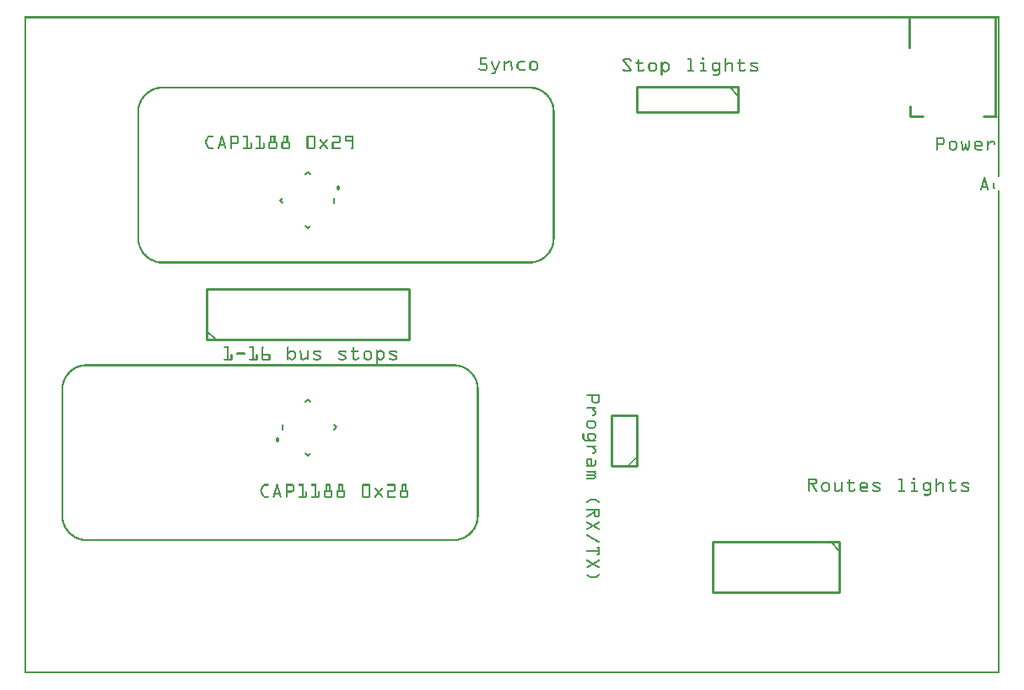
<source format=gto>
G04 MADE WITH FRITZING*
G04 WWW.FRITZING.ORG*
G04 DOUBLE SIDED*
G04 HOLES PLATED*
G04 CONTOUR ON CENTER OF CONTOUR VECTOR*
%ASAXBY*%
%FSLAX23Y23*%
%MOIN*%
%OFA0B0*%
%SFA1.0B1.0*%
%ADD10C,0.018000X0.002*%
%ADD11C,0.008000*%
%ADD12C,0.010000*%
%ADD13C,0.005000*%
%ADD14R,0.001000X0.001000*%
%LNSILK1*%
G90*
G70*
G54D10*
X1241Y1922D03*
X1001Y925D03*
G54D11*
X1019Y1882D02*
X1010Y1872D01*
D02*
X1019Y1863D02*
X1010Y1872D01*
D02*
X1111Y1974D02*
X1121Y1984D01*
D02*
X1121Y1984D02*
X1131Y1974D01*
D02*
X1111Y1771D02*
X1121Y1761D01*
D02*
X1121Y1761D02*
X1131Y1771D01*
D02*
X1223Y1863D02*
X1223Y1882D01*
D02*
X1223Y964D02*
X1232Y974D01*
D02*
X1223Y984D02*
X1232Y974D01*
D02*
X1131Y872D02*
X1121Y863D01*
D02*
X1121Y863D02*
X1111Y872D01*
D02*
X1131Y1076D02*
X1121Y1085D01*
D02*
X1121Y1085D02*
X1111Y1076D01*
D02*
X1019Y984D02*
X1019Y964D01*
G54D12*
D02*
X2821Y2322D02*
X2421Y2322D01*
D02*
X2421Y2322D02*
X2421Y2222D01*
D02*
X2421Y2222D02*
X2821Y2222D01*
D02*
X2821Y2222D02*
X2821Y2322D01*
G54D13*
D02*
X2786Y2322D02*
X2821Y2287D01*
G54D12*
D02*
X3221Y522D02*
X2721Y522D01*
D02*
X2721Y522D02*
X2721Y322D01*
D02*
X2721Y322D02*
X3221Y322D01*
D02*
X3221Y322D02*
X3221Y522D01*
G54D13*
D02*
X3186Y522D02*
X3221Y487D01*
G54D12*
D02*
X721Y1322D02*
X1521Y1322D01*
D02*
X1521Y1322D02*
X1521Y1522D01*
D02*
X1521Y1522D02*
X721Y1522D01*
D02*
X721Y1522D02*
X721Y1322D01*
G54D13*
D02*
X756Y1322D02*
X721Y1357D01*
G54D12*
D02*
X2421Y822D02*
X2421Y1022D01*
D02*
X2421Y1022D02*
X2321Y1022D01*
D02*
X2321Y1022D02*
X2321Y822D01*
D02*
X2321Y822D02*
X2421Y822D01*
D02*
X3841Y2207D02*
X3791Y2207D01*
D02*
X3501Y2247D02*
X3501Y2207D01*
D02*
X3501Y2207D02*
X3551Y2207D01*
G54D14*
X0Y2600D02*
X3854Y2600D01*
X0Y2599D02*
X3854Y2599D01*
X0Y2598D02*
X3854Y2598D01*
X0Y2597D02*
X3854Y2597D01*
X0Y2596D02*
X3854Y2596D01*
X0Y2595D02*
X3854Y2595D01*
X0Y2594D02*
X3854Y2594D01*
X0Y2593D02*
X3854Y2593D01*
X0Y2592D02*
X7Y2592D01*
X3495Y2592D02*
X3504Y2592D01*
X3835Y2592D02*
X3844Y2592D01*
X3847Y2592D02*
X3854Y2592D01*
X0Y2591D02*
X7Y2591D01*
X3495Y2591D02*
X3504Y2591D01*
X3835Y2591D02*
X3844Y2591D01*
X3847Y2591D02*
X3854Y2591D01*
X0Y2590D02*
X7Y2590D01*
X3495Y2590D02*
X3504Y2590D01*
X3835Y2590D02*
X3844Y2590D01*
X3847Y2590D02*
X3854Y2590D01*
X0Y2589D02*
X7Y2589D01*
X3495Y2589D02*
X3504Y2589D01*
X3835Y2589D02*
X3844Y2589D01*
X3847Y2589D02*
X3854Y2589D01*
X0Y2588D02*
X7Y2588D01*
X3495Y2588D02*
X3504Y2588D01*
X3835Y2588D02*
X3844Y2588D01*
X3847Y2588D02*
X3854Y2588D01*
X0Y2587D02*
X7Y2587D01*
X3495Y2587D02*
X3504Y2587D01*
X3835Y2587D02*
X3844Y2587D01*
X3847Y2587D02*
X3854Y2587D01*
X0Y2586D02*
X7Y2586D01*
X3495Y2586D02*
X3504Y2586D01*
X3835Y2586D02*
X3844Y2586D01*
X3847Y2586D02*
X3854Y2586D01*
X0Y2585D02*
X7Y2585D01*
X3495Y2585D02*
X3504Y2585D01*
X3835Y2585D02*
X3844Y2585D01*
X3847Y2585D02*
X3854Y2585D01*
X0Y2584D02*
X7Y2584D01*
X3495Y2584D02*
X3504Y2584D01*
X3835Y2584D02*
X3844Y2584D01*
X3847Y2584D02*
X3854Y2584D01*
X0Y2583D02*
X7Y2583D01*
X3495Y2583D02*
X3504Y2583D01*
X3835Y2583D02*
X3844Y2583D01*
X3847Y2583D02*
X3854Y2583D01*
X0Y2582D02*
X7Y2582D01*
X3495Y2582D02*
X3504Y2582D01*
X3835Y2582D02*
X3844Y2582D01*
X3847Y2582D02*
X3854Y2582D01*
X0Y2581D02*
X7Y2581D01*
X3495Y2581D02*
X3504Y2581D01*
X3835Y2581D02*
X3844Y2581D01*
X3847Y2581D02*
X3854Y2581D01*
X0Y2580D02*
X7Y2580D01*
X3495Y2580D02*
X3504Y2580D01*
X3835Y2580D02*
X3844Y2580D01*
X3847Y2580D02*
X3854Y2580D01*
X0Y2579D02*
X7Y2579D01*
X3495Y2579D02*
X3504Y2579D01*
X3835Y2579D02*
X3844Y2579D01*
X3847Y2579D02*
X3854Y2579D01*
X0Y2578D02*
X7Y2578D01*
X3495Y2578D02*
X3504Y2578D01*
X3835Y2578D02*
X3844Y2578D01*
X3847Y2578D02*
X3854Y2578D01*
X0Y2577D02*
X7Y2577D01*
X3495Y2577D02*
X3504Y2577D01*
X3835Y2577D02*
X3844Y2577D01*
X3847Y2577D02*
X3854Y2577D01*
X0Y2576D02*
X7Y2576D01*
X3495Y2576D02*
X3504Y2576D01*
X3835Y2576D02*
X3844Y2576D01*
X3847Y2576D02*
X3854Y2576D01*
X0Y2575D02*
X7Y2575D01*
X3495Y2575D02*
X3504Y2575D01*
X3835Y2575D02*
X3844Y2575D01*
X3847Y2575D02*
X3854Y2575D01*
X0Y2574D02*
X7Y2574D01*
X3495Y2574D02*
X3504Y2574D01*
X3835Y2574D02*
X3844Y2574D01*
X3847Y2574D02*
X3854Y2574D01*
X0Y2573D02*
X7Y2573D01*
X3495Y2573D02*
X3504Y2573D01*
X3835Y2573D02*
X3844Y2573D01*
X3847Y2573D02*
X3854Y2573D01*
X0Y2572D02*
X7Y2572D01*
X3495Y2572D02*
X3504Y2572D01*
X3835Y2572D02*
X3844Y2572D01*
X3847Y2572D02*
X3854Y2572D01*
X0Y2571D02*
X7Y2571D01*
X3495Y2571D02*
X3504Y2571D01*
X3835Y2571D02*
X3844Y2571D01*
X3847Y2571D02*
X3854Y2571D01*
X0Y2570D02*
X7Y2570D01*
X3495Y2570D02*
X3504Y2570D01*
X3835Y2570D02*
X3844Y2570D01*
X3847Y2570D02*
X3854Y2570D01*
X0Y2569D02*
X7Y2569D01*
X3495Y2569D02*
X3504Y2569D01*
X3835Y2569D02*
X3844Y2569D01*
X3847Y2569D02*
X3854Y2569D01*
X0Y2568D02*
X7Y2568D01*
X3495Y2568D02*
X3504Y2568D01*
X3835Y2568D02*
X3844Y2568D01*
X3847Y2568D02*
X3854Y2568D01*
X0Y2567D02*
X7Y2567D01*
X3495Y2567D02*
X3504Y2567D01*
X3835Y2567D02*
X3844Y2567D01*
X3847Y2567D02*
X3854Y2567D01*
X0Y2566D02*
X7Y2566D01*
X3495Y2566D02*
X3504Y2566D01*
X3835Y2566D02*
X3844Y2566D01*
X3847Y2566D02*
X3854Y2566D01*
X0Y2565D02*
X7Y2565D01*
X3495Y2565D02*
X3504Y2565D01*
X3835Y2565D02*
X3844Y2565D01*
X3847Y2565D02*
X3854Y2565D01*
X0Y2564D02*
X7Y2564D01*
X3495Y2564D02*
X3504Y2564D01*
X3835Y2564D02*
X3844Y2564D01*
X3847Y2564D02*
X3854Y2564D01*
X0Y2563D02*
X7Y2563D01*
X3495Y2563D02*
X3504Y2563D01*
X3835Y2563D02*
X3844Y2563D01*
X3847Y2563D02*
X3854Y2563D01*
X0Y2562D02*
X7Y2562D01*
X3495Y2562D02*
X3504Y2562D01*
X3835Y2562D02*
X3844Y2562D01*
X3847Y2562D02*
X3854Y2562D01*
X0Y2561D02*
X7Y2561D01*
X3495Y2561D02*
X3504Y2561D01*
X3835Y2561D02*
X3844Y2561D01*
X3847Y2561D02*
X3854Y2561D01*
X0Y2560D02*
X7Y2560D01*
X3495Y2560D02*
X3504Y2560D01*
X3835Y2560D02*
X3844Y2560D01*
X3847Y2560D02*
X3854Y2560D01*
X0Y2559D02*
X7Y2559D01*
X3495Y2559D02*
X3504Y2559D01*
X3835Y2559D02*
X3844Y2559D01*
X3847Y2559D02*
X3854Y2559D01*
X0Y2558D02*
X7Y2558D01*
X3495Y2558D02*
X3504Y2558D01*
X3835Y2558D02*
X3844Y2558D01*
X3847Y2558D02*
X3854Y2558D01*
X0Y2557D02*
X7Y2557D01*
X3495Y2557D02*
X3504Y2557D01*
X3835Y2557D02*
X3844Y2557D01*
X3847Y2557D02*
X3854Y2557D01*
X0Y2556D02*
X7Y2556D01*
X3495Y2556D02*
X3504Y2556D01*
X3835Y2556D02*
X3844Y2556D01*
X3847Y2556D02*
X3854Y2556D01*
X0Y2555D02*
X7Y2555D01*
X3495Y2555D02*
X3504Y2555D01*
X3835Y2555D02*
X3844Y2555D01*
X3847Y2555D02*
X3854Y2555D01*
X0Y2554D02*
X7Y2554D01*
X3495Y2554D02*
X3504Y2554D01*
X3835Y2554D02*
X3844Y2554D01*
X3847Y2554D02*
X3854Y2554D01*
X0Y2553D02*
X7Y2553D01*
X3495Y2553D02*
X3504Y2553D01*
X3835Y2553D02*
X3844Y2553D01*
X3847Y2553D02*
X3854Y2553D01*
X0Y2552D02*
X7Y2552D01*
X3495Y2552D02*
X3504Y2552D01*
X3835Y2552D02*
X3844Y2552D01*
X3847Y2552D02*
X3854Y2552D01*
X0Y2551D02*
X7Y2551D01*
X3495Y2551D02*
X3504Y2551D01*
X3835Y2551D02*
X3844Y2551D01*
X3847Y2551D02*
X3854Y2551D01*
X0Y2550D02*
X7Y2550D01*
X3495Y2550D02*
X3504Y2550D01*
X3835Y2550D02*
X3844Y2550D01*
X3847Y2550D02*
X3854Y2550D01*
X0Y2549D02*
X7Y2549D01*
X3495Y2549D02*
X3504Y2549D01*
X3835Y2549D02*
X3844Y2549D01*
X3847Y2549D02*
X3854Y2549D01*
X0Y2548D02*
X7Y2548D01*
X3495Y2548D02*
X3504Y2548D01*
X3835Y2548D02*
X3844Y2548D01*
X3847Y2548D02*
X3854Y2548D01*
X0Y2547D02*
X7Y2547D01*
X3495Y2547D02*
X3504Y2547D01*
X3835Y2547D02*
X3844Y2547D01*
X3847Y2547D02*
X3854Y2547D01*
X0Y2546D02*
X7Y2546D01*
X3495Y2546D02*
X3504Y2546D01*
X3835Y2546D02*
X3844Y2546D01*
X3847Y2546D02*
X3854Y2546D01*
X0Y2545D02*
X7Y2545D01*
X3495Y2545D02*
X3504Y2545D01*
X3835Y2545D02*
X3844Y2545D01*
X3847Y2545D02*
X3854Y2545D01*
X0Y2544D02*
X7Y2544D01*
X3495Y2544D02*
X3504Y2544D01*
X3835Y2544D02*
X3844Y2544D01*
X3847Y2544D02*
X3854Y2544D01*
X0Y2543D02*
X7Y2543D01*
X3495Y2543D02*
X3504Y2543D01*
X3835Y2543D02*
X3844Y2543D01*
X3847Y2543D02*
X3854Y2543D01*
X0Y2542D02*
X7Y2542D01*
X3495Y2542D02*
X3504Y2542D01*
X3835Y2542D02*
X3844Y2542D01*
X3847Y2542D02*
X3854Y2542D01*
X0Y2541D02*
X7Y2541D01*
X3495Y2541D02*
X3504Y2541D01*
X3835Y2541D02*
X3844Y2541D01*
X3847Y2541D02*
X3854Y2541D01*
X0Y2540D02*
X7Y2540D01*
X3495Y2540D02*
X3504Y2540D01*
X3835Y2540D02*
X3844Y2540D01*
X3847Y2540D02*
X3854Y2540D01*
X0Y2539D02*
X7Y2539D01*
X3495Y2539D02*
X3504Y2539D01*
X3835Y2539D02*
X3844Y2539D01*
X3847Y2539D02*
X3854Y2539D01*
X0Y2538D02*
X7Y2538D01*
X3495Y2538D02*
X3504Y2538D01*
X3835Y2538D02*
X3844Y2538D01*
X3847Y2538D02*
X3854Y2538D01*
X0Y2537D02*
X7Y2537D01*
X3495Y2537D02*
X3504Y2537D01*
X3835Y2537D02*
X3844Y2537D01*
X3847Y2537D02*
X3854Y2537D01*
X0Y2536D02*
X7Y2536D01*
X3495Y2536D02*
X3504Y2536D01*
X3835Y2536D02*
X3844Y2536D01*
X3847Y2536D02*
X3854Y2536D01*
X0Y2535D02*
X7Y2535D01*
X3495Y2535D02*
X3504Y2535D01*
X3835Y2535D02*
X3844Y2535D01*
X3847Y2535D02*
X3854Y2535D01*
X0Y2534D02*
X7Y2534D01*
X3495Y2534D02*
X3504Y2534D01*
X3835Y2534D02*
X3844Y2534D01*
X3847Y2534D02*
X3854Y2534D01*
X0Y2533D02*
X7Y2533D01*
X3495Y2533D02*
X3504Y2533D01*
X3835Y2533D02*
X3844Y2533D01*
X3847Y2533D02*
X3854Y2533D01*
X0Y2532D02*
X7Y2532D01*
X3495Y2532D02*
X3504Y2532D01*
X3835Y2532D02*
X3844Y2532D01*
X3847Y2532D02*
X3854Y2532D01*
X0Y2531D02*
X7Y2531D01*
X3495Y2531D02*
X3504Y2531D01*
X3835Y2531D02*
X3844Y2531D01*
X3847Y2531D02*
X3854Y2531D01*
X0Y2530D02*
X7Y2530D01*
X3495Y2530D02*
X3504Y2530D01*
X3835Y2530D02*
X3844Y2530D01*
X3847Y2530D02*
X3854Y2530D01*
X0Y2529D02*
X7Y2529D01*
X3495Y2529D02*
X3504Y2529D01*
X3835Y2529D02*
X3844Y2529D01*
X3847Y2529D02*
X3854Y2529D01*
X0Y2528D02*
X7Y2528D01*
X3495Y2528D02*
X3504Y2528D01*
X3835Y2528D02*
X3844Y2528D01*
X3847Y2528D02*
X3854Y2528D01*
X0Y2527D02*
X7Y2527D01*
X3495Y2527D02*
X3504Y2527D01*
X3835Y2527D02*
X3844Y2527D01*
X3847Y2527D02*
X3854Y2527D01*
X0Y2526D02*
X7Y2526D01*
X3495Y2526D02*
X3504Y2526D01*
X3835Y2526D02*
X3844Y2526D01*
X3847Y2526D02*
X3854Y2526D01*
X0Y2525D02*
X7Y2525D01*
X3495Y2525D02*
X3504Y2525D01*
X3835Y2525D02*
X3844Y2525D01*
X3847Y2525D02*
X3854Y2525D01*
X0Y2524D02*
X7Y2524D01*
X3495Y2524D02*
X3504Y2524D01*
X3835Y2524D02*
X3844Y2524D01*
X3847Y2524D02*
X3854Y2524D01*
X0Y2523D02*
X7Y2523D01*
X3495Y2523D02*
X3504Y2523D01*
X3835Y2523D02*
X3844Y2523D01*
X3847Y2523D02*
X3854Y2523D01*
X0Y2522D02*
X7Y2522D01*
X3495Y2522D02*
X3504Y2522D01*
X3835Y2522D02*
X3844Y2522D01*
X3847Y2522D02*
X3854Y2522D01*
X0Y2521D02*
X7Y2521D01*
X3495Y2521D02*
X3504Y2521D01*
X3835Y2521D02*
X3844Y2521D01*
X3847Y2521D02*
X3854Y2521D01*
X0Y2520D02*
X7Y2520D01*
X3495Y2520D02*
X3504Y2520D01*
X3835Y2520D02*
X3844Y2520D01*
X3847Y2520D02*
X3854Y2520D01*
X0Y2519D02*
X7Y2519D01*
X3495Y2519D02*
X3504Y2519D01*
X3835Y2519D02*
X3844Y2519D01*
X3847Y2519D02*
X3854Y2519D01*
X0Y2518D02*
X7Y2518D01*
X3495Y2518D02*
X3504Y2518D01*
X3835Y2518D02*
X3844Y2518D01*
X3847Y2518D02*
X3854Y2518D01*
X0Y2517D02*
X7Y2517D01*
X3495Y2517D02*
X3504Y2517D01*
X3835Y2517D02*
X3844Y2517D01*
X3847Y2517D02*
X3854Y2517D01*
X0Y2516D02*
X7Y2516D01*
X3495Y2516D02*
X3504Y2516D01*
X3835Y2516D02*
X3844Y2516D01*
X3847Y2516D02*
X3854Y2516D01*
X0Y2515D02*
X7Y2515D01*
X3495Y2515D02*
X3504Y2515D01*
X3835Y2515D02*
X3844Y2515D01*
X3847Y2515D02*
X3854Y2515D01*
X0Y2514D02*
X7Y2514D01*
X3495Y2514D02*
X3504Y2514D01*
X3835Y2514D02*
X3844Y2514D01*
X3847Y2514D02*
X3854Y2514D01*
X0Y2513D02*
X7Y2513D01*
X3495Y2513D02*
X3504Y2513D01*
X3835Y2513D02*
X3844Y2513D01*
X3847Y2513D02*
X3854Y2513D01*
X0Y2512D02*
X7Y2512D01*
X3495Y2512D02*
X3504Y2512D01*
X3835Y2512D02*
X3844Y2512D01*
X3847Y2512D02*
X3854Y2512D01*
X0Y2511D02*
X7Y2511D01*
X3495Y2511D02*
X3504Y2511D01*
X3835Y2511D02*
X3844Y2511D01*
X3847Y2511D02*
X3854Y2511D01*
X0Y2510D02*
X7Y2510D01*
X3495Y2510D02*
X3504Y2510D01*
X3835Y2510D02*
X3844Y2510D01*
X3847Y2510D02*
X3854Y2510D01*
X0Y2509D02*
X7Y2509D01*
X3495Y2509D02*
X3504Y2509D01*
X3835Y2509D02*
X3844Y2509D01*
X3847Y2509D02*
X3854Y2509D01*
X0Y2508D02*
X7Y2508D01*
X3495Y2508D02*
X3504Y2508D01*
X3835Y2508D02*
X3844Y2508D01*
X3847Y2508D02*
X3854Y2508D01*
X0Y2507D02*
X7Y2507D01*
X3495Y2507D02*
X3504Y2507D01*
X3835Y2507D02*
X3844Y2507D01*
X3847Y2507D02*
X3854Y2507D01*
X0Y2506D02*
X7Y2506D01*
X3495Y2506D02*
X3504Y2506D01*
X3835Y2506D02*
X3844Y2506D01*
X3847Y2506D02*
X3854Y2506D01*
X0Y2505D02*
X7Y2505D01*
X3495Y2505D02*
X3504Y2505D01*
X3835Y2505D02*
X3844Y2505D01*
X3847Y2505D02*
X3854Y2505D01*
X0Y2504D02*
X7Y2504D01*
X3495Y2504D02*
X3504Y2504D01*
X3835Y2504D02*
X3844Y2504D01*
X3847Y2504D02*
X3854Y2504D01*
X0Y2503D02*
X7Y2503D01*
X3495Y2503D02*
X3504Y2503D01*
X3835Y2503D02*
X3844Y2503D01*
X3847Y2503D02*
X3854Y2503D01*
X0Y2502D02*
X7Y2502D01*
X3495Y2502D02*
X3504Y2502D01*
X3835Y2502D02*
X3844Y2502D01*
X3847Y2502D02*
X3854Y2502D01*
X0Y2501D02*
X7Y2501D01*
X3495Y2501D02*
X3504Y2501D01*
X3835Y2501D02*
X3844Y2501D01*
X3847Y2501D02*
X3854Y2501D01*
X0Y2500D02*
X7Y2500D01*
X3495Y2500D02*
X3504Y2500D01*
X3835Y2500D02*
X3844Y2500D01*
X3847Y2500D02*
X3854Y2500D01*
X0Y2499D02*
X7Y2499D01*
X3495Y2499D02*
X3504Y2499D01*
X3835Y2499D02*
X3844Y2499D01*
X3847Y2499D02*
X3854Y2499D01*
X0Y2498D02*
X7Y2498D01*
X3495Y2498D02*
X3504Y2498D01*
X3835Y2498D02*
X3844Y2498D01*
X3847Y2498D02*
X3854Y2498D01*
X0Y2497D02*
X7Y2497D01*
X3495Y2497D02*
X3504Y2497D01*
X3835Y2497D02*
X3844Y2497D01*
X3847Y2497D02*
X3854Y2497D01*
X0Y2496D02*
X7Y2496D01*
X3495Y2496D02*
X3504Y2496D01*
X3835Y2496D02*
X3844Y2496D01*
X3847Y2496D02*
X3854Y2496D01*
X0Y2495D02*
X7Y2495D01*
X3495Y2495D02*
X3504Y2495D01*
X3835Y2495D02*
X3844Y2495D01*
X3847Y2495D02*
X3854Y2495D01*
X0Y2494D02*
X7Y2494D01*
X3495Y2494D02*
X3504Y2494D01*
X3835Y2494D02*
X3844Y2494D01*
X3847Y2494D02*
X3854Y2494D01*
X0Y2493D02*
X7Y2493D01*
X3495Y2493D02*
X3504Y2493D01*
X3835Y2493D02*
X3844Y2493D01*
X3847Y2493D02*
X3854Y2493D01*
X0Y2492D02*
X7Y2492D01*
X3495Y2492D02*
X3504Y2492D01*
X3835Y2492D02*
X3844Y2492D01*
X3847Y2492D02*
X3854Y2492D01*
X0Y2491D02*
X7Y2491D01*
X3495Y2491D02*
X3504Y2491D01*
X3835Y2491D02*
X3844Y2491D01*
X3847Y2491D02*
X3854Y2491D01*
X0Y2490D02*
X7Y2490D01*
X3495Y2490D02*
X3504Y2490D01*
X3835Y2490D02*
X3844Y2490D01*
X3847Y2490D02*
X3854Y2490D01*
X0Y2489D02*
X7Y2489D01*
X3495Y2489D02*
X3504Y2489D01*
X3835Y2489D02*
X3844Y2489D01*
X3847Y2489D02*
X3854Y2489D01*
X0Y2488D02*
X7Y2488D01*
X3495Y2488D02*
X3504Y2488D01*
X3835Y2488D02*
X3844Y2488D01*
X3847Y2488D02*
X3854Y2488D01*
X0Y2487D02*
X7Y2487D01*
X3495Y2487D02*
X3504Y2487D01*
X3835Y2487D02*
X3844Y2487D01*
X3847Y2487D02*
X3854Y2487D01*
X0Y2486D02*
X7Y2486D01*
X3495Y2486D02*
X3504Y2486D01*
X3835Y2486D02*
X3844Y2486D01*
X3847Y2486D02*
X3854Y2486D01*
X0Y2485D02*
X7Y2485D01*
X3495Y2485D02*
X3504Y2485D01*
X3835Y2485D02*
X3844Y2485D01*
X3847Y2485D02*
X3854Y2485D01*
X0Y2484D02*
X7Y2484D01*
X3495Y2484D02*
X3504Y2484D01*
X3835Y2484D02*
X3844Y2484D01*
X3847Y2484D02*
X3854Y2484D01*
X0Y2483D02*
X7Y2483D01*
X3495Y2483D02*
X3504Y2483D01*
X3835Y2483D02*
X3844Y2483D01*
X3847Y2483D02*
X3854Y2483D01*
X0Y2482D02*
X7Y2482D01*
X3495Y2482D02*
X3504Y2482D01*
X3835Y2482D02*
X3844Y2482D01*
X3847Y2482D02*
X3854Y2482D01*
X0Y2481D02*
X7Y2481D01*
X3495Y2481D02*
X3504Y2481D01*
X3835Y2481D02*
X3844Y2481D01*
X3847Y2481D02*
X3854Y2481D01*
X0Y2480D02*
X7Y2480D01*
X3495Y2480D02*
X3504Y2480D01*
X3835Y2480D02*
X3844Y2480D01*
X3847Y2480D02*
X3854Y2480D01*
X0Y2479D02*
X7Y2479D01*
X3495Y2479D02*
X3504Y2479D01*
X3835Y2479D02*
X3844Y2479D01*
X3847Y2479D02*
X3854Y2479D01*
X0Y2478D02*
X7Y2478D01*
X3495Y2478D02*
X3504Y2478D01*
X3835Y2478D02*
X3844Y2478D01*
X3847Y2478D02*
X3854Y2478D01*
X0Y2477D02*
X7Y2477D01*
X3495Y2477D02*
X3504Y2477D01*
X3835Y2477D02*
X3844Y2477D01*
X3847Y2477D02*
X3854Y2477D01*
X0Y2476D02*
X7Y2476D01*
X3495Y2476D02*
X3504Y2476D01*
X3835Y2476D02*
X3844Y2476D01*
X3847Y2476D02*
X3854Y2476D01*
X0Y2475D02*
X7Y2475D01*
X3495Y2475D02*
X3504Y2475D01*
X3835Y2475D02*
X3844Y2475D01*
X3847Y2475D02*
X3854Y2475D01*
X0Y2474D02*
X7Y2474D01*
X3495Y2474D02*
X3504Y2474D01*
X3835Y2474D02*
X3844Y2474D01*
X3847Y2474D02*
X3854Y2474D01*
X0Y2473D02*
X7Y2473D01*
X3496Y2473D02*
X3504Y2473D01*
X3835Y2473D02*
X3844Y2473D01*
X3847Y2473D02*
X3854Y2473D01*
X0Y2472D02*
X7Y2472D01*
X3835Y2472D02*
X3844Y2472D01*
X3847Y2472D02*
X3854Y2472D01*
X0Y2471D02*
X7Y2471D01*
X3835Y2471D02*
X3844Y2471D01*
X3847Y2471D02*
X3854Y2471D01*
X0Y2470D02*
X7Y2470D01*
X3835Y2470D02*
X3844Y2470D01*
X3847Y2470D02*
X3854Y2470D01*
X0Y2469D02*
X7Y2469D01*
X3835Y2469D02*
X3844Y2469D01*
X3847Y2469D02*
X3854Y2469D01*
X0Y2468D02*
X7Y2468D01*
X3835Y2468D02*
X3844Y2468D01*
X3847Y2468D02*
X3854Y2468D01*
X0Y2467D02*
X7Y2467D01*
X3835Y2467D02*
X3844Y2467D01*
X3847Y2467D02*
X3854Y2467D01*
X0Y2466D02*
X7Y2466D01*
X3835Y2466D02*
X3844Y2466D01*
X3847Y2466D02*
X3854Y2466D01*
X0Y2465D02*
X7Y2465D01*
X3835Y2465D02*
X3844Y2465D01*
X3847Y2465D02*
X3854Y2465D01*
X0Y2464D02*
X7Y2464D01*
X3835Y2464D02*
X3844Y2464D01*
X3847Y2464D02*
X3854Y2464D01*
X0Y2463D02*
X7Y2463D01*
X3835Y2463D02*
X3844Y2463D01*
X3847Y2463D02*
X3854Y2463D01*
X0Y2462D02*
X7Y2462D01*
X3835Y2462D02*
X3844Y2462D01*
X3847Y2462D02*
X3854Y2462D01*
X0Y2461D02*
X7Y2461D01*
X3835Y2461D02*
X3844Y2461D01*
X3847Y2461D02*
X3854Y2461D01*
X0Y2460D02*
X7Y2460D01*
X3835Y2460D02*
X3844Y2460D01*
X3847Y2460D02*
X3854Y2460D01*
X0Y2459D02*
X7Y2459D01*
X3835Y2459D02*
X3844Y2459D01*
X3847Y2459D02*
X3854Y2459D01*
X0Y2458D02*
X7Y2458D01*
X3835Y2458D02*
X3844Y2458D01*
X3847Y2458D02*
X3854Y2458D01*
X0Y2457D02*
X7Y2457D01*
X3835Y2457D02*
X3844Y2457D01*
X3847Y2457D02*
X3854Y2457D01*
X0Y2456D02*
X7Y2456D01*
X3835Y2456D02*
X3844Y2456D01*
X3847Y2456D02*
X3854Y2456D01*
X0Y2455D02*
X7Y2455D01*
X3835Y2455D02*
X3844Y2455D01*
X3847Y2455D02*
X3854Y2455D01*
X0Y2454D02*
X7Y2454D01*
X3835Y2454D02*
X3844Y2454D01*
X3847Y2454D02*
X3854Y2454D01*
X0Y2453D02*
X7Y2453D01*
X3835Y2453D02*
X3844Y2453D01*
X3847Y2453D02*
X3854Y2453D01*
X0Y2452D02*
X7Y2452D01*
X3835Y2452D02*
X3844Y2452D01*
X3847Y2452D02*
X3854Y2452D01*
X0Y2451D02*
X7Y2451D01*
X3835Y2451D02*
X3844Y2451D01*
X3847Y2451D02*
X3854Y2451D01*
X0Y2450D02*
X7Y2450D01*
X3835Y2450D02*
X3844Y2450D01*
X3847Y2450D02*
X3854Y2450D01*
X0Y2449D02*
X7Y2449D01*
X3835Y2449D02*
X3844Y2449D01*
X3847Y2449D02*
X3854Y2449D01*
X0Y2448D02*
X7Y2448D01*
X3835Y2448D02*
X3844Y2448D01*
X3847Y2448D02*
X3854Y2448D01*
X0Y2447D02*
X7Y2447D01*
X3835Y2447D02*
X3844Y2447D01*
X3847Y2447D02*
X3854Y2447D01*
X0Y2446D02*
X7Y2446D01*
X3835Y2446D02*
X3844Y2446D01*
X3847Y2446D02*
X3854Y2446D01*
X0Y2445D02*
X7Y2445D01*
X3835Y2445D02*
X3844Y2445D01*
X3847Y2445D02*
X3854Y2445D01*
X0Y2444D02*
X7Y2444D01*
X3835Y2444D02*
X3844Y2444D01*
X3847Y2444D02*
X3854Y2444D01*
X0Y2443D02*
X7Y2443D01*
X3835Y2443D02*
X3844Y2443D01*
X3847Y2443D02*
X3854Y2443D01*
X0Y2442D02*
X7Y2442D01*
X3835Y2442D02*
X3844Y2442D01*
X3847Y2442D02*
X3854Y2442D01*
X0Y2441D02*
X7Y2441D01*
X3835Y2441D02*
X3844Y2441D01*
X3847Y2441D02*
X3854Y2441D01*
X0Y2440D02*
X7Y2440D01*
X3835Y2440D02*
X3844Y2440D01*
X3847Y2440D02*
X3854Y2440D01*
X0Y2439D02*
X7Y2439D01*
X1801Y2439D02*
X1826Y2439D01*
X3835Y2439D02*
X3844Y2439D01*
X3847Y2439D02*
X3854Y2439D01*
X0Y2438D02*
X7Y2438D01*
X1801Y2438D02*
X1827Y2438D01*
X3835Y2438D02*
X3844Y2438D01*
X3847Y2438D02*
X3854Y2438D01*
X0Y2437D02*
X7Y2437D01*
X1801Y2437D02*
X1827Y2437D01*
X2678Y2437D02*
X2684Y2437D01*
X3835Y2437D02*
X3844Y2437D01*
X3847Y2437D02*
X3854Y2437D01*
X0Y2436D02*
X7Y2436D01*
X1801Y2436D02*
X1827Y2436D01*
X2677Y2436D02*
X2685Y2436D01*
X3835Y2436D02*
X3844Y2436D01*
X3847Y2436D02*
X3854Y2436D01*
X0Y2435D02*
X7Y2435D01*
X1801Y2435D02*
X1827Y2435D01*
X2676Y2435D02*
X2685Y2435D01*
X3835Y2435D02*
X3844Y2435D01*
X3847Y2435D02*
X3854Y2435D01*
X0Y2434D02*
X7Y2434D01*
X1801Y2434D02*
X1827Y2434D01*
X2369Y2434D02*
X2392Y2434D01*
X2621Y2434D02*
X2634Y2434D01*
X2676Y2434D02*
X2686Y2434D01*
X2768Y2434D02*
X2771Y2434D01*
X3835Y2434D02*
X3844Y2434D01*
X3847Y2434D02*
X3854Y2434D01*
X0Y2433D02*
X7Y2433D01*
X1801Y2433D02*
X1826Y2433D01*
X2368Y2433D02*
X2394Y2433D01*
X2620Y2433D02*
X2635Y2433D01*
X2676Y2433D02*
X2686Y2433D01*
X2767Y2433D02*
X2772Y2433D01*
X3835Y2433D02*
X3844Y2433D01*
X3847Y2433D02*
X3854Y2433D01*
X0Y2432D02*
X7Y2432D01*
X1801Y2432D02*
X1807Y2432D01*
X2367Y2432D02*
X2395Y2432D01*
X2619Y2432D02*
X2635Y2432D01*
X2676Y2432D02*
X2686Y2432D01*
X2766Y2432D02*
X2772Y2432D01*
X3835Y2432D02*
X3844Y2432D01*
X3847Y2432D02*
X3854Y2432D01*
X0Y2431D02*
X7Y2431D01*
X1801Y2431D02*
X1807Y2431D01*
X2366Y2431D02*
X2396Y2431D01*
X2423Y2431D02*
X2426Y2431D01*
X2619Y2431D02*
X2635Y2431D01*
X2676Y2431D02*
X2686Y2431D01*
X2766Y2431D02*
X2772Y2431D01*
X2825Y2431D02*
X2828Y2431D01*
X3835Y2431D02*
X3844Y2431D01*
X3847Y2431D02*
X3854Y2431D01*
X0Y2430D02*
X7Y2430D01*
X1801Y2430D02*
X1807Y2430D01*
X2365Y2430D02*
X2397Y2430D01*
X2422Y2430D02*
X2427Y2430D01*
X2619Y2430D02*
X2635Y2430D01*
X2676Y2430D02*
X2685Y2430D01*
X2766Y2430D02*
X2772Y2430D01*
X2824Y2430D02*
X2829Y2430D01*
X3835Y2430D02*
X3844Y2430D01*
X3847Y2430D02*
X3854Y2430D01*
X0Y2429D02*
X7Y2429D01*
X1801Y2429D02*
X1807Y2429D01*
X2365Y2429D02*
X2397Y2429D01*
X2422Y2429D02*
X2428Y2429D01*
X2620Y2429D02*
X2635Y2429D01*
X2677Y2429D02*
X2685Y2429D01*
X2766Y2429D02*
X2772Y2429D01*
X2823Y2429D02*
X2829Y2429D01*
X3835Y2429D02*
X3844Y2429D01*
X3847Y2429D02*
X3854Y2429D01*
X0Y2428D02*
X7Y2428D01*
X1801Y2428D02*
X1807Y2428D01*
X2365Y2428D02*
X2398Y2428D01*
X2422Y2428D02*
X2428Y2428D01*
X2621Y2428D02*
X2635Y2428D01*
X2678Y2428D02*
X2684Y2428D01*
X2766Y2428D02*
X2772Y2428D01*
X2823Y2428D02*
X2829Y2428D01*
X3835Y2428D02*
X3844Y2428D01*
X3847Y2428D02*
X3854Y2428D01*
X0Y2427D02*
X7Y2427D01*
X1801Y2427D02*
X1807Y2427D01*
X2365Y2427D02*
X2371Y2427D01*
X2391Y2427D02*
X2398Y2427D01*
X2422Y2427D02*
X2428Y2427D01*
X2629Y2427D02*
X2635Y2427D01*
X2766Y2427D02*
X2772Y2427D01*
X2823Y2427D02*
X2829Y2427D01*
X3835Y2427D02*
X3844Y2427D01*
X3847Y2427D02*
X3854Y2427D01*
X0Y2426D02*
X7Y2426D01*
X1801Y2426D02*
X1807Y2426D01*
X2365Y2426D02*
X2371Y2426D01*
X2392Y2426D02*
X2398Y2426D01*
X2422Y2426D02*
X2428Y2426D01*
X2629Y2426D02*
X2635Y2426D01*
X2766Y2426D02*
X2772Y2426D01*
X2823Y2426D02*
X2829Y2426D01*
X3835Y2426D02*
X3844Y2426D01*
X3847Y2426D02*
X3854Y2426D01*
X0Y2425D02*
X7Y2425D01*
X1801Y2425D02*
X1807Y2425D01*
X2365Y2425D02*
X2372Y2425D01*
X2392Y2425D02*
X2398Y2425D01*
X2422Y2425D02*
X2428Y2425D01*
X2629Y2425D02*
X2635Y2425D01*
X2766Y2425D02*
X2772Y2425D01*
X2823Y2425D02*
X2829Y2425D01*
X3835Y2425D02*
X3844Y2425D01*
X3847Y2425D02*
X3854Y2425D01*
X0Y2424D02*
X7Y2424D01*
X1801Y2424D02*
X1807Y2424D01*
X1846Y2424D02*
X1849Y2424D01*
X1873Y2424D02*
X1876Y2424D01*
X1896Y2424D02*
X1899Y2424D01*
X1910Y2424D02*
X1920Y2424D01*
X1957Y2424D02*
X1977Y2424D01*
X2004Y2424D02*
X2019Y2424D01*
X2365Y2424D02*
X2373Y2424D01*
X2392Y2424D02*
X2398Y2424D01*
X2422Y2424D02*
X2428Y2424D01*
X2629Y2424D02*
X2635Y2424D01*
X2766Y2424D02*
X2772Y2424D01*
X2823Y2424D02*
X2829Y2424D01*
X3835Y2424D02*
X3844Y2424D01*
X3847Y2424D02*
X3854Y2424D01*
X0Y2423D02*
X7Y2423D01*
X1801Y2423D02*
X1807Y2423D01*
X1845Y2423D02*
X1850Y2423D01*
X1872Y2423D02*
X1877Y2423D01*
X1895Y2423D02*
X1900Y2423D01*
X1908Y2423D02*
X1922Y2423D01*
X1955Y2423D02*
X1978Y2423D01*
X2002Y2423D02*
X2021Y2423D01*
X2366Y2423D02*
X2373Y2423D01*
X2393Y2423D02*
X2397Y2423D01*
X2422Y2423D02*
X2428Y2423D01*
X2629Y2423D02*
X2635Y2423D01*
X2766Y2423D02*
X2772Y2423D01*
X2823Y2423D02*
X2829Y2423D01*
X3835Y2423D02*
X3844Y2423D01*
X3847Y2423D02*
X3854Y2423D01*
X0Y2422D02*
X7Y2422D01*
X1801Y2422D02*
X1807Y2422D01*
X1844Y2422D02*
X1850Y2422D01*
X1872Y2422D02*
X1878Y2422D01*
X1895Y2422D02*
X1900Y2422D01*
X1906Y2422D02*
X1924Y2422D01*
X1954Y2422D02*
X1978Y2422D01*
X2001Y2422D02*
X2022Y2422D01*
X2366Y2422D02*
X2374Y2422D01*
X2394Y2422D02*
X2396Y2422D01*
X2422Y2422D02*
X2428Y2422D01*
X2629Y2422D02*
X2635Y2422D01*
X2766Y2422D02*
X2772Y2422D01*
X2823Y2422D02*
X2829Y2422D01*
X3835Y2422D02*
X3844Y2422D01*
X3847Y2422D02*
X3854Y2422D01*
X0Y2421D02*
X7Y2421D01*
X1801Y2421D02*
X1807Y2421D01*
X1844Y2421D02*
X1850Y2421D01*
X1872Y2421D02*
X1878Y2421D01*
X1894Y2421D02*
X1900Y2421D01*
X1905Y2421D02*
X1925Y2421D01*
X1952Y2421D02*
X1978Y2421D01*
X2000Y2421D02*
X2024Y2421D01*
X2367Y2421D02*
X2375Y2421D01*
X2422Y2421D02*
X2428Y2421D01*
X2517Y2421D02*
X2519Y2421D01*
X2529Y2421D02*
X2535Y2421D01*
X2629Y2421D02*
X2635Y2421D01*
X2766Y2421D02*
X2772Y2421D01*
X2823Y2421D02*
X2829Y2421D01*
X3835Y2421D02*
X3844Y2421D01*
X3847Y2421D02*
X3854Y2421D01*
X0Y2420D02*
X7Y2420D01*
X1801Y2420D02*
X1807Y2420D01*
X1844Y2420D02*
X1850Y2420D01*
X1872Y2420D02*
X1878Y2420D01*
X1894Y2420D02*
X1900Y2420D01*
X1903Y2420D02*
X1925Y2420D01*
X1951Y2420D02*
X1978Y2420D01*
X1998Y2420D02*
X2025Y2420D01*
X2368Y2420D02*
X2376Y2420D01*
X2421Y2420D02*
X2428Y2420D01*
X2516Y2420D02*
X2520Y2420D01*
X2527Y2420D02*
X2537Y2420D01*
X2629Y2420D02*
X2635Y2420D01*
X2766Y2420D02*
X2772Y2420D01*
X2823Y2420D02*
X2830Y2420D01*
X3835Y2420D02*
X3844Y2420D01*
X3847Y2420D02*
X3854Y2420D01*
X0Y2419D02*
X7Y2419D01*
X1801Y2419D02*
X1807Y2419D01*
X1844Y2419D02*
X1850Y2419D01*
X1872Y2419D02*
X1878Y2419D01*
X1894Y2419D02*
X1926Y2419D01*
X1950Y2419D02*
X1977Y2419D01*
X1997Y2419D02*
X2026Y2419D01*
X2368Y2419D02*
X2376Y2419D01*
X2416Y2419D02*
X2444Y2419D01*
X2474Y2419D02*
X2490Y2419D01*
X2515Y2419D02*
X2521Y2419D01*
X2525Y2419D02*
X2539Y2419D01*
X2629Y2419D02*
X2635Y2419D01*
X2670Y2419D02*
X2684Y2419D01*
X2725Y2419D02*
X2737Y2419D01*
X2745Y2419D02*
X2748Y2419D01*
X2766Y2419D02*
X2772Y2419D01*
X2782Y2419D02*
X2793Y2419D01*
X2818Y2419D02*
X2845Y2419D01*
X2872Y2419D02*
X2894Y2419D01*
X3835Y2419D02*
X3844Y2419D01*
X3847Y2419D02*
X3854Y2419D01*
X0Y2418D02*
X7Y2418D01*
X1801Y2418D02*
X1807Y2418D01*
X1844Y2418D02*
X1850Y2418D01*
X1872Y2418D02*
X1878Y2418D01*
X1894Y2418D02*
X1926Y2418D01*
X1949Y2418D02*
X1976Y2418D01*
X1997Y2418D02*
X2026Y2418D01*
X2369Y2418D02*
X2377Y2418D01*
X2415Y2418D02*
X2444Y2418D01*
X2472Y2418D02*
X2492Y2418D01*
X2515Y2418D02*
X2521Y2418D01*
X2524Y2418D02*
X2540Y2418D01*
X2629Y2418D02*
X2635Y2418D01*
X2670Y2418D02*
X2685Y2418D01*
X2723Y2418D02*
X2739Y2418D01*
X2744Y2418D02*
X2749Y2418D01*
X2766Y2418D02*
X2772Y2418D01*
X2780Y2418D02*
X2794Y2418D01*
X2817Y2418D02*
X2846Y2418D01*
X2871Y2418D02*
X2896Y2418D01*
X3835Y2418D02*
X3844Y2418D01*
X3847Y2418D02*
X3854Y2418D01*
X0Y2417D02*
X7Y2417D01*
X1801Y2417D02*
X1807Y2417D01*
X1844Y2417D02*
X1850Y2417D01*
X1872Y2417D02*
X1878Y2417D01*
X1894Y2417D02*
X1911Y2417D01*
X1920Y2417D02*
X1927Y2417D01*
X1948Y2417D02*
X1958Y2417D01*
X1996Y2417D02*
X2005Y2417D01*
X2018Y2417D02*
X2027Y2417D01*
X2370Y2417D02*
X2378Y2417D01*
X2415Y2417D02*
X2445Y2417D01*
X2471Y2417D02*
X2493Y2417D01*
X2515Y2417D02*
X2521Y2417D01*
X2523Y2417D02*
X2541Y2417D01*
X2629Y2417D02*
X2635Y2417D01*
X2669Y2417D02*
X2685Y2417D01*
X2722Y2417D02*
X2740Y2417D01*
X2744Y2417D02*
X2749Y2417D01*
X2766Y2417D02*
X2772Y2417D01*
X2778Y2417D02*
X2796Y2417D01*
X2817Y2417D02*
X2846Y2417D01*
X2870Y2417D02*
X2897Y2417D01*
X3835Y2417D02*
X3844Y2417D01*
X3847Y2417D02*
X3854Y2417D01*
X0Y2416D02*
X7Y2416D01*
X1801Y2416D02*
X1807Y2416D01*
X1844Y2416D02*
X1850Y2416D01*
X1872Y2416D02*
X1878Y2416D01*
X1894Y2416D02*
X1909Y2416D01*
X1920Y2416D02*
X1927Y2416D01*
X1947Y2416D02*
X1957Y2416D01*
X1996Y2416D02*
X2003Y2416D01*
X2020Y2416D02*
X2028Y2416D01*
X2371Y2416D02*
X2379Y2416D01*
X2415Y2416D02*
X2445Y2416D01*
X2470Y2416D02*
X2494Y2416D01*
X2515Y2416D02*
X2543Y2416D01*
X2629Y2416D02*
X2635Y2416D01*
X2669Y2416D02*
X2686Y2416D01*
X2721Y2416D02*
X2742Y2416D01*
X2744Y2416D02*
X2750Y2416D01*
X2766Y2416D02*
X2772Y2416D01*
X2776Y2416D02*
X2797Y2416D01*
X2816Y2416D02*
X2846Y2416D01*
X2869Y2416D02*
X2898Y2416D01*
X3835Y2416D02*
X3844Y2416D01*
X3847Y2416D02*
X3854Y2416D01*
X0Y2415D02*
X7Y2415D01*
X1801Y2415D02*
X1824Y2415D01*
X1844Y2415D02*
X1851Y2415D01*
X1871Y2415D02*
X1878Y2415D01*
X1894Y2415D02*
X1908Y2415D01*
X1921Y2415D02*
X1927Y2415D01*
X1946Y2415D02*
X1956Y2415D01*
X1995Y2415D02*
X2002Y2415D01*
X2021Y2415D02*
X2028Y2415D01*
X2372Y2415D02*
X2380Y2415D01*
X2415Y2415D02*
X2445Y2415D01*
X2468Y2415D02*
X2495Y2415D01*
X2515Y2415D02*
X2544Y2415D01*
X2629Y2415D02*
X2635Y2415D01*
X2670Y2415D02*
X2686Y2415D01*
X2719Y2415D02*
X2750Y2415D01*
X2766Y2415D02*
X2772Y2415D01*
X2775Y2415D02*
X2797Y2415D01*
X2817Y2415D02*
X2846Y2415D01*
X2868Y2415D02*
X2899Y2415D01*
X3835Y2415D02*
X3844Y2415D01*
X3847Y2415D02*
X3854Y2415D01*
X0Y2414D02*
X7Y2414D01*
X1801Y2414D02*
X1825Y2414D01*
X1844Y2414D02*
X1851Y2414D01*
X1871Y2414D02*
X1877Y2414D01*
X1894Y2414D02*
X1906Y2414D01*
X1921Y2414D02*
X1927Y2414D01*
X1946Y2414D02*
X1954Y2414D01*
X1995Y2414D02*
X2001Y2414D01*
X2022Y2414D02*
X2028Y2414D01*
X2372Y2414D02*
X2380Y2414D01*
X2416Y2414D02*
X2444Y2414D01*
X2468Y2414D02*
X2496Y2414D01*
X2515Y2414D02*
X2529Y2414D01*
X2535Y2414D02*
X2545Y2414D01*
X2629Y2414D02*
X2635Y2414D01*
X2670Y2414D02*
X2686Y2414D01*
X2718Y2414D02*
X2750Y2414D01*
X2766Y2414D02*
X2798Y2414D01*
X2817Y2414D02*
X2845Y2414D01*
X2868Y2414D02*
X2899Y2414D01*
X3835Y2414D02*
X3844Y2414D01*
X3847Y2414D02*
X3854Y2414D01*
X0Y2413D02*
X7Y2413D01*
X1801Y2413D02*
X1826Y2413D01*
X1845Y2413D02*
X1851Y2413D01*
X1870Y2413D02*
X1877Y2413D01*
X1894Y2413D02*
X1904Y2413D01*
X1921Y2413D02*
X1927Y2413D01*
X1945Y2413D02*
X1953Y2413D01*
X1995Y2413D02*
X2001Y2413D01*
X2022Y2413D02*
X2028Y2413D01*
X2373Y2413D02*
X2381Y2413D01*
X2418Y2413D02*
X2442Y2413D01*
X2467Y2413D02*
X2497Y2413D01*
X2515Y2413D02*
X2528Y2413D01*
X2536Y2413D02*
X2546Y2413D01*
X2629Y2413D02*
X2635Y2413D01*
X2672Y2413D02*
X2686Y2413D01*
X2718Y2413D02*
X2750Y2413D01*
X2766Y2413D02*
X2798Y2413D01*
X2819Y2413D02*
X2843Y2413D01*
X2868Y2413D02*
X2899Y2413D01*
X3835Y2413D02*
X3844Y2413D01*
X3847Y2413D02*
X3854Y2413D01*
X0Y2412D02*
X7Y2412D01*
X1801Y2412D02*
X1827Y2412D01*
X1845Y2412D02*
X1852Y2412D01*
X1870Y2412D02*
X1877Y2412D01*
X1894Y2412D02*
X1903Y2412D01*
X1921Y2412D02*
X1927Y2412D01*
X1945Y2412D02*
X1952Y2412D01*
X1995Y2412D02*
X2001Y2412D01*
X2022Y2412D02*
X2028Y2412D01*
X2374Y2412D02*
X2382Y2412D01*
X2422Y2412D02*
X2428Y2412D01*
X2466Y2412D02*
X2475Y2412D01*
X2489Y2412D02*
X2498Y2412D01*
X2515Y2412D02*
X2527Y2412D01*
X2537Y2412D02*
X2547Y2412D01*
X2629Y2412D02*
X2635Y2412D01*
X2680Y2412D02*
X2686Y2412D01*
X2717Y2412D02*
X2726Y2412D01*
X2736Y2412D02*
X2750Y2412D01*
X2766Y2412D02*
X2782Y2412D01*
X2792Y2412D02*
X2799Y2412D01*
X2823Y2412D02*
X2829Y2412D01*
X2868Y2412D02*
X2874Y2412D01*
X2893Y2412D02*
X2899Y2412D01*
X3835Y2412D02*
X3844Y2412D01*
X3847Y2412D02*
X3854Y2412D01*
X0Y2411D02*
X7Y2411D01*
X1801Y2411D02*
X1827Y2411D01*
X1846Y2411D02*
X1852Y2411D01*
X1869Y2411D02*
X1876Y2411D01*
X1894Y2411D02*
X1901Y2411D01*
X1921Y2411D02*
X1927Y2411D01*
X1945Y2411D02*
X1951Y2411D01*
X1995Y2411D02*
X2001Y2411D01*
X2022Y2411D02*
X2028Y2411D01*
X2375Y2411D02*
X2383Y2411D01*
X2422Y2411D02*
X2428Y2411D01*
X2466Y2411D02*
X2473Y2411D01*
X2490Y2411D02*
X2498Y2411D01*
X2515Y2411D02*
X2526Y2411D01*
X2539Y2411D02*
X2547Y2411D01*
X2629Y2411D02*
X2635Y2411D01*
X2680Y2411D02*
X2686Y2411D01*
X2717Y2411D02*
X2724Y2411D01*
X2738Y2411D02*
X2750Y2411D01*
X2766Y2411D02*
X2781Y2411D01*
X2792Y2411D02*
X2799Y2411D01*
X2823Y2411D02*
X2829Y2411D01*
X2867Y2411D02*
X2873Y2411D01*
X2895Y2411D02*
X2898Y2411D01*
X3835Y2411D02*
X3844Y2411D01*
X3847Y2411D02*
X3854Y2411D01*
X0Y2410D02*
X7Y2410D01*
X1801Y2410D02*
X1827Y2410D01*
X1846Y2410D02*
X1853Y2410D01*
X1869Y2410D02*
X1876Y2410D01*
X1894Y2410D02*
X1900Y2410D01*
X1921Y2410D02*
X1927Y2410D01*
X1945Y2410D02*
X1951Y2410D01*
X1995Y2410D02*
X2001Y2410D01*
X2022Y2410D02*
X2028Y2410D01*
X2375Y2410D02*
X2383Y2410D01*
X2422Y2410D02*
X2428Y2410D01*
X2465Y2410D02*
X2472Y2410D01*
X2491Y2410D02*
X2498Y2410D01*
X2515Y2410D02*
X2525Y2410D01*
X2540Y2410D02*
X2548Y2410D01*
X2629Y2410D02*
X2635Y2410D01*
X2680Y2410D02*
X2686Y2410D01*
X2716Y2410D02*
X2723Y2410D01*
X2739Y2410D02*
X2750Y2410D01*
X2766Y2410D02*
X2779Y2410D01*
X2793Y2410D02*
X2799Y2410D01*
X2823Y2410D02*
X2829Y2410D01*
X2868Y2410D02*
X2874Y2410D01*
X3835Y2410D02*
X3844Y2410D01*
X3847Y2410D02*
X3854Y2410D01*
X0Y2409D02*
X7Y2409D01*
X1801Y2409D02*
X1828Y2409D01*
X1847Y2409D02*
X1853Y2409D01*
X1869Y2409D02*
X1875Y2409D01*
X1894Y2409D02*
X1900Y2409D01*
X1921Y2409D02*
X1927Y2409D01*
X1945Y2409D02*
X1951Y2409D01*
X1995Y2409D02*
X2001Y2409D01*
X2022Y2409D02*
X2028Y2409D01*
X2376Y2409D02*
X2384Y2409D01*
X2422Y2409D02*
X2428Y2409D01*
X2465Y2409D02*
X2472Y2409D01*
X2492Y2409D02*
X2498Y2409D01*
X2515Y2409D02*
X2524Y2409D01*
X2541Y2409D02*
X2548Y2409D01*
X2629Y2409D02*
X2635Y2409D01*
X2680Y2409D02*
X2686Y2409D01*
X2716Y2409D02*
X2723Y2409D01*
X2740Y2409D02*
X2750Y2409D01*
X2766Y2409D02*
X2777Y2409D01*
X2793Y2409D02*
X2799Y2409D01*
X2823Y2409D02*
X2829Y2409D01*
X2868Y2409D02*
X2875Y2409D01*
X3835Y2409D02*
X3844Y2409D01*
X3847Y2409D02*
X3854Y2409D01*
X0Y2408D02*
X7Y2408D01*
X1822Y2408D02*
X1828Y2408D01*
X1847Y2408D02*
X1854Y2408D01*
X1868Y2408D02*
X1875Y2408D01*
X1894Y2408D02*
X1900Y2408D01*
X1921Y2408D02*
X1927Y2408D01*
X1945Y2408D02*
X1951Y2408D01*
X1995Y2408D02*
X2001Y2408D01*
X2022Y2408D02*
X2028Y2408D01*
X2377Y2408D02*
X2385Y2408D01*
X2422Y2408D02*
X2428Y2408D01*
X2465Y2408D02*
X2471Y2408D01*
X2493Y2408D02*
X2499Y2408D01*
X2515Y2408D02*
X2523Y2408D01*
X2542Y2408D02*
X2549Y2408D01*
X2629Y2408D02*
X2635Y2408D01*
X2680Y2408D02*
X2686Y2408D01*
X2716Y2408D02*
X2722Y2408D01*
X2741Y2408D02*
X2750Y2408D01*
X2766Y2408D02*
X2776Y2408D01*
X2793Y2408D02*
X2799Y2408D01*
X2823Y2408D02*
X2829Y2408D01*
X2868Y2408D02*
X2877Y2408D01*
X3835Y2408D02*
X3844Y2408D01*
X3847Y2408D02*
X3854Y2408D01*
X0Y2407D02*
X7Y2407D01*
X1822Y2407D02*
X1828Y2407D01*
X1847Y2407D02*
X1854Y2407D01*
X1868Y2407D02*
X1874Y2407D01*
X1894Y2407D02*
X1900Y2407D01*
X1921Y2407D02*
X1927Y2407D01*
X1945Y2407D02*
X1951Y2407D01*
X1995Y2407D02*
X2001Y2407D01*
X2022Y2407D02*
X2028Y2407D01*
X2378Y2407D02*
X2386Y2407D01*
X2422Y2407D02*
X2428Y2407D01*
X2465Y2407D02*
X2471Y2407D01*
X2493Y2407D02*
X2499Y2407D01*
X2515Y2407D02*
X2522Y2407D01*
X2543Y2407D02*
X2549Y2407D01*
X2629Y2407D02*
X2635Y2407D01*
X2680Y2407D02*
X2686Y2407D01*
X2716Y2407D02*
X2722Y2407D01*
X2742Y2407D02*
X2750Y2407D01*
X2766Y2407D02*
X2774Y2407D01*
X2793Y2407D02*
X2799Y2407D01*
X2823Y2407D02*
X2829Y2407D01*
X2869Y2407D02*
X2880Y2407D01*
X3835Y2407D02*
X3844Y2407D01*
X3847Y2407D02*
X3854Y2407D01*
X0Y2406D02*
X7Y2406D01*
X1822Y2406D02*
X1828Y2406D01*
X1848Y2406D02*
X1855Y2406D01*
X1867Y2406D02*
X1874Y2406D01*
X1894Y2406D02*
X1900Y2406D01*
X1921Y2406D02*
X1927Y2406D01*
X1945Y2406D02*
X1951Y2406D01*
X1995Y2406D02*
X2001Y2406D01*
X2022Y2406D02*
X2028Y2406D01*
X2379Y2406D02*
X2387Y2406D01*
X2422Y2406D02*
X2428Y2406D01*
X2465Y2406D02*
X2471Y2406D01*
X2493Y2406D02*
X2499Y2406D01*
X2515Y2406D02*
X2522Y2406D01*
X2543Y2406D02*
X2549Y2406D01*
X2629Y2406D02*
X2635Y2406D01*
X2680Y2406D02*
X2686Y2406D01*
X2716Y2406D02*
X2722Y2406D01*
X2743Y2406D02*
X2750Y2406D01*
X2766Y2406D02*
X2773Y2406D01*
X2793Y2406D02*
X2799Y2406D01*
X2823Y2406D02*
X2829Y2406D01*
X2869Y2406D02*
X2882Y2406D01*
X3835Y2406D02*
X3844Y2406D01*
X3847Y2406D02*
X3854Y2406D01*
X0Y2405D02*
X7Y2405D01*
X1822Y2405D02*
X1828Y2405D01*
X1848Y2405D02*
X1855Y2405D01*
X1867Y2405D02*
X1874Y2405D01*
X1894Y2405D02*
X1900Y2405D01*
X1921Y2405D02*
X1927Y2405D01*
X1945Y2405D02*
X1951Y2405D01*
X1995Y2405D02*
X2001Y2405D01*
X2022Y2405D02*
X2028Y2405D01*
X2379Y2405D02*
X2387Y2405D01*
X2422Y2405D02*
X2428Y2405D01*
X2465Y2405D02*
X2471Y2405D01*
X2493Y2405D02*
X2499Y2405D01*
X2515Y2405D02*
X2521Y2405D01*
X2543Y2405D02*
X2549Y2405D01*
X2629Y2405D02*
X2635Y2405D01*
X2680Y2405D02*
X2686Y2405D01*
X2716Y2405D02*
X2722Y2405D01*
X2743Y2405D02*
X2750Y2405D01*
X2766Y2405D02*
X2772Y2405D01*
X2793Y2405D02*
X2799Y2405D01*
X2823Y2405D02*
X2829Y2405D01*
X2870Y2405D02*
X2884Y2405D01*
X3835Y2405D02*
X3844Y2405D01*
X3847Y2405D02*
X3854Y2405D01*
X0Y2404D02*
X7Y2404D01*
X1822Y2404D02*
X1828Y2404D01*
X1849Y2404D02*
X1855Y2404D01*
X1866Y2404D02*
X1873Y2404D01*
X1894Y2404D02*
X1900Y2404D01*
X1921Y2404D02*
X1927Y2404D01*
X1945Y2404D02*
X1951Y2404D01*
X1995Y2404D02*
X2001Y2404D01*
X2022Y2404D02*
X2028Y2404D01*
X2380Y2404D02*
X2388Y2404D01*
X2422Y2404D02*
X2428Y2404D01*
X2465Y2404D02*
X2471Y2404D01*
X2493Y2404D02*
X2499Y2404D01*
X2515Y2404D02*
X2521Y2404D01*
X2543Y2404D02*
X2549Y2404D01*
X2629Y2404D02*
X2635Y2404D01*
X2680Y2404D02*
X2686Y2404D01*
X2716Y2404D02*
X2722Y2404D01*
X2744Y2404D02*
X2750Y2404D01*
X2766Y2404D02*
X2772Y2404D01*
X2793Y2404D02*
X2799Y2404D01*
X2823Y2404D02*
X2829Y2404D01*
X2871Y2404D02*
X2887Y2404D01*
X3835Y2404D02*
X3844Y2404D01*
X3847Y2404D02*
X3854Y2404D01*
X0Y2403D02*
X7Y2403D01*
X1822Y2403D02*
X1828Y2403D01*
X1849Y2403D02*
X1856Y2403D01*
X1866Y2403D02*
X1873Y2403D01*
X1894Y2403D02*
X1900Y2403D01*
X1921Y2403D02*
X1927Y2403D01*
X1945Y2403D02*
X1951Y2403D01*
X1995Y2403D02*
X2001Y2403D01*
X2022Y2403D02*
X2028Y2403D01*
X2381Y2403D02*
X2389Y2403D01*
X2422Y2403D02*
X2428Y2403D01*
X2465Y2403D02*
X2471Y2403D01*
X2493Y2403D02*
X2499Y2403D01*
X2515Y2403D02*
X2521Y2403D01*
X2543Y2403D02*
X2549Y2403D01*
X2629Y2403D02*
X2635Y2403D01*
X2680Y2403D02*
X2686Y2403D01*
X2716Y2403D02*
X2722Y2403D01*
X2744Y2403D02*
X2750Y2403D01*
X2766Y2403D02*
X2772Y2403D01*
X2793Y2403D02*
X2799Y2403D01*
X2823Y2403D02*
X2829Y2403D01*
X2872Y2403D02*
X2889Y2403D01*
X3835Y2403D02*
X3844Y2403D01*
X3847Y2403D02*
X3854Y2403D01*
X0Y2402D02*
X7Y2402D01*
X1822Y2402D02*
X1828Y2402D01*
X1850Y2402D02*
X1856Y2402D01*
X1865Y2402D02*
X1872Y2402D01*
X1894Y2402D02*
X1900Y2402D01*
X1921Y2402D02*
X1927Y2402D01*
X1945Y2402D02*
X1951Y2402D01*
X1995Y2402D02*
X2001Y2402D01*
X2022Y2402D02*
X2028Y2402D01*
X2382Y2402D02*
X2390Y2402D01*
X2422Y2402D02*
X2428Y2402D01*
X2465Y2402D02*
X2471Y2402D01*
X2493Y2402D02*
X2499Y2402D01*
X2515Y2402D02*
X2521Y2402D01*
X2543Y2402D02*
X2549Y2402D01*
X2629Y2402D02*
X2635Y2402D01*
X2680Y2402D02*
X2686Y2402D01*
X2716Y2402D02*
X2722Y2402D01*
X2744Y2402D02*
X2750Y2402D01*
X2766Y2402D02*
X2772Y2402D01*
X2793Y2402D02*
X2799Y2402D01*
X2823Y2402D02*
X2829Y2402D01*
X2875Y2402D02*
X2891Y2402D01*
X3835Y2402D02*
X3844Y2402D01*
X3847Y2402D02*
X3854Y2402D01*
X0Y2401D02*
X7Y2401D01*
X1822Y2401D02*
X1828Y2401D01*
X1850Y2401D02*
X1857Y2401D01*
X1865Y2401D02*
X1872Y2401D01*
X1894Y2401D02*
X1900Y2401D01*
X1921Y2401D02*
X1927Y2401D01*
X1945Y2401D02*
X1951Y2401D01*
X1995Y2401D02*
X2001Y2401D01*
X2022Y2401D02*
X2028Y2401D01*
X2382Y2401D02*
X2390Y2401D01*
X2422Y2401D02*
X2428Y2401D01*
X2465Y2401D02*
X2471Y2401D01*
X2493Y2401D02*
X2499Y2401D01*
X2515Y2401D02*
X2521Y2401D01*
X2543Y2401D02*
X2549Y2401D01*
X2629Y2401D02*
X2635Y2401D01*
X2680Y2401D02*
X2686Y2401D01*
X2716Y2401D02*
X2722Y2401D01*
X2744Y2401D02*
X2750Y2401D01*
X2766Y2401D02*
X2772Y2401D01*
X2793Y2401D02*
X2799Y2401D01*
X2823Y2401D02*
X2829Y2401D01*
X2877Y2401D02*
X2894Y2401D01*
X3835Y2401D02*
X3844Y2401D01*
X3847Y2401D02*
X3854Y2401D01*
X0Y2400D02*
X7Y2400D01*
X1822Y2400D02*
X1828Y2400D01*
X1851Y2400D02*
X1857Y2400D01*
X1865Y2400D02*
X1871Y2400D01*
X1894Y2400D02*
X1900Y2400D01*
X1922Y2400D02*
X1928Y2400D01*
X1945Y2400D02*
X1951Y2400D01*
X1995Y2400D02*
X2001Y2400D01*
X2022Y2400D02*
X2028Y2400D01*
X2383Y2400D02*
X2391Y2400D01*
X2422Y2400D02*
X2428Y2400D01*
X2465Y2400D02*
X2471Y2400D01*
X2493Y2400D02*
X2499Y2400D01*
X2515Y2400D02*
X2521Y2400D01*
X2543Y2400D02*
X2549Y2400D01*
X2629Y2400D02*
X2635Y2400D01*
X2680Y2400D02*
X2686Y2400D01*
X2716Y2400D02*
X2722Y2400D01*
X2744Y2400D02*
X2750Y2400D01*
X2766Y2400D02*
X2772Y2400D01*
X2793Y2400D02*
X2799Y2400D01*
X2823Y2400D02*
X2829Y2400D01*
X2879Y2400D02*
X2895Y2400D01*
X3835Y2400D02*
X3844Y2400D01*
X3847Y2400D02*
X3854Y2400D01*
X0Y2399D02*
X7Y2399D01*
X1822Y2399D02*
X1828Y2399D01*
X1851Y2399D02*
X1858Y2399D01*
X1864Y2399D02*
X1871Y2399D01*
X1894Y2399D02*
X1900Y2399D01*
X1922Y2399D02*
X1928Y2399D01*
X1945Y2399D02*
X1951Y2399D01*
X1995Y2399D02*
X2001Y2399D01*
X2022Y2399D02*
X2028Y2399D01*
X2384Y2399D02*
X2392Y2399D01*
X2422Y2399D02*
X2428Y2399D01*
X2465Y2399D02*
X2471Y2399D01*
X2493Y2399D02*
X2499Y2399D01*
X2515Y2399D02*
X2521Y2399D01*
X2543Y2399D02*
X2549Y2399D01*
X2629Y2399D02*
X2635Y2399D01*
X2680Y2399D02*
X2686Y2399D01*
X2716Y2399D02*
X2722Y2399D01*
X2744Y2399D02*
X2750Y2399D01*
X2766Y2399D02*
X2772Y2399D01*
X2793Y2399D02*
X2799Y2399D01*
X2823Y2399D02*
X2829Y2399D01*
X2882Y2399D02*
X2897Y2399D01*
X3835Y2399D02*
X3844Y2399D01*
X3847Y2399D02*
X3854Y2399D01*
X0Y2398D02*
X7Y2398D01*
X1822Y2398D02*
X1828Y2398D01*
X1851Y2398D02*
X1858Y2398D01*
X1864Y2398D02*
X1870Y2398D01*
X1894Y2398D02*
X1900Y2398D01*
X1922Y2398D02*
X1928Y2398D01*
X1945Y2398D02*
X1952Y2398D01*
X1995Y2398D02*
X2001Y2398D01*
X2022Y2398D02*
X2028Y2398D01*
X2385Y2398D02*
X2393Y2398D01*
X2422Y2398D02*
X2428Y2398D01*
X2465Y2398D02*
X2471Y2398D01*
X2493Y2398D02*
X2499Y2398D01*
X2515Y2398D02*
X2521Y2398D01*
X2543Y2398D02*
X2549Y2398D01*
X2629Y2398D02*
X2635Y2398D01*
X2680Y2398D02*
X2686Y2398D01*
X2716Y2398D02*
X2722Y2398D01*
X2743Y2398D02*
X2750Y2398D01*
X2766Y2398D02*
X2772Y2398D01*
X2793Y2398D02*
X2799Y2398D01*
X2823Y2398D02*
X2829Y2398D01*
X2884Y2398D02*
X2897Y2398D01*
X3835Y2398D02*
X3844Y2398D01*
X3847Y2398D02*
X3854Y2398D01*
X0Y2397D02*
X7Y2397D01*
X1822Y2397D02*
X1828Y2397D01*
X1852Y2397D02*
X1858Y2397D01*
X1863Y2397D02*
X1870Y2397D01*
X1894Y2397D02*
X1900Y2397D01*
X1922Y2397D02*
X1928Y2397D01*
X1945Y2397D02*
X1953Y2397D01*
X1995Y2397D02*
X2001Y2397D01*
X2022Y2397D02*
X2028Y2397D01*
X2386Y2397D02*
X2394Y2397D01*
X2422Y2397D02*
X2428Y2397D01*
X2465Y2397D02*
X2471Y2397D01*
X2493Y2397D02*
X2499Y2397D01*
X2515Y2397D02*
X2521Y2397D01*
X2543Y2397D02*
X2549Y2397D01*
X2629Y2397D02*
X2635Y2397D01*
X2680Y2397D02*
X2686Y2397D01*
X2716Y2397D02*
X2722Y2397D01*
X2743Y2397D02*
X2750Y2397D01*
X2766Y2397D02*
X2772Y2397D01*
X2793Y2397D02*
X2799Y2397D01*
X2823Y2397D02*
X2829Y2397D01*
X2886Y2397D02*
X2898Y2397D01*
X3835Y2397D02*
X3844Y2397D01*
X3847Y2397D02*
X3854Y2397D01*
X0Y2396D02*
X7Y2396D01*
X1822Y2396D02*
X1828Y2396D01*
X1852Y2396D02*
X1859Y2396D01*
X1863Y2396D02*
X1870Y2396D01*
X1894Y2396D02*
X1900Y2396D01*
X1922Y2396D02*
X1928Y2396D01*
X1946Y2396D02*
X1954Y2396D01*
X1995Y2396D02*
X2001Y2396D01*
X2022Y2396D02*
X2028Y2396D01*
X2386Y2396D02*
X2394Y2396D01*
X2422Y2396D02*
X2428Y2396D01*
X2465Y2396D02*
X2471Y2396D01*
X2493Y2396D02*
X2499Y2396D01*
X2515Y2396D02*
X2521Y2396D01*
X2543Y2396D02*
X2549Y2396D01*
X2629Y2396D02*
X2635Y2396D01*
X2680Y2396D02*
X2686Y2396D01*
X2716Y2396D02*
X2722Y2396D01*
X2742Y2396D02*
X2750Y2396D01*
X2766Y2396D02*
X2772Y2396D01*
X2793Y2396D02*
X2799Y2396D01*
X2823Y2396D02*
X2829Y2396D01*
X2888Y2396D02*
X2899Y2396D01*
X3835Y2396D02*
X3844Y2396D01*
X3847Y2396D02*
X3854Y2396D01*
X0Y2395D02*
X7Y2395D01*
X1796Y2395D02*
X1797Y2395D01*
X1822Y2395D02*
X1828Y2395D01*
X1853Y2395D02*
X1869Y2395D01*
X1894Y2395D02*
X1900Y2395D01*
X1922Y2395D02*
X1928Y2395D01*
X1946Y2395D02*
X1955Y2395D01*
X1995Y2395D02*
X2002Y2395D01*
X2021Y2395D02*
X2028Y2395D01*
X2387Y2395D02*
X2395Y2395D01*
X2422Y2395D02*
X2428Y2395D01*
X2465Y2395D02*
X2471Y2395D01*
X2493Y2395D02*
X2499Y2395D01*
X2515Y2395D02*
X2521Y2395D01*
X2543Y2395D02*
X2549Y2395D01*
X2629Y2395D02*
X2635Y2395D01*
X2680Y2395D02*
X2686Y2395D01*
X2716Y2395D02*
X2722Y2395D01*
X2741Y2395D02*
X2750Y2395D01*
X2766Y2395D02*
X2772Y2395D01*
X2793Y2395D02*
X2799Y2395D01*
X2823Y2395D02*
X2829Y2395D01*
X2891Y2395D02*
X2899Y2395D01*
X3835Y2395D02*
X3844Y2395D01*
X3847Y2395D02*
X3854Y2395D01*
X0Y2394D02*
X7Y2394D01*
X1795Y2394D02*
X1800Y2394D01*
X1822Y2394D02*
X1828Y2394D01*
X1853Y2394D02*
X1869Y2394D01*
X1894Y2394D02*
X1900Y2394D01*
X1922Y2394D02*
X1928Y2394D01*
X1947Y2394D02*
X1957Y2394D01*
X1995Y2394D02*
X2003Y2394D01*
X2020Y2394D02*
X2028Y2394D01*
X2388Y2394D02*
X2396Y2394D01*
X2422Y2394D02*
X2428Y2394D01*
X2465Y2394D02*
X2471Y2394D01*
X2493Y2394D02*
X2499Y2394D01*
X2515Y2394D02*
X2522Y2394D01*
X2543Y2394D02*
X2549Y2394D01*
X2629Y2394D02*
X2635Y2394D01*
X2680Y2394D02*
X2686Y2394D01*
X2716Y2394D02*
X2723Y2394D01*
X2740Y2394D02*
X2750Y2394D01*
X2766Y2394D02*
X2772Y2394D01*
X2793Y2394D02*
X2799Y2394D01*
X2823Y2394D02*
X2829Y2394D01*
X2893Y2394D02*
X2900Y2394D01*
X3835Y2394D02*
X3844Y2394D01*
X3847Y2394D02*
X3854Y2394D01*
X0Y2393D02*
X7Y2393D01*
X1794Y2393D02*
X1802Y2393D01*
X1822Y2393D02*
X1828Y2393D01*
X1854Y2393D02*
X1868Y2393D01*
X1894Y2393D02*
X1900Y2393D01*
X1922Y2393D02*
X1928Y2393D01*
X1948Y2393D02*
X1958Y2393D01*
X1996Y2393D02*
X2005Y2393D01*
X2018Y2393D02*
X2027Y2393D01*
X2367Y2393D02*
X2369Y2393D01*
X2389Y2393D02*
X2397Y2393D01*
X2422Y2393D02*
X2428Y2393D01*
X2444Y2393D02*
X2446Y2393D01*
X2465Y2393D02*
X2471Y2393D01*
X2493Y2393D02*
X2499Y2393D01*
X2515Y2393D02*
X2522Y2393D01*
X2542Y2393D02*
X2549Y2393D01*
X2629Y2393D02*
X2635Y2393D01*
X2680Y2393D02*
X2686Y2393D01*
X2716Y2393D02*
X2723Y2393D01*
X2738Y2393D02*
X2750Y2393D01*
X2766Y2393D02*
X2772Y2393D01*
X2793Y2393D02*
X2799Y2393D01*
X2823Y2393D02*
X2829Y2393D01*
X2846Y2393D02*
X2848Y2393D01*
X2894Y2393D02*
X2900Y2393D01*
X3835Y2393D02*
X3844Y2393D01*
X3847Y2393D02*
X3854Y2393D01*
X0Y2392D02*
X7Y2392D01*
X1794Y2392D02*
X1828Y2392D01*
X1854Y2392D02*
X1868Y2392D01*
X1894Y2392D02*
X1900Y2392D01*
X1922Y2392D02*
X1928Y2392D01*
X1949Y2392D02*
X1976Y2392D01*
X1996Y2392D02*
X2026Y2392D01*
X2365Y2392D02*
X2370Y2392D01*
X2389Y2392D02*
X2397Y2392D01*
X2422Y2392D02*
X2428Y2392D01*
X2443Y2392D02*
X2448Y2392D01*
X2465Y2392D02*
X2471Y2392D01*
X2492Y2392D02*
X2499Y2392D01*
X2515Y2392D02*
X2523Y2392D01*
X2542Y2392D02*
X2548Y2392D01*
X2629Y2392D02*
X2635Y2392D01*
X2680Y2392D02*
X2686Y2392D01*
X2717Y2392D02*
X2724Y2392D01*
X2737Y2392D02*
X2750Y2392D01*
X2766Y2392D02*
X2772Y2392D01*
X2793Y2392D02*
X2799Y2392D01*
X2823Y2392D02*
X2829Y2392D01*
X2845Y2392D02*
X2849Y2392D01*
X2894Y2392D02*
X2900Y2392D01*
X3835Y2392D02*
X3844Y2392D01*
X3847Y2392D02*
X3854Y2392D01*
X0Y2391D02*
X7Y2391D01*
X1794Y2391D02*
X1827Y2391D01*
X1854Y2391D02*
X1867Y2391D01*
X1894Y2391D02*
X1900Y2391D01*
X1922Y2391D02*
X1928Y2391D01*
X1950Y2391D02*
X1977Y2391D01*
X1997Y2391D02*
X2026Y2391D01*
X2365Y2391D02*
X2370Y2391D01*
X2390Y2391D02*
X2398Y2391D01*
X2422Y2391D02*
X2428Y2391D01*
X2443Y2391D02*
X2448Y2391D01*
X2465Y2391D02*
X2472Y2391D01*
X2492Y2391D02*
X2498Y2391D01*
X2515Y2391D02*
X2524Y2391D01*
X2540Y2391D02*
X2548Y2391D01*
X2629Y2391D02*
X2635Y2391D01*
X2680Y2391D02*
X2686Y2391D01*
X2717Y2391D02*
X2726Y2391D01*
X2736Y2391D02*
X2750Y2391D01*
X2766Y2391D02*
X2772Y2391D01*
X2794Y2391D02*
X2800Y2391D01*
X2823Y2391D02*
X2829Y2391D01*
X2844Y2391D02*
X2850Y2391D01*
X2894Y2391D02*
X2900Y2391D01*
X3835Y2391D02*
X3844Y2391D01*
X3847Y2391D02*
X3854Y2391D01*
X0Y2390D02*
X7Y2390D01*
X1794Y2390D02*
X1827Y2390D01*
X1855Y2390D02*
X1867Y2390D01*
X1894Y2390D02*
X1900Y2390D01*
X1922Y2390D02*
X1928Y2390D01*
X1952Y2390D02*
X1978Y2390D01*
X1998Y2390D02*
X2025Y2390D01*
X2365Y2390D02*
X2371Y2390D01*
X2391Y2390D02*
X2398Y2390D01*
X2422Y2390D02*
X2428Y2390D01*
X2442Y2390D02*
X2448Y2390D01*
X2466Y2390D02*
X2473Y2390D01*
X2491Y2390D02*
X2498Y2390D01*
X2515Y2390D02*
X2525Y2390D01*
X2539Y2390D02*
X2548Y2390D01*
X2629Y2390D02*
X2635Y2390D01*
X2680Y2390D02*
X2686Y2390D01*
X2718Y2390D02*
X2750Y2390D01*
X2766Y2390D02*
X2772Y2390D01*
X2794Y2390D02*
X2800Y2390D01*
X2823Y2390D02*
X2829Y2390D01*
X2844Y2390D02*
X2850Y2390D01*
X2868Y2390D02*
X2871Y2390D01*
X2894Y2390D02*
X2900Y2390D01*
X3835Y2390D02*
X3844Y2390D01*
X3847Y2390D02*
X3854Y2390D01*
X0Y2389D02*
X7Y2389D01*
X1795Y2389D02*
X1827Y2389D01*
X1856Y2389D02*
X1866Y2389D01*
X1894Y2389D02*
X1900Y2389D01*
X1922Y2389D02*
X1928Y2389D01*
X1953Y2389D02*
X1978Y2389D01*
X1999Y2389D02*
X2024Y2389D01*
X2365Y2389D02*
X2371Y2389D01*
X2392Y2389D02*
X2398Y2389D01*
X2422Y2389D02*
X2428Y2389D01*
X2442Y2389D02*
X2448Y2389D01*
X2466Y2389D02*
X2474Y2389D01*
X2490Y2389D02*
X2498Y2389D01*
X2515Y2389D02*
X2526Y2389D01*
X2538Y2389D02*
X2547Y2389D01*
X2629Y2389D02*
X2635Y2389D01*
X2680Y2389D02*
X2686Y2389D01*
X2719Y2389D02*
X2750Y2389D01*
X2766Y2389D02*
X2772Y2389D01*
X2794Y2389D02*
X2800Y2389D01*
X2823Y2389D02*
X2830Y2389D01*
X2843Y2389D02*
X2850Y2389D01*
X2867Y2389D02*
X2872Y2389D01*
X2893Y2389D02*
X2900Y2389D01*
X3835Y2389D02*
X3844Y2389D01*
X3847Y2389D02*
X3854Y2389D01*
X0Y2388D02*
X7Y2388D01*
X1797Y2388D02*
X1826Y2388D01*
X1859Y2388D02*
X1866Y2388D01*
X1894Y2388D02*
X1900Y2388D01*
X1922Y2388D02*
X1928Y2388D01*
X1954Y2388D02*
X1978Y2388D01*
X2001Y2388D02*
X2022Y2388D01*
X2365Y2388D02*
X2372Y2388D01*
X2392Y2388D02*
X2398Y2388D01*
X2422Y2388D02*
X2429Y2388D01*
X2441Y2388D02*
X2448Y2388D01*
X2466Y2388D02*
X2475Y2388D01*
X2488Y2388D02*
X2497Y2388D01*
X2515Y2388D02*
X2527Y2388D01*
X2537Y2388D02*
X2546Y2388D01*
X2629Y2388D02*
X2635Y2388D01*
X2680Y2388D02*
X2686Y2388D01*
X2720Y2388D02*
X2750Y2388D01*
X2766Y2388D02*
X2772Y2388D01*
X2794Y2388D02*
X2800Y2388D01*
X2824Y2388D02*
X2831Y2388D01*
X2842Y2388D02*
X2850Y2388D01*
X2867Y2388D02*
X2874Y2388D01*
X2892Y2388D02*
X2900Y2388D01*
X3835Y2388D02*
X3844Y2388D01*
X3847Y2388D02*
X3854Y2388D01*
X0Y2387D02*
X7Y2387D01*
X1799Y2387D02*
X1825Y2387D01*
X1859Y2387D02*
X1866Y2387D01*
X1895Y2387D02*
X1900Y2387D01*
X1922Y2387D02*
X1927Y2387D01*
X1955Y2387D02*
X1978Y2387D01*
X2002Y2387D02*
X2021Y2387D01*
X2365Y2387D02*
X2398Y2387D01*
X2423Y2387D02*
X2448Y2387D01*
X2467Y2387D02*
X2497Y2387D01*
X2515Y2387D02*
X2529Y2387D01*
X2536Y2387D02*
X2545Y2387D01*
X2621Y2387D02*
X2644Y2387D01*
X2671Y2387D02*
X2694Y2387D01*
X2721Y2387D02*
X2741Y2387D01*
X2744Y2387D02*
X2750Y2387D01*
X2766Y2387D02*
X2772Y2387D01*
X2794Y2387D02*
X2800Y2387D01*
X2824Y2387D02*
X2849Y2387D01*
X2867Y2387D02*
X2899Y2387D01*
X3835Y2387D02*
X3844Y2387D01*
X3847Y2387D02*
X3854Y2387D01*
X0Y2386D02*
X7Y2386D01*
X1802Y2386D02*
X1824Y2386D01*
X1858Y2386D02*
X1865Y2386D01*
X1896Y2386D02*
X1899Y2386D01*
X1923Y2386D02*
X1926Y2386D01*
X1957Y2386D02*
X1977Y2386D01*
X2004Y2386D02*
X2019Y2386D01*
X2366Y2386D02*
X2398Y2386D01*
X2423Y2386D02*
X2447Y2386D01*
X2468Y2386D02*
X2496Y2386D01*
X2515Y2386D02*
X2544Y2386D01*
X2620Y2386D02*
X2645Y2386D01*
X2670Y2386D02*
X2695Y2386D01*
X2722Y2386D02*
X2740Y2386D01*
X2744Y2386D02*
X2750Y2386D01*
X2766Y2386D02*
X2772Y2386D01*
X2794Y2386D02*
X2800Y2386D01*
X2825Y2386D02*
X2849Y2386D01*
X2867Y2386D02*
X2899Y2386D01*
X3835Y2386D02*
X3844Y2386D01*
X3847Y2386D02*
X3854Y2386D01*
X0Y2385D02*
X7Y2385D01*
X1858Y2385D02*
X1865Y2385D01*
X2366Y2385D02*
X2397Y2385D01*
X2424Y2385D02*
X2447Y2385D01*
X2469Y2385D02*
X2495Y2385D01*
X2515Y2385D02*
X2543Y2385D01*
X2619Y2385D02*
X2646Y2385D01*
X2669Y2385D02*
X2696Y2385D01*
X2724Y2385D02*
X2738Y2385D01*
X2744Y2385D02*
X2750Y2385D01*
X2766Y2385D02*
X2772Y2385D01*
X2794Y2385D02*
X2800Y2385D01*
X2825Y2385D02*
X2848Y2385D01*
X2867Y2385D02*
X2898Y2385D01*
X3835Y2385D02*
X3844Y2385D01*
X3847Y2385D02*
X3854Y2385D01*
X0Y2384D02*
X7Y2384D01*
X1858Y2384D02*
X1864Y2384D01*
X2367Y2384D02*
X2397Y2384D01*
X2424Y2384D02*
X2446Y2384D01*
X2470Y2384D02*
X2494Y2384D01*
X2515Y2384D02*
X2542Y2384D01*
X2619Y2384D02*
X2646Y2384D01*
X2669Y2384D02*
X2696Y2384D01*
X2725Y2384D02*
X2736Y2384D01*
X2744Y2384D02*
X2750Y2384D01*
X2766Y2384D02*
X2772Y2384D01*
X2794Y2384D02*
X2800Y2384D01*
X2826Y2384D02*
X2847Y2384D01*
X2868Y2384D02*
X2897Y2384D01*
X3835Y2384D02*
X3844Y2384D01*
X3847Y2384D02*
X3854Y2384D01*
X0Y2383D02*
X7Y2383D01*
X1857Y2383D02*
X1864Y2383D01*
X2368Y2383D02*
X2396Y2383D01*
X2425Y2383D02*
X2445Y2383D01*
X2471Y2383D02*
X2492Y2383D01*
X2515Y2383D02*
X2521Y2383D01*
X2523Y2383D02*
X2541Y2383D01*
X2619Y2383D02*
X2646Y2383D01*
X2669Y2383D02*
X2696Y2383D01*
X2744Y2383D02*
X2750Y2383D01*
X2766Y2383D02*
X2772Y2383D01*
X2794Y2383D02*
X2800Y2383D01*
X2827Y2383D02*
X2846Y2383D01*
X2870Y2383D02*
X2896Y2383D01*
X3835Y2383D02*
X3844Y2383D01*
X3847Y2383D02*
X3854Y2383D01*
X0Y2382D02*
X7Y2382D01*
X1857Y2382D02*
X1863Y2382D01*
X2369Y2382D02*
X2395Y2382D01*
X2427Y2382D02*
X2443Y2382D01*
X2473Y2382D02*
X2491Y2382D01*
X2515Y2382D02*
X2521Y2382D01*
X2524Y2382D02*
X2540Y2382D01*
X2620Y2382D02*
X2645Y2382D01*
X2670Y2382D02*
X2695Y2382D01*
X2744Y2382D02*
X2750Y2382D01*
X2767Y2382D02*
X2772Y2382D01*
X2794Y2382D02*
X2799Y2382D01*
X2828Y2382D02*
X2845Y2382D01*
X2871Y2382D02*
X2895Y2382D01*
X3835Y2382D02*
X3844Y2382D01*
X3847Y2382D02*
X3854Y2382D01*
X0Y2381D02*
X7Y2381D01*
X1856Y2381D02*
X1863Y2381D01*
X2371Y2381D02*
X2393Y2381D01*
X2429Y2381D02*
X2441Y2381D01*
X2475Y2381D02*
X2489Y2381D01*
X2515Y2381D02*
X2521Y2381D01*
X2526Y2381D02*
X2538Y2381D01*
X2621Y2381D02*
X2644Y2381D01*
X2671Y2381D02*
X2694Y2381D01*
X2744Y2381D02*
X2750Y2381D01*
X2768Y2381D02*
X2770Y2381D01*
X2796Y2381D02*
X2798Y2381D01*
X2831Y2381D02*
X2843Y2381D01*
X2874Y2381D02*
X2893Y2381D01*
X3835Y2381D02*
X3844Y2381D01*
X3847Y2381D02*
X3854Y2381D01*
X0Y2380D02*
X7Y2380D01*
X1856Y2380D02*
X1863Y2380D01*
X2515Y2380D02*
X2521Y2380D01*
X2528Y2380D02*
X2537Y2380D01*
X2744Y2380D02*
X2750Y2380D01*
X3835Y2380D02*
X3844Y2380D01*
X3847Y2380D02*
X3854Y2380D01*
X0Y2379D02*
X7Y2379D01*
X1855Y2379D02*
X1862Y2379D01*
X2515Y2379D02*
X2521Y2379D01*
X2744Y2379D02*
X2750Y2379D01*
X3835Y2379D02*
X3844Y2379D01*
X3847Y2379D02*
X3854Y2379D01*
X0Y2378D02*
X7Y2378D01*
X1855Y2378D02*
X1862Y2378D01*
X2515Y2378D02*
X2521Y2378D01*
X2744Y2378D02*
X2750Y2378D01*
X3835Y2378D02*
X3844Y2378D01*
X3847Y2378D02*
X3854Y2378D01*
X0Y2377D02*
X7Y2377D01*
X1846Y2377D02*
X1861Y2377D01*
X2515Y2377D02*
X2521Y2377D01*
X2743Y2377D02*
X2750Y2377D01*
X3835Y2377D02*
X3844Y2377D01*
X3847Y2377D02*
X3854Y2377D01*
X0Y2376D02*
X7Y2376D01*
X1845Y2376D02*
X1861Y2376D01*
X2515Y2376D02*
X2521Y2376D01*
X2743Y2376D02*
X2749Y2376D01*
X3835Y2376D02*
X3844Y2376D01*
X3847Y2376D02*
X3854Y2376D01*
X0Y2375D02*
X7Y2375D01*
X1844Y2375D02*
X1860Y2375D01*
X2515Y2375D02*
X2521Y2375D01*
X2742Y2375D02*
X2749Y2375D01*
X3835Y2375D02*
X3844Y2375D01*
X3847Y2375D02*
X3854Y2375D01*
X0Y2374D02*
X7Y2374D01*
X1844Y2374D02*
X1860Y2374D01*
X2515Y2374D02*
X2521Y2374D01*
X2740Y2374D02*
X2749Y2374D01*
X3835Y2374D02*
X3844Y2374D01*
X3847Y2374D02*
X3854Y2374D01*
X0Y2373D02*
X7Y2373D01*
X1844Y2373D02*
X1859Y2373D01*
X2515Y2373D02*
X2521Y2373D01*
X2739Y2373D02*
X2748Y2373D01*
X3835Y2373D02*
X3844Y2373D01*
X3847Y2373D02*
X3854Y2373D01*
X0Y2372D02*
X7Y2372D01*
X1845Y2372D02*
X1859Y2372D01*
X2515Y2372D02*
X2521Y2372D01*
X2721Y2372D02*
X2747Y2372D01*
X3835Y2372D02*
X3844Y2372D01*
X3847Y2372D02*
X3854Y2372D01*
X0Y2371D02*
X7Y2371D01*
X1846Y2371D02*
X1858Y2371D01*
X2515Y2371D02*
X2521Y2371D01*
X2720Y2371D02*
X2746Y2371D01*
X3835Y2371D02*
X3844Y2371D01*
X3847Y2371D02*
X3854Y2371D01*
X0Y2370D02*
X7Y2370D01*
X2515Y2370D02*
X2521Y2370D01*
X2720Y2370D02*
X2745Y2370D01*
X3835Y2370D02*
X3844Y2370D01*
X3847Y2370D02*
X3854Y2370D01*
X0Y2369D02*
X7Y2369D01*
X2515Y2369D02*
X2521Y2369D01*
X2719Y2369D02*
X2744Y2369D01*
X3835Y2369D02*
X3844Y2369D01*
X3847Y2369D02*
X3854Y2369D01*
X0Y2368D02*
X7Y2368D01*
X2516Y2368D02*
X2521Y2368D01*
X2720Y2368D02*
X2743Y2368D01*
X3835Y2368D02*
X3844Y2368D01*
X3847Y2368D02*
X3854Y2368D01*
X0Y2367D02*
X7Y2367D01*
X2516Y2367D02*
X2520Y2367D01*
X2720Y2367D02*
X2742Y2367D01*
X3835Y2367D02*
X3844Y2367D01*
X3847Y2367D02*
X3854Y2367D01*
X0Y2366D02*
X7Y2366D01*
X2518Y2366D02*
X2519Y2366D01*
X2722Y2366D02*
X2739Y2366D01*
X3835Y2366D02*
X3844Y2366D01*
X3847Y2366D02*
X3854Y2366D01*
X0Y2365D02*
X7Y2365D01*
X3835Y2365D02*
X3844Y2365D01*
X3847Y2365D02*
X3854Y2365D01*
X0Y2364D02*
X7Y2364D01*
X3835Y2364D02*
X3844Y2364D01*
X3847Y2364D02*
X3854Y2364D01*
X0Y2363D02*
X7Y2363D01*
X3835Y2363D02*
X3844Y2363D01*
X3847Y2363D02*
X3854Y2363D01*
X0Y2362D02*
X7Y2362D01*
X3835Y2362D02*
X3844Y2362D01*
X3847Y2362D02*
X3854Y2362D01*
X0Y2361D02*
X7Y2361D01*
X3835Y2361D02*
X3844Y2361D01*
X3847Y2361D02*
X3854Y2361D01*
X0Y2360D02*
X7Y2360D01*
X3835Y2360D02*
X3844Y2360D01*
X3847Y2360D02*
X3854Y2360D01*
X0Y2359D02*
X7Y2359D01*
X3835Y2359D02*
X3844Y2359D01*
X3847Y2359D02*
X3854Y2359D01*
X0Y2358D02*
X7Y2358D01*
X3835Y2358D02*
X3844Y2358D01*
X3847Y2358D02*
X3854Y2358D01*
X0Y2357D02*
X7Y2357D01*
X3835Y2357D02*
X3844Y2357D01*
X3847Y2357D02*
X3854Y2357D01*
X0Y2356D02*
X7Y2356D01*
X3835Y2356D02*
X3844Y2356D01*
X3847Y2356D02*
X3854Y2356D01*
X0Y2355D02*
X7Y2355D01*
X3835Y2355D02*
X3844Y2355D01*
X3847Y2355D02*
X3854Y2355D01*
X0Y2354D02*
X7Y2354D01*
X3835Y2354D02*
X3844Y2354D01*
X3847Y2354D02*
X3854Y2354D01*
X0Y2353D02*
X7Y2353D01*
X3835Y2353D02*
X3844Y2353D01*
X3847Y2353D02*
X3854Y2353D01*
X0Y2352D02*
X7Y2352D01*
X3835Y2352D02*
X3844Y2352D01*
X3847Y2352D02*
X3854Y2352D01*
X0Y2351D02*
X7Y2351D01*
X3835Y2351D02*
X3844Y2351D01*
X3847Y2351D02*
X3854Y2351D01*
X0Y2350D02*
X7Y2350D01*
X3835Y2350D02*
X3844Y2350D01*
X3847Y2350D02*
X3854Y2350D01*
X0Y2349D02*
X7Y2349D01*
X3835Y2349D02*
X3844Y2349D01*
X3847Y2349D02*
X3854Y2349D01*
X0Y2348D02*
X7Y2348D01*
X3835Y2348D02*
X3844Y2348D01*
X3847Y2348D02*
X3854Y2348D01*
X0Y2347D02*
X7Y2347D01*
X3835Y2347D02*
X3844Y2347D01*
X3847Y2347D02*
X3854Y2347D01*
X0Y2346D02*
X7Y2346D01*
X3835Y2346D02*
X3844Y2346D01*
X3847Y2346D02*
X3854Y2346D01*
X0Y2345D02*
X7Y2345D01*
X3835Y2345D02*
X3844Y2345D01*
X3847Y2345D02*
X3854Y2345D01*
X0Y2344D02*
X7Y2344D01*
X3835Y2344D02*
X3844Y2344D01*
X3847Y2344D02*
X3854Y2344D01*
X0Y2343D02*
X7Y2343D01*
X3835Y2343D02*
X3844Y2343D01*
X3847Y2343D02*
X3854Y2343D01*
X0Y2342D02*
X7Y2342D01*
X3835Y2342D02*
X3844Y2342D01*
X3847Y2342D02*
X3854Y2342D01*
X0Y2341D02*
X7Y2341D01*
X3835Y2341D02*
X3844Y2341D01*
X3847Y2341D02*
X3854Y2341D01*
X0Y2340D02*
X7Y2340D01*
X3835Y2340D02*
X3844Y2340D01*
X3847Y2340D02*
X3854Y2340D01*
X0Y2339D02*
X7Y2339D01*
X3835Y2339D02*
X3844Y2339D01*
X3847Y2339D02*
X3854Y2339D01*
X0Y2338D02*
X7Y2338D01*
X3835Y2338D02*
X3844Y2338D01*
X3847Y2338D02*
X3854Y2338D01*
X0Y2337D02*
X7Y2337D01*
X3835Y2337D02*
X3844Y2337D01*
X3847Y2337D02*
X3854Y2337D01*
X0Y2336D02*
X7Y2336D01*
X3835Y2336D02*
X3844Y2336D01*
X3847Y2336D02*
X3854Y2336D01*
X0Y2335D02*
X7Y2335D01*
X3835Y2335D02*
X3844Y2335D01*
X3847Y2335D02*
X3854Y2335D01*
X0Y2334D02*
X7Y2334D01*
X3835Y2334D02*
X3844Y2334D01*
X3847Y2334D02*
X3854Y2334D01*
X0Y2333D02*
X7Y2333D01*
X3835Y2333D02*
X3844Y2333D01*
X3847Y2333D02*
X3854Y2333D01*
X0Y2332D02*
X7Y2332D01*
X3835Y2332D02*
X3844Y2332D01*
X3847Y2332D02*
X3854Y2332D01*
X0Y2331D02*
X7Y2331D01*
X3835Y2331D02*
X3844Y2331D01*
X3847Y2331D02*
X3854Y2331D01*
X0Y2330D02*
X7Y2330D01*
X3835Y2330D02*
X3844Y2330D01*
X3847Y2330D02*
X3854Y2330D01*
X0Y2329D02*
X7Y2329D01*
X3835Y2329D02*
X3844Y2329D01*
X3847Y2329D02*
X3854Y2329D01*
X0Y2328D02*
X7Y2328D01*
X3835Y2328D02*
X3844Y2328D01*
X3847Y2328D02*
X3854Y2328D01*
X0Y2327D02*
X7Y2327D01*
X3835Y2327D02*
X3844Y2327D01*
X3847Y2327D02*
X3854Y2327D01*
X0Y2326D02*
X7Y2326D01*
X3835Y2326D02*
X3844Y2326D01*
X3847Y2326D02*
X3854Y2326D01*
X0Y2325D02*
X7Y2325D01*
X3835Y2325D02*
X3844Y2325D01*
X3847Y2325D02*
X3854Y2325D01*
X0Y2324D02*
X7Y2324D01*
X3835Y2324D02*
X3844Y2324D01*
X3847Y2324D02*
X3854Y2324D01*
X0Y2323D02*
X7Y2323D01*
X3835Y2323D02*
X3844Y2323D01*
X3847Y2323D02*
X3854Y2323D01*
X0Y2322D02*
X7Y2322D01*
X533Y2322D02*
X2008Y2322D01*
X3835Y2322D02*
X3844Y2322D01*
X3847Y2322D02*
X3854Y2322D01*
X0Y2321D02*
X7Y2321D01*
X527Y2321D02*
X2014Y2321D01*
X3835Y2321D02*
X3844Y2321D01*
X3847Y2321D02*
X3854Y2321D01*
X0Y2320D02*
X7Y2320D01*
X522Y2320D02*
X2018Y2320D01*
X3835Y2320D02*
X3844Y2320D01*
X3847Y2320D02*
X3854Y2320D01*
X0Y2319D02*
X7Y2319D01*
X519Y2319D02*
X2022Y2319D01*
X3835Y2319D02*
X3844Y2319D01*
X3847Y2319D02*
X3854Y2319D01*
X0Y2318D02*
X7Y2318D01*
X515Y2318D02*
X2025Y2318D01*
X3835Y2318D02*
X3844Y2318D01*
X3847Y2318D02*
X3854Y2318D01*
X0Y2317D02*
X7Y2317D01*
X512Y2317D02*
X2028Y2317D01*
X3835Y2317D02*
X3844Y2317D01*
X3847Y2317D02*
X3854Y2317D01*
X0Y2316D02*
X7Y2316D01*
X510Y2316D02*
X2031Y2316D01*
X3835Y2316D02*
X3844Y2316D01*
X3847Y2316D02*
X3854Y2316D01*
X0Y2315D02*
X7Y2315D01*
X507Y2315D02*
X2033Y2315D01*
X3835Y2315D02*
X3844Y2315D01*
X3847Y2315D02*
X3854Y2315D01*
X0Y2314D02*
X7Y2314D01*
X505Y2314D02*
X532Y2314D01*
X2008Y2314D02*
X2036Y2314D01*
X3835Y2314D02*
X3844Y2314D01*
X3847Y2314D02*
X3854Y2314D01*
X0Y2313D02*
X7Y2313D01*
X503Y2313D02*
X526Y2313D01*
X2014Y2313D02*
X2038Y2313D01*
X3835Y2313D02*
X3844Y2313D01*
X3847Y2313D02*
X3854Y2313D01*
X0Y2312D02*
X7Y2312D01*
X501Y2312D02*
X522Y2312D01*
X2019Y2312D02*
X2040Y2312D01*
X3835Y2312D02*
X3844Y2312D01*
X3847Y2312D02*
X3854Y2312D01*
X0Y2311D02*
X7Y2311D01*
X499Y2311D02*
X518Y2311D01*
X2022Y2311D02*
X2042Y2311D01*
X3835Y2311D02*
X3844Y2311D01*
X3847Y2311D02*
X3854Y2311D01*
X0Y2310D02*
X7Y2310D01*
X497Y2310D02*
X515Y2310D01*
X2025Y2310D02*
X2044Y2310D01*
X3835Y2310D02*
X3844Y2310D01*
X3847Y2310D02*
X3854Y2310D01*
X0Y2309D02*
X7Y2309D01*
X495Y2309D02*
X512Y2309D01*
X2028Y2309D02*
X2045Y2309D01*
X3835Y2309D02*
X3844Y2309D01*
X3847Y2309D02*
X3854Y2309D01*
X0Y2308D02*
X7Y2308D01*
X494Y2308D02*
X510Y2308D01*
X2031Y2308D02*
X2047Y2308D01*
X3835Y2308D02*
X3844Y2308D01*
X3847Y2308D02*
X3854Y2308D01*
X0Y2307D02*
X7Y2307D01*
X492Y2307D02*
X508Y2307D01*
X2033Y2307D02*
X2049Y2307D01*
X3835Y2307D02*
X3844Y2307D01*
X3847Y2307D02*
X3854Y2307D01*
X0Y2306D02*
X7Y2306D01*
X490Y2306D02*
X506Y2306D01*
X2035Y2306D02*
X2050Y2306D01*
X3835Y2306D02*
X3844Y2306D01*
X3847Y2306D02*
X3854Y2306D01*
X0Y2305D02*
X7Y2305D01*
X489Y2305D02*
X503Y2305D01*
X2037Y2305D02*
X2052Y2305D01*
X3835Y2305D02*
X3844Y2305D01*
X3847Y2305D02*
X3854Y2305D01*
X0Y2304D02*
X7Y2304D01*
X487Y2304D02*
X502Y2304D01*
X2039Y2304D02*
X2053Y2304D01*
X3835Y2304D02*
X3844Y2304D01*
X3847Y2304D02*
X3854Y2304D01*
X0Y2303D02*
X7Y2303D01*
X486Y2303D02*
X500Y2303D01*
X2041Y2303D02*
X2054Y2303D01*
X3835Y2303D02*
X3844Y2303D01*
X3847Y2303D02*
X3854Y2303D01*
X0Y2302D02*
X7Y2302D01*
X485Y2302D02*
X498Y2302D01*
X2043Y2302D02*
X2056Y2302D01*
X3835Y2302D02*
X3844Y2302D01*
X3847Y2302D02*
X3854Y2302D01*
X0Y2301D02*
X7Y2301D01*
X484Y2301D02*
X496Y2301D01*
X2044Y2301D02*
X2057Y2301D01*
X3835Y2301D02*
X3844Y2301D01*
X3847Y2301D02*
X3854Y2301D01*
X0Y2300D02*
X7Y2300D01*
X482Y2300D02*
X495Y2300D01*
X2046Y2300D02*
X2058Y2300D01*
X3835Y2300D02*
X3844Y2300D01*
X3847Y2300D02*
X3854Y2300D01*
X0Y2299D02*
X7Y2299D01*
X481Y2299D02*
X493Y2299D01*
X2047Y2299D02*
X2059Y2299D01*
X3835Y2299D02*
X3844Y2299D01*
X3847Y2299D02*
X3854Y2299D01*
X0Y2298D02*
X7Y2298D01*
X480Y2298D02*
X492Y2298D01*
X2049Y2298D02*
X2061Y2298D01*
X3835Y2298D02*
X3844Y2298D01*
X3847Y2298D02*
X3854Y2298D01*
X0Y2297D02*
X7Y2297D01*
X479Y2297D02*
X491Y2297D01*
X2050Y2297D02*
X2062Y2297D01*
X3835Y2297D02*
X3844Y2297D01*
X3847Y2297D02*
X3854Y2297D01*
X0Y2296D02*
X7Y2296D01*
X478Y2296D02*
X489Y2296D01*
X2051Y2296D02*
X2063Y2296D01*
X3835Y2296D02*
X3844Y2296D01*
X3847Y2296D02*
X3854Y2296D01*
X0Y2295D02*
X7Y2295D01*
X477Y2295D02*
X488Y2295D01*
X2053Y2295D02*
X2064Y2295D01*
X3835Y2295D02*
X3844Y2295D01*
X3847Y2295D02*
X3854Y2295D01*
X0Y2294D02*
X7Y2294D01*
X476Y2294D02*
X487Y2294D01*
X2054Y2294D02*
X2065Y2294D01*
X3835Y2294D02*
X3844Y2294D01*
X3847Y2294D02*
X3854Y2294D01*
X0Y2293D02*
X7Y2293D01*
X475Y2293D02*
X485Y2293D01*
X2055Y2293D02*
X2066Y2293D01*
X3835Y2293D02*
X3844Y2293D01*
X3847Y2293D02*
X3854Y2293D01*
X0Y2292D02*
X7Y2292D01*
X474Y2292D02*
X484Y2292D01*
X2056Y2292D02*
X2067Y2292D01*
X3835Y2292D02*
X3844Y2292D01*
X3847Y2292D02*
X3854Y2292D01*
X0Y2291D02*
X7Y2291D01*
X473Y2291D02*
X483Y2291D01*
X2057Y2291D02*
X2068Y2291D01*
X3835Y2291D02*
X3844Y2291D01*
X3847Y2291D02*
X3854Y2291D01*
X0Y2290D02*
X7Y2290D01*
X472Y2290D02*
X482Y2290D01*
X2058Y2290D02*
X2069Y2290D01*
X3835Y2290D02*
X3844Y2290D01*
X3847Y2290D02*
X3854Y2290D01*
X0Y2289D02*
X7Y2289D01*
X471Y2289D02*
X481Y2289D01*
X2060Y2289D02*
X2070Y2289D01*
X3835Y2289D02*
X3844Y2289D01*
X3847Y2289D02*
X3854Y2289D01*
X0Y2288D02*
X7Y2288D01*
X470Y2288D02*
X480Y2288D01*
X2061Y2288D02*
X2071Y2288D01*
X3835Y2288D02*
X3844Y2288D01*
X3847Y2288D02*
X3854Y2288D01*
X0Y2287D02*
X7Y2287D01*
X469Y2287D02*
X479Y2287D01*
X2062Y2287D02*
X2071Y2287D01*
X3835Y2287D02*
X3844Y2287D01*
X3847Y2287D02*
X3854Y2287D01*
X0Y2286D02*
X7Y2286D01*
X468Y2286D02*
X478Y2286D01*
X2062Y2286D02*
X2072Y2286D01*
X3835Y2286D02*
X3844Y2286D01*
X3847Y2286D02*
X3854Y2286D01*
X0Y2285D02*
X7Y2285D01*
X468Y2285D02*
X477Y2285D01*
X2063Y2285D02*
X2073Y2285D01*
X3835Y2285D02*
X3844Y2285D01*
X3847Y2285D02*
X3854Y2285D01*
X0Y2284D02*
X7Y2284D01*
X467Y2284D02*
X476Y2284D01*
X2064Y2284D02*
X2074Y2284D01*
X3835Y2284D02*
X3844Y2284D01*
X3847Y2284D02*
X3854Y2284D01*
X0Y2283D02*
X7Y2283D01*
X466Y2283D02*
X475Y2283D01*
X2065Y2283D02*
X2075Y2283D01*
X3835Y2283D02*
X3844Y2283D01*
X3847Y2283D02*
X3854Y2283D01*
X0Y2282D02*
X7Y2282D01*
X465Y2282D02*
X474Y2282D01*
X2066Y2282D02*
X2075Y2282D01*
X3835Y2282D02*
X3844Y2282D01*
X3847Y2282D02*
X3854Y2282D01*
X0Y2281D02*
X7Y2281D01*
X465Y2281D02*
X474Y2281D01*
X2067Y2281D02*
X2076Y2281D01*
X3835Y2281D02*
X3844Y2281D01*
X3847Y2281D02*
X3854Y2281D01*
X0Y2280D02*
X7Y2280D01*
X464Y2280D02*
X473Y2280D01*
X2068Y2280D02*
X2077Y2280D01*
X3835Y2280D02*
X3844Y2280D01*
X3847Y2280D02*
X3854Y2280D01*
X0Y2279D02*
X7Y2279D01*
X463Y2279D02*
X472Y2279D01*
X2068Y2279D02*
X2077Y2279D01*
X3835Y2279D02*
X3844Y2279D01*
X3847Y2279D02*
X3854Y2279D01*
X0Y2278D02*
X7Y2278D01*
X463Y2278D02*
X471Y2278D01*
X2069Y2278D02*
X2078Y2278D01*
X3835Y2278D02*
X3844Y2278D01*
X3847Y2278D02*
X3854Y2278D01*
X0Y2277D02*
X7Y2277D01*
X462Y2277D02*
X471Y2277D01*
X2070Y2277D02*
X2079Y2277D01*
X3835Y2277D02*
X3844Y2277D01*
X3847Y2277D02*
X3854Y2277D01*
X0Y2276D02*
X7Y2276D01*
X461Y2276D02*
X470Y2276D01*
X2071Y2276D02*
X2079Y2276D01*
X3835Y2276D02*
X3844Y2276D01*
X3847Y2276D02*
X3854Y2276D01*
X0Y2275D02*
X7Y2275D01*
X461Y2275D02*
X469Y2275D01*
X2071Y2275D02*
X2080Y2275D01*
X3835Y2275D02*
X3844Y2275D01*
X3847Y2275D02*
X3854Y2275D01*
X0Y2274D02*
X7Y2274D01*
X460Y2274D02*
X468Y2274D01*
X2072Y2274D02*
X2081Y2274D01*
X3835Y2274D02*
X3844Y2274D01*
X3847Y2274D02*
X3854Y2274D01*
X0Y2273D02*
X7Y2273D01*
X459Y2273D02*
X468Y2273D01*
X2073Y2273D02*
X2081Y2273D01*
X3835Y2273D02*
X3844Y2273D01*
X3847Y2273D02*
X3854Y2273D01*
X0Y2272D02*
X7Y2272D01*
X459Y2272D02*
X467Y2272D01*
X2073Y2272D02*
X2082Y2272D01*
X3835Y2272D02*
X3844Y2272D01*
X3847Y2272D02*
X3854Y2272D01*
X0Y2271D02*
X7Y2271D01*
X458Y2271D02*
X467Y2271D01*
X2074Y2271D02*
X2082Y2271D01*
X3835Y2271D02*
X3844Y2271D01*
X3847Y2271D02*
X3854Y2271D01*
X0Y2270D02*
X7Y2270D01*
X458Y2270D02*
X466Y2270D01*
X2075Y2270D02*
X2083Y2270D01*
X3835Y2270D02*
X3844Y2270D01*
X3847Y2270D02*
X3854Y2270D01*
X0Y2269D02*
X7Y2269D01*
X457Y2269D02*
X465Y2269D01*
X2075Y2269D02*
X2083Y2269D01*
X3835Y2269D02*
X3844Y2269D01*
X3847Y2269D02*
X3854Y2269D01*
X0Y2268D02*
X7Y2268D01*
X457Y2268D02*
X465Y2268D01*
X2076Y2268D02*
X2084Y2268D01*
X3835Y2268D02*
X3844Y2268D01*
X3847Y2268D02*
X3854Y2268D01*
X0Y2267D02*
X7Y2267D01*
X456Y2267D02*
X464Y2267D01*
X2076Y2267D02*
X2084Y2267D01*
X3835Y2267D02*
X3844Y2267D01*
X3847Y2267D02*
X3854Y2267D01*
X0Y2266D02*
X7Y2266D01*
X456Y2266D02*
X464Y2266D01*
X2077Y2266D02*
X2085Y2266D01*
X3835Y2266D02*
X3844Y2266D01*
X3847Y2266D02*
X3854Y2266D01*
X0Y2265D02*
X7Y2265D01*
X455Y2265D02*
X463Y2265D01*
X2078Y2265D02*
X2085Y2265D01*
X3835Y2265D02*
X3844Y2265D01*
X3847Y2265D02*
X3854Y2265D01*
X0Y2264D02*
X7Y2264D01*
X455Y2264D02*
X463Y2264D01*
X2078Y2264D02*
X2086Y2264D01*
X3835Y2264D02*
X3844Y2264D01*
X3847Y2264D02*
X3854Y2264D01*
X0Y2263D02*
X7Y2263D01*
X454Y2263D02*
X462Y2263D01*
X2078Y2263D02*
X2086Y2263D01*
X3835Y2263D02*
X3844Y2263D01*
X3847Y2263D02*
X3854Y2263D01*
X0Y2262D02*
X7Y2262D01*
X454Y2262D02*
X462Y2262D01*
X2079Y2262D02*
X2087Y2262D01*
X3835Y2262D02*
X3844Y2262D01*
X3847Y2262D02*
X3854Y2262D01*
X0Y2261D02*
X7Y2261D01*
X454Y2261D02*
X461Y2261D01*
X2079Y2261D02*
X2087Y2261D01*
X3835Y2261D02*
X3844Y2261D01*
X3847Y2261D02*
X3854Y2261D01*
X0Y2260D02*
X7Y2260D01*
X453Y2260D02*
X461Y2260D01*
X2080Y2260D02*
X2087Y2260D01*
X3835Y2260D02*
X3844Y2260D01*
X3847Y2260D02*
X3854Y2260D01*
X0Y2259D02*
X7Y2259D01*
X453Y2259D02*
X460Y2259D01*
X2080Y2259D02*
X2088Y2259D01*
X3835Y2259D02*
X3844Y2259D01*
X3847Y2259D02*
X3854Y2259D01*
X0Y2258D02*
X7Y2258D01*
X452Y2258D02*
X460Y2258D01*
X2081Y2258D02*
X2088Y2258D01*
X3835Y2258D02*
X3844Y2258D01*
X3847Y2258D02*
X3854Y2258D01*
X0Y2257D02*
X7Y2257D01*
X452Y2257D02*
X459Y2257D01*
X2081Y2257D02*
X2089Y2257D01*
X3835Y2257D02*
X3844Y2257D01*
X3847Y2257D02*
X3854Y2257D01*
X0Y2256D02*
X7Y2256D01*
X452Y2256D02*
X459Y2256D01*
X2082Y2256D02*
X2089Y2256D01*
X3835Y2256D02*
X3844Y2256D01*
X3847Y2256D02*
X3854Y2256D01*
X0Y2255D02*
X7Y2255D01*
X451Y2255D02*
X459Y2255D01*
X2082Y2255D02*
X2089Y2255D01*
X3835Y2255D02*
X3844Y2255D01*
X3847Y2255D02*
X3854Y2255D01*
X0Y2254D02*
X7Y2254D01*
X451Y2254D02*
X458Y2254D01*
X2082Y2254D02*
X2090Y2254D01*
X3835Y2254D02*
X3844Y2254D01*
X3847Y2254D02*
X3854Y2254D01*
X0Y2253D02*
X7Y2253D01*
X451Y2253D02*
X458Y2253D01*
X2083Y2253D02*
X2090Y2253D01*
X3835Y2253D02*
X3844Y2253D01*
X3847Y2253D02*
X3854Y2253D01*
X0Y2252D02*
X7Y2252D01*
X450Y2252D02*
X458Y2252D01*
X2083Y2252D02*
X2090Y2252D01*
X3835Y2252D02*
X3844Y2252D01*
X3847Y2252D02*
X3854Y2252D01*
X0Y2251D02*
X7Y2251D01*
X450Y2251D02*
X457Y2251D01*
X2083Y2251D02*
X2091Y2251D01*
X3835Y2251D02*
X3844Y2251D01*
X3847Y2251D02*
X3854Y2251D01*
X0Y2250D02*
X7Y2250D01*
X450Y2250D02*
X457Y2250D01*
X2084Y2250D02*
X2091Y2250D01*
X3835Y2250D02*
X3844Y2250D01*
X3847Y2250D02*
X3854Y2250D01*
X0Y2249D02*
X7Y2249D01*
X449Y2249D02*
X457Y2249D01*
X2084Y2249D02*
X2091Y2249D01*
X3835Y2249D02*
X3844Y2249D01*
X3847Y2249D02*
X3854Y2249D01*
X0Y2248D02*
X7Y2248D01*
X449Y2248D02*
X456Y2248D01*
X2084Y2248D02*
X2091Y2248D01*
X3835Y2248D02*
X3844Y2248D01*
X3847Y2248D02*
X3854Y2248D01*
X0Y2247D02*
X7Y2247D01*
X449Y2247D02*
X456Y2247D01*
X2084Y2247D02*
X2092Y2247D01*
X3835Y2247D02*
X3844Y2247D01*
X3847Y2247D02*
X3854Y2247D01*
X0Y2246D02*
X7Y2246D01*
X449Y2246D02*
X456Y2246D01*
X2085Y2246D02*
X2092Y2246D01*
X3835Y2246D02*
X3844Y2246D01*
X3847Y2246D02*
X3854Y2246D01*
X0Y2245D02*
X7Y2245D01*
X448Y2245D02*
X456Y2245D01*
X2085Y2245D02*
X2092Y2245D01*
X3835Y2245D02*
X3844Y2245D01*
X3847Y2245D02*
X3854Y2245D01*
X0Y2244D02*
X7Y2244D01*
X448Y2244D02*
X455Y2244D01*
X2085Y2244D02*
X2092Y2244D01*
X3835Y2244D02*
X3844Y2244D01*
X3847Y2244D02*
X3854Y2244D01*
X0Y2243D02*
X7Y2243D01*
X448Y2243D02*
X455Y2243D01*
X2085Y2243D02*
X2093Y2243D01*
X3835Y2243D02*
X3844Y2243D01*
X3847Y2243D02*
X3854Y2243D01*
X0Y2242D02*
X7Y2242D01*
X448Y2242D02*
X455Y2242D01*
X2086Y2242D02*
X2093Y2242D01*
X3835Y2242D02*
X3844Y2242D01*
X3847Y2242D02*
X3854Y2242D01*
X0Y2241D02*
X7Y2241D01*
X448Y2241D02*
X455Y2241D01*
X2086Y2241D02*
X2093Y2241D01*
X3835Y2241D02*
X3844Y2241D01*
X3847Y2241D02*
X3854Y2241D01*
X0Y2240D02*
X7Y2240D01*
X447Y2240D02*
X454Y2240D01*
X2086Y2240D02*
X2093Y2240D01*
X3835Y2240D02*
X3844Y2240D01*
X3847Y2240D02*
X3854Y2240D01*
X0Y2239D02*
X7Y2239D01*
X447Y2239D02*
X454Y2239D01*
X2086Y2239D02*
X2093Y2239D01*
X3835Y2239D02*
X3844Y2239D01*
X3847Y2239D02*
X3854Y2239D01*
X0Y2238D02*
X7Y2238D01*
X447Y2238D02*
X454Y2238D01*
X2086Y2238D02*
X2093Y2238D01*
X3835Y2238D02*
X3844Y2238D01*
X3847Y2238D02*
X3854Y2238D01*
X0Y2237D02*
X7Y2237D01*
X447Y2237D02*
X454Y2237D01*
X2087Y2237D02*
X2094Y2237D01*
X3835Y2237D02*
X3844Y2237D01*
X3847Y2237D02*
X3854Y2237D01*
X0Y2236D02*
X7Y2236D01*
X447Y2236D02*
X454Y2236D01*
X2087Y2236D02*
X2094Y2236D01*
X3835Y2236D02*
X3844Y2236D01*
X3847Y2236D02*
X3854Y2236D01*
X0Y2235D02*
X7Y2235D01*
X447Y2235D02*
X454Y2235D01*
X2087Y2235D02*
X2094Y2235D01*
X3835Y2235D02*
X3844Y2235D01*
X3847Y2235D02*
X3854Y2235D01*
X0Y2234D02*
X7Y2234D01*
X447Y2234D02*
X454Y2234D01*
X2087Y2234D02*
X2094Y2234D01*
X3835Y2234D02*
X3844Y2234D01*
X3847Y2234D02*
X3854Y2234D01*
X0Y2233D02*
X7Y2233D01*
X446Y2233D02*
X453Y2233D01*
X2087Y2233D02*
X2094Y2233D01*
X3835Y2233D02*
X3844Y2233D01*
X3847Y2233D02*
X3854Y2233D01*
X0Y2232D02*
X7Y2232D01*
X446Y2232D02*
X453Y2232D01*
X2087Y2232D02*
X2094Y2232D01*
X3835Y2232D02*
X3844Y2232D01*
X3847Y2232D02*
X3854Y2232D01*
X0Y2231D02*
X7Y2231D01*
X446Y2231D02*
X453Y2231D01*
X2087Y2231D02*
X2094Y2231D01*
X3835Y2231D02*
X3844Y2231D01*
X3847Y2231D02*
X3854Y2231D01*
X0Y2230D02*
X7Y2230D01*
X446Y2230D02*
X453Y2230D01*
X2087Y2230D02*
X2094Y2230D01*
X3835Y2230D02*
X3844Y2230D01*
X3847Y2230D02*
X3854Y2230D01*
X0Y2229D02*
X7Y2229D01*
X446Y2229D02*
X453Y2229D01*
X2087Y2229D02*
X2094Y2229D01*
X3835Y2229D02*
X3844Y2229D01*
X3847Y2229D02*
X3854Y2229D01*
X0Y2228D02*
X7Y2228D01*
X446Y2228D02*
X453Y2228D01*
X2088Y2228D02*
X2094Y2228D01*
X3835Y2228D02*
X3844Y2228D01*
X3847Y2228D02*
X3854Y2228D01*
X0Y2227D02*
X7Y2227D01*
X446Y2227D02*
X453Y2227D01*
X2088Y2227D02*
X2095Y2227D01*
X3835Y2227D02*
X3844Y2227D01*
X3847Y2227D02*
X3854Y2227D01*
X0Y2226D02*
X7Y2226D01*
X446Y2226D02*
X453Y2226D01*
X2088Y2226D02*
X2095Y2226D01*
X3835Y2226D02*
X3844Y2226D01*
X3847Y2226D02*
X3854Y2226D01*
X0Y2225D02*
X7Y2225D01*
X446Y2225D02*
X453Y2225D01*
X2088Y2225D02*
X2095Y2225D01*
X3835Y2225D02*
X3844Y2225D01*
X3847Y2225D02*
X3854Y2225D01*
X0Y2224D02*
X7Y2224D01*
X446Y2224D02*
X453Y2224D01*
X2088Y2224D02*
X2095Y2224D01*
X3835Y2224D02*
X3844Y2224D01*
X3847Y2224D02*
X3854Y2224D01*
X0Y2223D02*
X7Y2223D01*
X446Y2223D02*
X453Y2223D01*
X2088Y2223D02*
X2095Y2223D01*
X3835Y2223D02*
X3844Y2223D01*
X3847Y2223D02*
X3854Y2223D01*
X0Y2222D02*
X7Y2222D01*
X446Y2222D02*
X453Y2222D01*
X2088Y2222D02*
X2095Y2222D01*
X3835Y2222D02*
X3844Y2222D01*
X3847Y2222D02*
X3854Y2222D01*
X0Y2221D02*
X7Y2221D01*
X446Y2221D02*
X453Y2221D01*
X2088Y2221D02*
X2095Y2221D01*
X3835Y2221D02*
X3844Y2221D01*
X3847Y2221D02*
X3854Y2221D01*
X0Y2220D02*
X7Y2220D01*
X446Y2220D02*
X453Y2220D01*
X2088Y2220D02*
X2095Y2220D01*
X3835Y2220D02*
X3844Y2220D01*
X3847Y2220D02*
X3854Y2220D01*
X0Y2219D02*
X7Y2219D01*
X446Y2219D02*
X453Y2219D01*
X2088Y2219D02*
X2095Y2219D01*
X3835Y2219D02*
X3844Y2219D01*
X3847Y2219D02*
X3854Y2219D01*
X0Y2218D02*
X7Y2218D01*
X446Y2218D02*
X453Y2218D01*
X2088Y2218D02*
X2095Y2218D01*
X3835Y2218D02*
X3844Y2218D01*
X3847Y2218D02*
X3854Y2218D01*
X0Y2217D02*
X7Y2217D01*
X446Y2217D02*
X453Y2217D01*
X2088Y2217D02*
X2095Y2217D01*
X3835Y2217D02*
X3844Y2217D01*
X3847Y2217D02*
X3854Y2217D01*
X0Y2216D02*
X7Y2216D01*
X446Y2216D02*
X453Y2216D01*
X2088Y2216D02*
X2095Y2216D01*
X3835Y2216D02*
X3844Y2216D01*
X3847Y2216D02*
X3854Y2216D01*
X0Y2215D02*
X7Y2215D01*
X446Y2215D02*
X453Y2215D01*
X2088Y2215D02*
X2095Y2215D01*
X3835Y2215D02*
X3844Y2215D01*
X3847Y2215D02*
X3854Y2215D01*
X0Y2214D02*
X7Y2214D01*
X446Y2214D02*
X453Y2214D01*
X2088Y2214D02*
X2095Y2214D01*
X3835Y2214D02*
X3844Y2214D01*
X3847Y2214D02*
X3854Y2214D01*
X0Y2213D02*
X7Y2213D01*
X446Y2213D02*
X453Y2213D01*
X2088Y2213D02*
X2095Y2213D01*
X3835Y2213D02*
X3844Y2213D01*
X3847Y2213D02*
X3854Y2213D01*
X0Y2212D02*
X7Y2212D01*
X446Y2212D02*
X453Y2212D01*
X2088Y2212D02*
X2095Y2212D01*
X3835Y2212D02*
X3844Y2212D01*
X3847Y2212D02*
X3854Y2212D01*
X0Y2211D02*
X7Y2211D01*
X446Y2211D02*
X453Y2211D01*
X2088Y2211D02*
X2095Y2211D01*
X3835Y2211D02*
X3844Y2211D01*
X3847Y2211D02*
X3854Y2211D01*
X0Y2210D02*
X7Y2210D01*
X446Y2210D02*
X453Y2210D01*
X2088Y2210D02*
X2095Y2210D01*
X3835Y2210D02*
X3844Y2210D01*
X3847Y2210D02*
X3854Y2210D01*
X0Y2209D02*
X7Y2209D01*
X446Y2209D02*
X453Y2209D01*
X2088Y2209D02*
X2095Y2209D01*
X3835Y2209D02*
X3844Y2209D01*
X3847Y2209D02*
X3854Y2209D01*
X0Y2208D02*
X7Y2208D01*
X446Y2208D02*
X453Y2208D01*
X2088Y2208D02*
X2095Y2208D01*
X3835Y2208D02*
X3844Y2208D01*
X3847Y2208D02*
X3854Y2208D01*
X0Y2207D02*
X7Y2207D01*
X446Y2207D02*
X453Y2207D01*
X2088Y2207D02*
X2095Y2207D01*
X3847Y2207D02*
X3854Y2207D01*
X0Y2206D02*
X7Y2206D01*
X446Y2206D02*
X453Y2206D01*
X2088Y2206D02*
X2095Y2206D01*
X3847Y2206D02*
X3854Y2206D01*
X0Y2205D02*
X7Y2205D01*
X446Y2205D02*
X453Y2205D01*
X2088Y2205D02*
X2095Y2205D01*
X3847Y2205D02*
X3854Y2205D01*
X0Y2204D02*
X7Y2204D01*
X446Y2204D02*
X453Y2204D01*
X2088Y2204D02*
X2095Y2204D01*
X3847Y2204D02*
X3854Y2204D01*
X0Y2203D02*
X7Y2203D01*
X446Y2203D02*
X453Y2203D01*
X2088Y2203D02*
X2095Y2203D01*
X3847Y2203D02*
X3854Y2203D01*
X0Y2202D02*
X7Y2202D01*
X446Y2202D02*
X453Y2202D01*
X2088Y2202D02*
X2095Y2202D01*
X3847Y2202D02*
X3854Y2202D01*
X0Y2201D02*
X7Y2201D01*
X446Y2201D02*
X453Y2201D01*
X2088Y2201D02*
X2095Y2201D01*
X3847Y2201D02*
X3854Y2201D01*
X0Y2200D02*
X7Y2200D01*
X446Y2200D02*
X453Y2200D01*
X2088Y2200D02*
X2095Y2200D01*
X3847Y2200D02*
X3854Y2200D01*
X0Y2199D02*
X7Y2199D01*
X446Y2199D02*
X453Y2199D01*
X2088Y2199D02*
X2095Y2199D01*
X3847Y2199D02*
X3854Y2199D01*
X0Y2198D02*
X7Y2198D01*
X446Y2198D02*
X453Y2198D01*
X2088Y2198D02*
X2095Y2198D01*
X3847Y2198D02*
X3854Y2198D01*
X0Y2197D02*
X7Y2197D01*
X446Y2197D02*
X453Y2197D01*
X2088Y2197D02*
X2095Y2197D01*
X3847Y2197D02*
X3854Y2197D01*
X0Y2196D02*
X7Y2196D01*
X446Y2196D02*
X453Y2196D01*
X2088Y2196D02*
X2095Y2196D01*
X3847Y2196D02*
X3854Y2196D01*
X0Y2195D02*
X7Y2195D01*
X446Y2195D02*
X453Y2195D01*
X2088Y2195D02*
X2095Y2195D01*
X3847Y2195D02*
X3854Y2195D01*
X0Y2194D02*
X7Y2194D01*
X446Y2194D02*
X453Y2194D01*
X2088Y2194D02*
X2095Y2194D01*
X3847Y2194D02*
X3854Y2194D01*
X0Y2193D02*
X7Y2193D01*
X446Y2193D02*
X453Y2193D01*
X2088Y2193D02*
X2095Y2193D01*
X3847Y2193D02*
X3854Y2193D01*
X0Y2192D02*
X7Y2192D01*
X446Y2192D02*
X453Y2192D01*
X2088Y2192D02*
X2095Y2192D01*
X3847Y2192D02*
X3854Y2192D01*
X0Y2191D02*
X7Y2191D01*
X446Y2191D02*
X453Y2191D01*
X2088Y2191D02*
X2095Y2191D01*
X3847Y2191D02*
X3854Y2191D01*
X0Y2190D02*
X7Y2190D01*
X446Y2190D02*
X453Y2190D01*
X2088Y2190D02*
X2095Y2190D01*
X3847Y2190D02*
X3854Y2190D01*
X0Y2189D02*
X7Y2189D01*
X446Y2189D02*
X453Y2189D01*
X2088Y2189D02*
X2095Y2189D01*
X3847Y2189D02*
X3854Y2189D01*
X0Y2188D02*
X7Y2188D01*
X446Y2188D02*
X453Y2188D01*
X2088Y2188D02*
X2095Y2188D01*
X3847Y2188D02*
X3854Y2188D01*
X0Y2187D02*
X7Y2187D01*
X446Y2187D02*
X453Y2187D01*
X2088Y2187D02*
X2095Y2187D01*
X3847Y2187D02*
X3854Y2187D01*
X0Y2186D02*
X7Y2186D01*
X446Y2186D02*
X453Y2186D01*
X2088Y2186D02*
X2095Y2186D01*
X3847Y2186D02*
X3854Y2186D01*
X0Y2185D02*
X7Y2185D01*
X446Y2185D02*
X453Y2185D01*
X2088Y2185D02*
X2095Y2185D01*
X3847Y2185D02*
X3854Y2185D01*
X0Y2184D02*
X7Y2184D01*
X446Y2184D02*
X453Y2184D01*
X2088Y2184D02*
X2095Y2184D01*
X3847Y2184D02*
X3854Y2184D01*
X0Y2183D02*
X7Y2183D01*
X446Y2183D02*
X453Y2183D01*
X2088Y2183D02*
X2095Y2183D01*
X3847Y2183D02*
X3854Y2183D01*
X0Y2182D02*
X7Y2182D01*
X446Y2182D02*
X453Y2182D01*
X2088Y2182D02*
X2095Y2182D01*
X3847Y2182D02*
X3854Y2182D01*
X0Y2181D02*
X7Y2181D01*
X446Y2181D02*
X453Y2181D01*
X2088Y2181D02*
X2095Y2181D01*
X3847Y2181D02*
X3854Y2181D01*
X0Y2180D02*
X7Y2180D01*
X446Y2180D02*
X453Y2180D01*
X2088Y2180D02*
X2095Y2180D01*
X3847Y2180D02*
X3854Y2180D01*
X0Y2179D02*
X7Y2179D01*
X446Y2179D02*
X453Y2179D01*
X2088Y2179D02*
X2095Y2179D01*
X3847Y2179D02*
X3854Y2179D01*
X0Y2178D02*
X7Y2178D01*
X446Y2178D02*
X453Y2178D01*
X2088Y2178D02*
X2095Y2178D01*
X3847Y2178D02*
X3854Y2178D01*
X0Y2177D02*
X7Y2177D01*
X446Y2177D02*
X453Y2177D01*
X2088Y2177D02*
X2095Y2177D01*
X3847Y2177D02*
X3854Y2177D01*
X0Y2176D02*
X7Y2176D01*
X446Y2176D02*
X453Y2176D01*
X2088Y2176D02*
X2095Y2176D01*
X3847Y2176D02*
X3854Y2176D01*
X0Y2175D02*
X7Y2175D01*
X446Y2175D02*
X453Y2175D01*
X2088Y2175D02*
X2095Y2175D01*
X3847Y2175D02*
X3854Y2175D01*
X0Y2174D02*
X7Y2174D01*
X446Y2174D02*
X453Y2174D01*
X2088Y2174D02*
X2095Y2174D01*
X3847Y2174D02*
X3854Y2174D01*
X0Y2173D02*
X7Y2173D01*
X446Y2173D02*
X453Y2173D01*
X2088Y2173D02*
X2095Y2173D01*
X3847Y2173D02*
X3854Y2173D01*
X0Y2172D02*
X7Y2172D01*
X446Y2172D02*
X453Y2172D01*
X2088Y2172D02*
X2095Y2172D01*
X3847Y2172D02*
X3854Y2172D01*
X0Y2171D02*
X7Y2171D01*
X446Y2171D02*
X453Y2171D01*
X2088Y2171D02*
X2095Y2171D01*
X3847Y2171D02*
X3854Y2171D01*
X0Y2170D02*
X7Y2170D01*
X446Y2170D02*
X453Y2170D01*
X2088Y2170D02*
X2095Y2170D01*
X3847Y2170D02*
X3854Y2170D01*
X0Y2169D02*
X7Y2169D01*
X446Y2169D02*
X453Y2169D01*
X2088Y2169D02*
X2095Y2169D01*
X3847Y2169D02*
X3854Y2169D01*
X0Y2168D02*
X7Y2168D01*
X446Y2168D02*
X453Y2168D01*
X2088Y2168D02*
X2095Y2168D01*
X3847Y2168D02*
X3854Y2168D01*
X0Y2167D02*
X7Y2167D01*
X446Y2167D02*
X453Y2167D01*
X2088Y2167D02*
X2095Y2167D01*
X3847Y2167D02*
X3854Y2167D01*
X0Y2166D02*
X7Y2166D01*
X446Y2166D02*
X453Y2166D01*
X2088Y2166D02*
X2095Y2166D01*
X3847Y2166D02*
X3854Y2166D01*
X0Y2165D02*
X7Y2165D01*
X446Y2165D02*
X453Y2165D01*
X2088Y2165D02*
X2095Y2165D01*
X3847Y2165D02*
X3854Y2165D01*
X0Y2164D02*
X7Y2164D01*
X446Y2164D02*
X453Y2164D01*
X2088Y2164D02*
X2095Y2164D01*
X3847Y2164D02*
X3854Y2164D01*
X0Y2163D02*
X7Y2163D01*
X446Y2163D02*
X453Y2163D01*
X2088Y2163D02*
X2095Y2163D01*
X3847Y2163D02*
X3854Y2163D01*
X0Y2162D02*
X7Y2162D01*
X446Y2162D02*
X453Y2162D01*
X2088Y2162D02*
X2095Y2162D01*
X3847Y2162D02*
X3854Y2162D01*
X0Y2161D02*
X7Y2161D01*
X446Y2161D02*
X453Y2161D01*
X2088Y2161D02*
X2095Y2161D01*
X3847Y2161D02*
X3854Y2161D01*
X0Y2160D02*
X7Y2160D01*
X446Y2160D02*
X453Y2160D01*
X2088Y2160D02*
X2095Y2160D01*
X3847Y2160D02*
X3854Y2160D01*
X0Y2159D02*
X7Y2159D01*
X446Y2159D02*
X453Y2159D01*
X2088Y2159D02*
X2095Y2159D01*
X3847Y2159D02*
X3854Y2159D01*
X0Y2158D02*
X7Y2158D01*
X446Y2158D02*
X453Y2158D01*
X2088Y2158D02*
X2095Y2158D01*
X3847Y2158D02*
X3854Y2158D01*
X0Y2157D02*
X7Y2157D01*
X446Y2157D02*
X453Y2157D01*
X2088Y2157D02*
X2095Y2157D01*
X3847Y2157D02*
X3854Y2157D01*
X0Y2156D02*
X7Y2156D01*
X446Y2156D02*
X453Y2156D01*
X2088Y2156D02*
X2095Y2156D01*
X3847Y2156D02*
X3854Y2156D01*
X0Y2155D02*
X7Y2155D01*
X446Y2155D02*
X453Y2155D01*
X2088Y2155D02*
X2095Y2155D01*
X3847Y2155D02*
X3854Y2155D01*
X0Y2154D02*
X7Y2154D01*
X446Y2154D02*
X453Y2154D01*
X2088Y2154D02*
X2095Y2154D01*
X3847Y2154D02*
X3854Y2154D01*
X0Y2153D02*
X7Y2153D01*
X446Y2153D02*
X453Y2153D01*
X2088Y2153D02*
X2095Y2153D01*
X3847Y2153D02*
X3854Y2153D01*
X0Y2152D02*
X7Y2152D01*
X446Y2152D02*
X453Y2152D01*
X2088Y2152D02*
X2095Y2152D01*
X3847Y2152D02*
X3854Y2152D01*
X0Y2151D02*
X7Y2151D01*
X446Y2151D02*
X453Y2151D01*
X2088Y2151D02*
X2095Y2151D01*
X3847Y2151D02*
X3854Y2151D01*
X0Y2150D02*
X7Y2150D01*
X446Y2150D02*
X453Y2150D01*
X2088Y2150D02*
X2095Y2150D01*
X3847Y2150D02*
X3854Y2150D01*
X0Y2149D02*
X7Y2149D01*
X446Y2149D02*
X453Y2149D01*
X2088Y2149D02*
X2095Y2149D01*
X3847Y2149D02*
X3854Y2149D01*
X0Y2148D02*
X7Y2148D01*
X446Y2148D02*
X453Y2148D01*
X2088Y2148D02*
X2095Y2148D01*
X3847Y2148D02*
X3854Y2148D01*
X0Y2147D02*
X7Y2147D01*
X446Y2147D02*
X453Y2147D01*
X2088Y2147D02*
X2095Y2147D01*
X3847Y2147D02*
X3854Y2147D01*
X0Y2146D02*
X7Y2146D01*
X446Y2146D02*
X453Y2146D01*
X2088Y2146D02*
X2095Y2146D01*
X3847Y2146D02*
X3854Y2146D01*
X0Y2145D02*
X7Y2145D01*
X446Y2145D02*
X453Y2145D01*
X2088Y2145D02*
X2095Y2145D01*
X3847Y2145D02*
X3854Y2145D01*
X0Y2144D02*
X7Y2144D01*
X446Y2144D02*
X453Y2144D01*
X2088Y2144D02*
X2095Y2144D01*
X3847Y2144D02*
X3854Y2144D01*
X0Y2143D02*
X7Y2143D01*
X446Y2143D02*
X453Y2143D01*
X2088Y2143D02*
X2095Y2143D01*
X3847Y2143D02*
X3854Y2143D01*
X0Y2142D02*
X7Y2142D01*
X446Y2142D02*
X453Y2142D01*
X2088Y2142D02*
X2095Y2142D01*
X3847Y2142D02*
X3854Y2142D01*
X0Y2141D02*
X7Y2141D01*
X446Y2141D02*
X453Y2141D01*
X2088Y2141D02*
X2095Y2141D01*
X3847Y2141D02*
X3854Y2141D01*
X0Y2140D02*
X7Y2140D01*
X446Y2140D02*
X453Y2140D01*
X2088Y2140D02*
X2095Y2140D01*
X3847Y2140D02*
X3854Y2140D01*
X0Y2139D02*
X7Y2139D01*
X446Y2139D02*
X453Y2139D01*
X2088Y2139D02*
X2095Y2139D01*
X3847Y2139D02*
X3854Y2139D01*
X0Y2138D02*
X7Y2138D01*
X446Y2138D02*
X453Y2138D01*
X2088Y2138D02*
X2095Y2138D01*
X3847Y2138D02*
X3854Y2138D01*
X0Y2137D02*
X7Y2137D01*
X446Y2137D02*
X453Y2137D01*
X2088Y2137D02*
X2095Y2137D01*
X3847Y2137D02*
X3854Y2137D01*
X0Y2136D02*
X7Y2136D01*
X446Y2136D02*
X453Y2136D01*
X2088Y2136D02*
X2095Y2136D01*
X3847Y2136D02*
X3854Y2136D01*
X0Y2135D02*
X7Y2135D01*
X446Y2135D02*
X453Y2135D01*
X2088Y2135D02*
X2095Y2135D01*
X3847Y2135D02*
X3854Y2135D01*
X0Y2134D02*
X7Y2134D01*
X446Y2134D02*
X453Y2134D01*
X2088Y2134D02*
X2095Y2134D01*
X3847Y2134D02*
X3854Y2134D01*
X0Y2133D02*
X7Y2133D01*
X446Y2133D02*
X453Y2133D01*
X2088Y2133D02*
X2095Y2133D01*
X3847Y2133D02*
X3854Y2133D01*
X0Y2132D02*
X7Y2132D01*
X446Y2132D02*
X453Y2132D01*
X2088Y2132D02*
X2095Y2132D01*
X3847Y2132D02*
X3854Y2132D01*
X0Y2131D02*
X7Y2131D01*
X446Y2131D02*
X453Y2131D01*
X2088Y2131D02*
X2095Y2131D01*
X3847Y2131D02*
X3854Y2131D01*
X0Y2130D02*
X7Y2130D01*
X446Y2130D02*
X453Y2130D01*
X2088Y2130D02*
X2095Y2130D01*
X3847Y2130D02*
X3854Y2130D01*
X0Y2129D02*
X7Y2129D01*
X446Y2129D02*
X453Y2129D01*
X728Y2129D02*
X745Y2129D01*
X779Y2129D02*
X782Y2129D01*
X814Y2129D02*
X841Y2129D01*
X866Y2129D02*
X884Y2129D01*
X916Y2129D02*
X934Y2129D01*
X973Y2129D02*
X989Y2129D01*
X1023Y2129D02*
X1040Y2129D01*
X1119Y2129D02*
X1144Y2129D01*
X1217Y2129D02*
X1245Y2129D01*
X1267Y2129D02*
X1298Y2129D01*
X2088Y2129D02*
X2095Y2129D01*
X3847Y2129D02*
X3854Y2129D01*
X0Y2128D02*
X7Y2128D01*
X446Y2128D02*
X453Y2128D01*
X726Y2128D02*
X746Y2128D01*
X778Y2128D02*
X783Y2128D01*
X814Y2128D02*
X842Y2128D01*
X865Y2128D02*
X884Y2128D01*
X915Y2128D02*
X934Y2128D01*
X972Y2128D02*
X990Y2128D01*
X1022Y2128D02*
X1041Y2128D01*
X1118Y2128D02*
X1146Y2128D01*
X1216Y2128D02*
X1246Y2128D01*
X1266Y2128D02*
X1299Y2128D01*
X2088Y2128D02*
X2095Y2128D01*
X3847Y2128D02*
X3854Y2128D01*
X0Y2127D02*
X7Y2127D01*
X446Y2127D02*
X453Y2127D01*
X725Y2127D02*
X747Y2127D01*
X777Y2127D02*
X783Y2127D01*
X814Y2127D02*
X844Y2127D01*
X864Y2127D02*
X884Y2127D01*
X914Y2127D02*
X934Y2127D01*
X971Y2127D02*
X991Y2127D01*
X1022Y2127D02*
X1041Y2127D01*
X1117Y2127D02*
X1147Y2127D01*
X1216Y2127D02*
X1247Y2127D01*
X1266Y2127D02*
X1299Y2127D01*
X2088Y2127D02*
X2095Y2127D01*
X3847Y2127D02*
X3854Y2127D01*
X0Y2126D02*
X7Y2126D01*
X446Y2126D02*
X453Y2126D01*
X723Y2126D02*
X747Y2126D01*
X777Y2126D02*
X784Y2126D01*
X814Y2126D02*
X845Y2126D01*
X864Y2126D02*
X884Y2126D01*
X914Y2126D02*
X934Y2126D01*
X971Y2126D02*
X991Y2126D01*
X1022Y2126D02*
X1041Y2126D01*
X1116Y2126D02*
X1148Y2126D01*
X1215Y2126D02*
X1248Y2126D01*
X1266Y2126D02*
X1299Y2126D01*
X2088Y2126D02*
X2095Y2126D01*
X3847Y2126D02*
X3854Y2126D01*
X0Y2125D02*
X7Y2125D01*
X446Y2125D02*
X453Y2125D01*
X723Y2125D02*
X747Y2125D01*
X777Y2125D02*
X784Y2125D01*
X814Y2125D02*
X846Y2125D01*
X864Y2125D02*
X884Y2125D01*
X914Y2125D02*
X934Y2125D01*
X971Y2125D02*
X991Y2125D01*
X1022Y2125D02*
X1041Y2125D01*
X1115Y2125D02*
X1148Y2125D01*
X1216Y2125D02*
X1249Y2125D01*
X1266Y2125D02*
X1299Y2125D01*
X2088Y2125D02*
X2095Y2125D01*
X3847Y2125D02*
X3854Y2125D01*
X0Y2124D02*
X7Y2124D01*
X446Y2124D02*
X453Y2124D01*
X722Y2124D02*
X746Y2124D01*
X777Y2124D02*
X784Y2124D01*
X814Y2124D02*
X846Y2124D01*
X865Y2124D02*
X884Y2124D01*
X915Y2124D02*
X934Y2124D01*
X971Y2124D02*
X991Y2124D01*
X1022Y2124D02*
X1041Y2124D01*
X1115Y2124D02*
X1148Y2124D01*
X1216Y2124D02*
X1249Y2124D01*
X1266Y2124D02*
X1299Y2124D01*
X2088Y2124D02*
X2095Y2124D01*
X3847Y2124D02*
X3854Y2124D01*
X0Y2123D02*
X7Y2123D01*
X446Y2123D02*
X453Y2123D01*
X722Y2123D02*
X745Y2123D01*
X776Y2123D02*
X784Y2123D01*
X814Y2123D02*
X847Y2123D01*
X866Y2123D02*
X884Y2123D01*
X916Y2123D02*
X934Y2123D01*
X971Y2123D02*
X991Y2123D01*
X1022Y2123D02*
X1041Y2123D01*
X1115Y2123D02*
X1149Y2123D01*
X1217Y2123D02*
X1249Y2123D01*
X1266Y2123D02*
X1299Y2123D01*
X2088Y2123D02*
X2095Y2123D01*
X3602Y2123D02*
X3628Y2123D01*
X3847Y2123D02*
X3854Y2123D01*
X0Y2122D02*
X7Y2122D01*
X446Y2122D02*
X453Y2122D01*
X721Y2122D02*
X729Y2122D01*
X776Y2122D02*
X785Y2122D01*
X814Y2122D02*
X820Y2122D01*
X840Y2122D02*
X847Y2122D01*
X878Y2122D02*
X884Y2122D01*
X928Y2122D02*
X934Y2122D01*
X971Y2122D02*
X977Y2122D01*
X985Y2122D02*
X991Y2122D01*
X1022Y2122D02*
X1027Y2122D01*
X1035Y2122D02*
X1041Y2122D01*
X1115Y2122D02*
X1121Y2122D01*
X1143Y2122D02*
X1149Y2122D01*
X1243Y2122D02*
X1249Y2122D01*
X1266Y2122D02*
X1272Y2122D01*
X1293Y2122D02*
X1299Y2122D01*
X2088Y2122D02*
X2095Y2122D01*
X3602Y2122D02*
X3630Y2122D01*
X3847Y2122D02*
X3854Y2122D01*
X0Y2121D02*
X7Y2121D01*
X446Y2121D02*
X453Y2121D01*
X721Y2121D02*
X728Y2121D01*
X776Y2121D02*
X785Y2121D01*
X814Y2121D02*
X820Y2121D01*
X841Y2121D02*
X847Y2121D01*
X878Y2121D02*
X884Y2121D01*
X928Y2121D02*
X934Y2121D01*
X971Y2121D02*
X977Y2121D01*
X985Y2121D02*
X991Y2121D01*
X1022Y2121D02*
X1027Y2121D01*
X1035Y2121D02*
X1041Y2121D01*
X1115Y2121D02*
X1121Y2121D01*
X1143Y2121D02*
X1149Y2121D01*
X1243Y2121D02*
X1249Y2121D01*
X1266Y2121D02*
X1272Y2121D01*
X1293Y2121D02*
X1299Y2121D01*
X2088Y2121D02*
X2095Y2121D01*
X3602Y2121D02*
X3631Y2121D01*
X3847Y2121D02*
X3854Y2121D01*
X0Y2120D02*
X7Y2120D01*
X446Y2120D02*
X453Y2120D01*
X720Y2120D02*
X727Y2120D01*
X775Y2120D02*
X785Y2120D01*
X814Y2120D02*
X820Y2120D01*
X841Y2120D02*
X847Y2120D01*
X878Y2120D02*
X884Y2120D01*
X928Y2120D02*
X934Y2120D01*
X971Y2120D02*
X977Y2120D01*
X985Y2120D02*
X991Y2120D01*
X1022Y2120D02*
X1027Y2120D01*
X1035Y2120D02*
X1041Y2120D01*
X1115Y2120D02*
X1121Y2120D01*
X1143Y2120D02*
X1149Y2120D01*
X1243Y2120D02*
X1249Y2120D01*
X1266Y2120D02*
X1272Y2120D01*
X1293Y2120D02*
X1299Y2120D01*
X2088Y2120D02*
X2095Y2120D01*
X3602Y2120D02*
X3632Y2120D01*
X3847Y2120D02*
X3854Y2120D01*
X0Y2119D02*
X7Y2119D01*
X446Y2119D02*
X453Y2119D01*
X720Y2119D02*
X727Y2119D01*
X775Y2119D02*
X786Y2119D01*
X814Y2119D02*
X820Y2119D01*
X841Y2119D02*
X847Y2119D01*
X878Y2119D02*
X884Y2119D01*
X928Y2119D02*
X934Y2119D01*
X971Y2119D02*
X977Y2119D01*
X985Y2119D02*
X991Y2119D01*
X1022Y2119D02*
X1027Y2119D01*
X1035Y2119D02*
X1041Y2119D01*
X1115Y2119D02*
X1121Y2119D01*
X1143Y2119D02*
X1149Y2119D01*
X1243Y2119D02*
X1249Y2119D01*
X1266Y2119D02*
X1272Y2119D01*
X1293Y2119D02*
X1299Y2119D01*
X2088Y2119D02*
X2095Y2119D01*
X3602Y2119D02*
X3633Y2119D01*
X3847Y2119D02*
X3854Y2119D01*
X0Y2118D02*
X7Y2118D01*
X446Y2118D02*
X453Y2118D01*
X719Y2118D02*
X726Y2118D01*
X775Y2118D02*
X786Y2118D01*
X814Y2118D02*
X820Y2118D01*
X841Y2118D02*
X847Y2118D01*
X878Y2118D02*
X884Y2118D01*
X928Y2118D02*
X934Y2118D01*
X971Y2118D02*
X977Y2118D01*
X985Y2118D02*
X991Y2118D01*
X1022Y2118D02*
X1027Y2118D01*
X1035Y2118D02*
X1041Y2118D01*
X1115Y2118D02*
X1121Y2118D01*
X1143Y2118D02*
X1149Y2118D01*
X1243Y2118D02*
X1249Y2118D01*
X1266Y2118D02*
X1272Y2118D01*
X1293Y2118D02*
X1299Y2118D01*
X2088Y2118D02*
X2095Y2118D01*
X3602Y2118D02*
X3634Y2118D01*
X3847Y2118D02*
X3854Y2118D01*
X0Y2117D02*
X7Y2117D01*
X446Y2117D02*
X453Y2117D01*
X719Y2117D02*
X726Y2117D01*
X774Y2117D02*
X786Y2117D01*
X814Y2117D02*
X820Y2117D01*
X841Y2117D02*
X847Y2117D01*
X878Y2117D02*
X884Y2117D01*
X928Y2117D02*
X934Y2117D01*
X971Y2117D02*
X977Y2117D01*
X985Y2117D02*
X991Y2117D01*
X1022Y2117D02*
X1027Y2117D01*
X1035Y2117D02*
X1041Y2117D01*
X1115Y2117D02*
X1121Y2117D01*
X1143Y2117D02*
X1149Y2117D01*
X1243Y2117D02*
X1249Y2117D01*
X1266Y2117D02*
X1272Y2117D01*
X1293Y2117D02*
X1299Y2117D01*
X2088Y2117D02*
X2095Y2117D01*
X3602Y2117D02*
X3634Y2117D01*
X3847Y2117D02*
X3854Y2117D01*
X0Y2116D02*
X7Y2116D01*
X446Y2116D02*
X453Y2116D01*
X718Y2116D02*
X725Y2116D01*
X774Y2116D02*
X786Y2116D01*
X814Y2116D02*
X820Y2116D01*
X841Y2116D02*
X847Y2116D01*
X878Y2116D02*
X884Y2116D01*
X928Y2116D02*
X934Y2116D01*
X971Y2116D02*
X977Y2116D01*
X985Y2116D02*
X991Y2116D01*
X1022Y2116D02*
X1027Y2116D01*
X1035Y2116D02*
X1041Y2116D01*
X1115Y2116D02*
X1121Y2116D01*
X1143Y2116D02*
X1149Y2116D01*
X1243Y2116D02*
X1249Y2116D01*
X1266Y2116D02*
X1272Y2116D01*
X1293Y2116D02*
X1299Y2116D01*
X2088Y2116D02*
X2095Y2116D01*
X3602Y2116D02*
X3608Y2116D01*
X3627Y2116D02*
X3635Y2116D01*
X3847Y2116D02*
X3854Y2116D01*
X0Y2115D02*
X7Y2115D01*
X446Y2115D02*
X453Y2115D01*
X718Y2115D02*
X725Y2115D01*
X774Y2115D02*
X787Y2115D01*
X814Y2115D02*
X820Y2115D01*
X841Y2115D02*
X847Y2115D01*
X878Y2115D02*
X884Y2115D01*
X928Y2115D02*
X934Y2115D01*
X971Y2115D02*
X977Y2115D01*
X985Y2115D02*
X991Y2115D01*
X1022Y2115D02*
X1027Y2115D01*
X1035Y2115D02*
X1041Y2115D01*
X1115Y2115D02*
X1121Y2115D01*
X1143Y2115D02*
X1149Y2115D01*
X1243Y2115D02*
X1249Y2115D01*
X1266Y2115D02*
X1272Y2115D01*
X1293Y2115D02*
X1299Y2115D01*
X2088Y2115D02*
X2095Y2115D01*
X3602Y2115D02*
X3608Y2115D01*
X3628Y2115D02*
X3635Y2115D01*
X3847Y2115D02*
X3854Y2115D01*
X0Y2114D02*
X7Y2114D01*
X446Y2114D02*
X453Y2114D01*
X717Y2114D02*
X724Y2114D01*
X774Y2114D02*
X787Y2114D01*
X814Y2114D02*
X820Y2114D01*
X841Y2114D02*
X847Y2114D01*
X878Y2114D02*
X884Y2114D01*
X928Y2114D02*
X934Y2114D01*
X971Y2114D02*
X977Y2114D01*
X985Y2114D02*
X991Y2114D01*
X1022Y2114D02*
X1027Y2114D01*
X1035Y2114D02*
X1041Y2114D01*
X1115Y2114D02*
X1121Y2114D01*
X1143Y2114D02*
X1149Y2114D01*
X1167Y2114D02*
X1171Y2114D01*
X1193Y2114D02*
X1197Y2114D01*
X1243Y2114D02*
X1249Y2114D01*
X1266Y2114D02*
X1272Y2114D01*
X1293Y2114D02*
X1299Y2114D01*
X2088Y2114D02*
X2095Y2114D01*
X3602Y2114D02*
X3608Y2114D01*
X3629Y2114D02*
X3635Y2114D01*
X3847Y2114D02*
X3854Y2114D01*
X0Y2113D02*
X7Y2113D01*
X446Y2113D02*
X453Y2113D01*
X717Y2113D02*
X724Y2113D01*
X773Y2113D02*
X787Y2113D01*
X814Y2113D02*
X820Y2113D01*
X841Y2113D02*
X847Y2113D01*
X878Y2113D02*
X884Y2113D01*
X928Y2113D02*
X934Y2113D01*
X971Y2113D02*
X977Y2113D01*
X985Y2113D02*
X991Y2113D01*
X1022Y2113D02*
X1027Y2113D01*
X1035Y2113D02*
X1041Y2113D01*
X1115Y2113D02*
X1121Y2113D01*
X1143Y2113D02*
X1149Y2113D01*
X1166Y2113D02*
X1172Y2113D01*
X1192Y2113D02*
X1198Y2113D01*
X1243Y2113D02*
X1249Y2113D01*
X1266Y2113D02*
X1272Y2113D01*
X1293Y2113D02*
X1299Y2113D01*
X2088Y2113D02*
X2095Y2113D01*
X3602Y2113D02*
X3608Y2113D01*
X3629Y2113D02*
X3635Y2113D01*
X3847Y2113D02*
X3854Y2113D01*
X0Y2112D02*
X7Y2112D01*
X446Y2112D02*
X453Y2112D01*
X716Y2112D02*
X723Y2112D01*
X773Y2112D02*
X779Y2112D01*
X781Y2112D02*
X788Y2112D01*
X814Y2112D02*
X820Y2112D01*
X841Y2112D02*
X847Y2112D01*
X878Y2112D02*
X884Y2112D01*
X928Y2112D02*
X934Y2112D01*
X971Y2112D02*
X977Y2112D01*
X985Y2112D02*
X991Y2112D01*
X1022Y2112D02*
X1027Y2112D01*
X1035Y2112D02*
X1041Y2112D01*
X1115Y2112D02*
X1121Y2112D01*
X1143Y2112D02*
X1149Y2112D01*
X1166Y2112D02*
X1172Y2112D01*
X1191Y2112D02*
X1198Y2112D01*
X1243Y2112D02*
X1249Y2112D01*
X1266Y2112D02*
X1272Y2112D01*
X1293Y2112D02*
X1299Y2112D01*
X2088Y2112D02*
X2095Y2112D01*
X3602Y2112D02*
X3608Y2112D01*
X3629Y2112D02*
X3635Y2112D01*
X3847Y2112D02*
X3854Y2112D01*
X0Y2111D02*
X7Y2111D01*
X446Y2111D02*
X453Y2111D01*
X716Y2111D02*
X723Y2111D01*
X773Y2111D02*
X779Y2111D01*
X782Y2111D02*
X788Y2111D01*
X814Y2111D02*
X820Y2111D01*
X841Y2111D02*
X847Y2111D01*
X878Y2111D02*
X884Y2111D01*
X928Y2111D02*
X934Y2111D01*
X971Y2111D02*
X977Y2111D01*
X985Y2111D02*
X991Y2111D01*
X1022Y2111D02*
X1027Y2111D01*
X1035Y2111D02*
X1041Y2111D01*
X1115Y2111D02*
X1121Y2111D01*
X1143Y2111D02*
X1149Y2111D01*
X1166Y2111D02*
X1173Y2111D01*
X1191Y2111D02*
X1198Y2111D01*
X1243Y2111D02*
X1249Y2111D01*
X1266Y2111D02*
X1299Y2111D01*
X2088Y2111D02*
X2095Y2111D01*
X3602Y2111D02*
X3608Y2111D01*
X3629Y2111D02*
X3635Y2111D01*
X3847Y2111D02*
X3854Y2111D01*
X0Y2110D02*
X7Y2110D01*
X446Y2110D02*
X453Y2110D01*
X715Y2110D02*
X722Y2110D01*
X772Y2110D02*
X779Y2110D01*
X782Y2110D02*
X788Y2110D01*
X814Y2110D02*
X820Y2110D01*
X841Y2110D02*
X847Y2110D01*
X878Y2110D02*
X884Y2110D01*
X928Y2110D02*
X934Y2110D01*
X971Y2110D02*
X977Y2110D01*
X985Y2110D02*
X991Y2110D01*
X1022Y2110D02*
X1027Y2110D01*
X1035Y2110D02*
X1041Y2110D01*
X1115Y2110D02*
X1121Y2110D01*
X1143Y2110D02*
X1149Y2110D01*
X1166Y2110D02*
X1174Y2110D01*
X1190Y2110D02*
X1198Y2110D01*
X1243Y2110D02*
X1249Y2110D01*
X1266Y2110D02*
X1299Y2110D01*
X2088Y2110D02*
X2095Y2110D01*
X3602Y2110D02*
X3608Y2110D01*
X3629Y2110D02*
X3635Y2110D01*
X3847Y2110D02*
X3854Y2110D01*
X0Y2109D02*
X7Y2109D01*
X446Y2109D02*
X453Y2109D01*
X715Y2109D02*
X722Y2109D01*
X772Y2109D02*
X778Y2109D01*
X782Y2109D02*
X789Y2109D01*
X814Y2109D02*
X820Y2109D01*
X841Y2109D02*
X847Y2109D01*
X878Y2109D02*
X884Y2109D01*
X928Y2109D02*
X934Y2109D01*
X971Y2109D02*
X977Y2109D01*
X985Y2109D02*
X991Y2109D01*
X1022Y2109D02*
X1027Y2109D01*
X1035Y2109D02*
X1041Y2109D01*
X1115Y2109D02*
X1121Y2109D01*
X1143Y2109D02*
X1149Y2109D01*
X1167Y2109D02*
X1175Y2109D01*
X1189Y2109D02*
X1197Y2109D01*
X1243Y2109D02*
X1249Y2109D01*
X1266Y2109D02*
X1299Y2109D01*
X2088Y2109D02*
X2095Y2109D01*
X3602Y2109D02*
X3608Y2109D01*
X3629Y2109D02*
X3635Y2109D01*
X3847Y2109D02*
X3854Y2109D01*
X0Y2108D02*
X7Y2108D01*
X446Y2108D02*
X453Y2108D01*
X714Y2108D02*
X721Y2108D01*
X772Y2108D02*
X778Y2108D01*
X782Y2108D02*
X789Y2108D01*
X814Y2108D02*
X820Y2108D01*
X841Y2108D02*
X847Y2108D01*
X878Y2108D02*
X884Y2108D01*
X928Y2108D02*
X934Y2108D01*
X971Y2108D02*
X977Y2108D01*
X985Y2108D02*
X991Y2108D01*
X1022Y2108D02*
X1027Y2108D01*
X1035Y2108D02*
X1041Y2108D01*
X1115Y2108D02*
X1121Y2108D01*
X1143Y2108D02*
X1149Y2108D01*
X1168Y2108D02*
X1176Y2108D01*
X1188Y2108D02*
X1196Y2108D01*
X1243Y2108D02*
X1249Y2108D01*
X1266Y2108D02*
X1299Y2108D01*
X2088Y2108D02*
X2095Y2108D01*
X3602Y2108D02*
X3608Y2108D01*
X3629Y2108D02*
X3635Y2108D01*
X3660Y2108D02*
X3677Y2108D01*
X3702Y2108D02*
X3706Y2108D01*
X3731Y2108D02*
X3735Y2108D01*
X3761Y2108D02*
X3777Y2108D01*
X3803Y2108D02*
X3807Y2108D01*
X3817Y2108D02*
X3830Y2108D01*
X3847Y2108D02*
X3854Y2108D01*
X0Y2107D02*
X7Y2107D01*
X446Y2107D02*
X453Y2107D01*
X714Y2107D02*
X721Y2107D01*
X772Y2107D02*
X778Y2107D01*
X783Y2107D02*
X789Y2107D01*
X814Y2107D02*
X820Y2107D01*
X841Y2107D02*
X847Y2107D01*
X878Y2107D02*
X884Y2107D01*
X928Y2107D02*
X934Y2107D01*
X971Y2107D02*
X977Y2107D01*
X985Y2107D02*
X991Y2107D01*
X1022Y2107D02*
X1027Y2107D01*
X1035Y2107D02*
X1041Y2107D01*
X1115Y2107D02*
X1121Y2107D01*
X1143Y2107D02*
X1149Y2107D01*
X1168Y2107D02*
X1177Y2107D01*
X1187Y2107D02*
X1195Y2107D01*
X1243Y2107D02*
X1249Y2107D01*
X1266Y2107D02*
X1299Y2107D01*
X2088Y2107D02*
X2095Y2107D01*
X3602Y2107D02*
X3608Y2107D01*
X3629Y2107D02*
X3635Y2107D01*
X3659Y2107D02*
X3678Y2107D01*
X3702Y2107D02*
X3707Y2107D01*
X3731Y2107D02*
X3736Y2107D01*
X3759Y2107D02*
X3779Y2107D01*
X3803Y2107D02*
X3808Y2107D01*
X3816Y2107D02*
X3831Y2107D01*
X3847Y2107D02*
X3854Y2107D01*
X0Y2106D02*
X7Y2106D01*
X446Y2106D02*
X453Y2106D01*
X714Y2106D02*
X720Y2106D01*
X771Y2106D02*
X778Y2106D01*
X783Y2106D02*
X789Y2106D01*
X814Y2106D02*
X820Y2106D01*
X841Y2106D02*
X847Y2106D01*
X878Y2106D02*
X884Y2106D01*
X928Y2106D02*
X934Y2106D01*
X970Y2106D02*
X992Y2106D01*
X1020Y2106D02*
X1042Y2106D01*
X1115Y2106D02*
X1121Y2106D01*
X1143Y2106D02*
X1149Y2106D01*
X1169Y2106D02*
X1177Y2106D01*
X1186Y2106D02*
X1194Y2106D01*
X1222Y2106D02*
X1249Y2106D01*
X1267Y2106D02*
X1299Y2106D01*
X2088Y2106D02*
X2095Y2106D01*
X3602Y2106D02*
X3608Y2106D01*
X3629Y2106D02*
X3635Y2106D01*
X3657Y2106D02*
X3680Y2106D01*
X3701Y2106D02*
X3707Y2106D01*
X3730Y2106D02*
X3736Y2106D01*
X3758Y2106D02*
X3780Y2106D01*
X3802Y2106D02*
X3808Y2106D01*
X3815Y2106D02*
X3833Y2106D01*
X3847Y2106D02*
X3854Y2106D01*
X0Y2105D02*
X7Y2105D01*
X446Y2105D02*
X453Y2105D01*
X714Y2105D02*
X720Y2105D01*
X771Y2105D02*
X777Y2105D01*
X783Y2105D02*
X790Y2105D01*
X814Y2105D02*
X820Y2105D01*
X841Y2105D02*
X847Y2105D01*
X878Y2105D02*
X884Y2105D01*
X928Y2105D02*
X934Y2105D01*
X968Y2105D02*
X995Y2105D01*
X1018Y2105D02*
X1045Y2105D01*
X1115Y2105D02*
X1121Y2105D01*
X1143Y2105D02*
X1149Y2105D01*
X1170Y2105D02*
X1178Y2105D01*
X1186Y2105D02*
X1194Y2105D01*
X1219Y2105D02*
X1249Y2105D01*
X1269Y2105D02*
X1299Y2105D01*
X2088Y2105D02*
X2095Y2105D01*
X3602Y2105D02*
X3608Y2105D01*
X3629Y2105D02*
X3635Y2105D01*
X3656Y2105D02*
X3681Y2105D01*
X3701Y2105D02*
X3707Y2105D01*
X3730Y2105D02*
X3736Y2105D01*
X3757Y2105D02*
X3781Y2105D01*
X3802Y2105D02*
X3808Y2105D01*
X3814Y2105D02*
X3834Y2105D01*
X3847Y2105D02*
X3854Y2105D01*
X0Y2104D02*
X7Y2104D01*
X446Y2104D02*
X453Y2104D01*
X713Y2104D02*
X720Y2104D01*
X771Y2104D02*
X777Y2104D01*
X784Y2104D02*
X790Y2104D01*
X814Y2104D02*
X820Y2104D01*
X840Y2104D02*
X847Y2104D01*
X878Y2104D02*
X884Y2104D01*
X928Y2104D02*
X934Y2104D01*
X966Y2104D02*
X996Y2104D01*
X1017Y2104D02*
X1046Y2104D01*
X1115Y2104D02*
X1121Y2104D01*
X1143Y2104D02*
X1149Y2104D01*
X1171Y2104D02*
X1179Y2104D01*
X1185Y2104D02*
X1193Y2104D01*
X1217Y2104D02*
X1249Y2104D01*
X1293Y2104D02*
X1299Y2104D01*
X2088Y2104D02*
X2095Y2104D01*
X3602Y2104D02*
X3608Y2104D01*
X3629Y2104D02*
X3635Y2104D01*
X3655Y2104D02*
X3682Y2104D01*
X3701Y2104D02*
X3707Y2104D01*
X3730Y2104D02*
X3736Y2104D01*
X3755Y2104D02*
X3782Y2104D01*
X3802Y2104D02*
X3808Y2104D01*
X3812Y2104D02*
X3834Y2104D01*
X3847Y2104D02*
X3854Y2104D01*
X0Y2103D02*
X7Y2103D01*
X446Y2103D02*
X453Y2103D01*
X713Y2103D02*
X719Y2103D01*
X770Y2103D02*
X777Y2103D01*
X784Y2103D02*
X790Y2103D01*
X814Y2103D02*
X847Y2103D01*
X878Y2103D02*
X884Y2103D01*
X928Y2103D02*
X934Y2103D01*
X966Y2103D02*
X997Y2103D01*
X1016Y2103D02*
X1047Y2103D01*
X1115Y2103D02*
X1121Y2103D01*
X1143Y2103D02*
X1149Y2103D01*
X1172Y2103D02*
X1180Y2103D01*
X1184Y2103D02*
X1192Y2103D01*
X1217Y2103D02*
X1248Y2103D01*
X1293Y2103D02*
X1299Y2103D01*
X2088Y2103D02*
X2095Y2103D01*
X3602Y2103D02*
X3608Y2103D01*
X3629Y2103D02*
X3635Y2103D01*
X3654Y2103D02*
X3683Y2103D01*
X3701Y2103D02*
X3707Y2103D01*
X3730Y2103D02*
X3736Y2103D01*
X3755Y2103D02*
X3783Y2103D01*
X3802Y2103D02*
X3808Y2103D01*
X3811Y2103D02*
X3835Y2103D01*
X3847Y2103D02*
X3854Y2103D01*
X0Y2102D02*
X7Y2102D01*
X446Y2102D02*
X453Y2102D01*
X713Y2102D02*
X719Y2102D01*
X770Y2102D02*
X776Y2102D01*
X784Y2102D02*
X791Y2102D01*
X814Y2102D02*
X846Y2102D01*
X878Y2102D02*
X884Y2102D01*
X928Y2102D02*
X934Y2102D01*
X965Y2102D02*
X997Y2102D01*
X1015Y2102D02*
X1047Y2102D01*
X1115Y2102D02*
X1121Y2102D01*
X1143Y2102D02*
X1149Y2102D01*
X1173Y2102D02*
X1181Y2102D01*
X1183Y2102D02*
X1191Y2102D01*
X1216Y2102D02*
X1248Y2102D01*
X1293Y2102D02*
X1299Y2102D01*
X2088Y2102D02*
X2095Y2102D01*
X3602Y2102D02*
X3608Y2102D01*
X3629Y2102D02*
X3635Y2102D01*
X3653Y2102D02*
X3684Y2102D01*
X3701Y2102D02*
X3707Y2102D01*
X3730Y2102D02*
X3736Y2102D01*
X3754Y2102D02*
X3784Y2102D01*
X3802Y2102D02*
X3808Y2102D01*
X3810Y2102D02*
X3835Y2102D01*
X3847Y2102D02*
X3854Y2102D01*
X0Y2101D02*
X7Y2101D01*
X446Y2101D02*
X453Y2101D01*
X713Y2101D02*
X720Y2101D01*
X770Y2101D02*
X776Y2101D01*
X785Y2101D02*
X791Y2101D01*
X814Y2101D02*
X846Y2101D01*
X878Y2101D02*
X884Y2101D01*
X928Y2101D02*
X934Y2101D01*
X965Y2101D02*
X998Y2101D01*
X1015Y2101D02*
X1048Y2101D01*
X1115Y2101D02*
X1121Y2101D01*
X1143Y2101D02*
X1149Y2101D01*
X1173Y2101D02*
X1190Y2101D01*
X1216Y2101D02*
X1247Y2101D01*
X1293Y2101D02*
X1299Y2101D01*
X2088Y2101D02*
X2095Y2101D01*
X3602Y2101D02*
X3608Y2101D01*
X3629Y2101D02*
X3635Y2101D01*
X3653Y2101D02*
X3661Y2101D01*
X3676Y2101D02*
X3684Y2101D01*
X3701Y2101D02*
X3707Y2101D01*
X3730Y2101D02*
X3736Y2101D01*
X3753Y2101D02*
X3762Y2101D01*
X3776Y2101D02*
X3785Y2101D01*
X3802Y2101D02*
X3819Y2101D01*
X3829Y2101D02*
X3836Y2101D01*
X3847Y2101D02*
X3854Y2101D01*
X0Y2100D02*
X7Y2100D01*
X446Y2100D02*
X453Y2100D01*
X714Y2100D02*
X720Y2100D01*
X770Y2100D02*
X776Y2100D01*
X785Y2100D02*
X791Y2100D01*
X814Y2100D02*
X845Y2100D01*
X878Y2100D02*
X884Y2100D01*
X894Y2100D02*
X895Y2100D01*
X928Y2100D02*
X934Y2100D01*
X944Y2100D02*
X945Y2100D01*
X964Y2100D02*
X998Y2100D01*
X1015Y2100D02*
X1048Y2100D01*
X1115Y2100D02*
X1121Y2100D01*
X1143Y2100D02*
X1149Y2100D01*
X1174Y2100D02*
X1190Y2100D01*
X1215Y2100D02*
X1245Y2100D01*
X1293Y2100D02*
X1299Y2100D01*
X2088Y2100D02*
X2095Y2100D01*
X3602Y2100D02*
X3608Y2100D01*
X3629Y2100D02*
X3635Y2100D01*
X3652Y2100D02*
X3660Y2100D01*
X3677Y2100D02*
X3685Y2100D01*
X3701Y2100D02*
X3707Y2100D01*
X3730Y2100D02*
X3736Y2100D01*
X3753Y2100D02*
X3760Y2100D01*
X3778Y2100D02*
X3785Y2100D01*
X3802Y2100D02*
X3818Y2100D01*
X3829Y2100D02*
X3836Y2100D01*
X3847Y2100D02*
X3854Y2100D01*
X0Y2099D02*
X7Y2099D01*
X446Y2099D02*
X453Y2099D01*
X714Y2099D02*
X720Y2099D01*
X769Y2099D02*
X776Y2099D01*
X785Y2099D02*
X791Y2099D01*
X814Y2099D02*
X844Y2099D01*
X878Y2099D02*
X884Y2099D01*
X892Y2099D02*
X897Y2099D01*
X928Y2099D02*
X934Y2099D01*
X943Y2099D02*
X947Y2099D01*
X964Y2099D02*
X971Y2099D01*
X992Y2099D02*
X998Y2099D01*
X1015Y2099D02*
X1021Y2099D01*
X1042Y2099D02*
X1048Y2099D01*
X1115Y2099D02*
X1121Y2099D01*
X1143Y2099D02*
X1149Y2099D01*
X1175Y2099D02*
X1189Y2099D01*
X1215Y2099D02*
X1222Y2099D01*
X1293Y2099D02*
X1299Y2099D01*
X2088Y2099D02*
X2095Y2099D01*
X3602Y2099D02*
X3608Y2099D01*
X3629Y2099D02*
X3635Y2099D01*
X3652Y2099D02*
X3659Y2099D01*
X3678Y2099D02*
X3685Y2099D01*
X3701Y2099D02*
X3707Y2099D01*
X3730Y2099D02*
X3736Y2099D01*
X3752Y2099D02*
X3759Y2099D01*
X3778Y2099D02*
X3785Y2099D01*
X3802Y2099D02*
X3816Y2099D01*
X3830Y2099D02*
X3836Y2099D01*
X3847Y2099D02*
X3854Y2099D01*
X0Y2098D02*
X7Y2098D01*
X446Y2098D02*
X453Y2098D01*
X714Y2098D02*
X721Y2098D01*
X769Y2098D02*
X775Y2098D01*
X785Y2098D02*
X792Y2098D01*
X814Y2098D02*
X843Y2098D01*
X878Y2098D02*
X884Y2098D01*
X892Y2098D02*
X897Y2098D01*
X928Y2098D02*
X934Y2098D01*
X942Y2098D02*
X947Y2098D01*
X964Y2098D02*
X970Y2098D01*
X992Y2098D02*
X998Y2098D01*
X1015Y2098D02*
X1021Y2098D01*
X1042Y2098D02*
X1048Y2098D01*
X1115Y2098D02*
X1121Y2098D01*
X1143Y2098D02*
X1149Y2098D01*
X1176Y2098D02*
X1188Y2098D01*
X1215Y2098D02*
X1221Y2098D01*
X1293Y2098D02*
X1299Y2098D01*
X2088Y2098D02*
X2095Y2098D01*
X3602Y2098D02*
X3608Y2098D01*
X3628Y2098D02*
X3635Y2098D01*
X3652Y2098D02*
X3658Y2098D01*
X3679Y2098D02*
X3685Y2098D01*
X3701Y2098D02*
X3707Y2098D01*
X3730Y2098D02*
X3736Y2098D01*
X3752Y2098D02*
X3759Y2098D01*
X3779Y2098D02*
X3786Y2098D01*
X3802Y2098D02*
X3815Y2098D01*
X3830Y2098D02*
X3836Y2098D01*
X3847Y2098D02*
X3854Y2098D01*
X0Y2097D02*
X7Y2097D01*
X446Y2097D02*
X453Y2097D01*
X715Y2097D02*
X721Y2097D01*
X769Y2097D02*
X775Y2097D01*
X786Y2097D02*
X792Y2097D01*
X814Y2097D02*
X841Y2097D01*
X878Y2097D02*
X884Y2097D01*
X892Y2097D02*
X898Y2097D01*
X928Y2097D02*
X934Y2097D01*
X942Y2097D02*
X948Y2097D01*
X964Y2097D02*
X970Y2097D01*
X992Y2097D02*
X998Y2097D01*
X1015Y2097D02*
X1021Y2097D01*
X1042Y2097D02*
X1048Y2097D01*
X1115Y2097D02*
X1121Y2097D01*
X1143Y2097D02*
X1149Y2097D01*
X1177Y2097D02*
X1187Y2097D01*
X1215Y2097D02*
X1221Y2097D01*
X1293Y2097D02*
X1299Y2097D01*
X2088Y2097D02*
X2095Y2097D01*
X3602Y2097D02*
X3634Y2097D01*
X3652Y2097D02*
X3658Y2097D01*
X3679Y2097D02*
X3685Y2097D01*
X3701Y2097D02*
X3707Y2097D01*
X3718Y2097D02*
X3719Y2097D01*
X3730Y2097D02*
X3736Y2097D01*
X3752Y2097D02*
X3758Y2097D01*
X3780Y2097D02*
X3786Y2097D01*
X3802Y2097D02*
X3814Y2097D01*
X3830Y2097D02*
X3836Y2097D01*
X3847Y2097D02*
X3854Y2097D01*
X0Y2096D02*
X7Y2096D01*
X446Y2096D02*
X453Y2096D01*
X715Y2096D02*
X722Y2096D01*
X768Y2096D02*
X775Y2096D01*
X786Y2096D02*
X792Y2096D01*
X814Y2096D02*
X820Y2096D01*
X878Y2096D02*
X884Y2096D01*
X892Y2096D02*
X898Y2096D01*
X928Y2096D02*
X934Y2096D01*
X942Y2096D02*
X948Y2096D01*
X964Y2096D02*
X970Y2096D01*
X992Y2096D02*
X998Y2096D01*
X1015Y2096D02*
X1021Y2096D01*
X1042Y2096D02*
X1048Y2096D01*
X1115Y2096D02*
X1121Y2096D01*
X1143Y2096D02*
X1149Y2096D01*
X1178Y2096D02*
X1186Y2096D01*
X1215Y2096D02*
X1221Y2096D01*
X1293Y2096D02*
X1299Y2096D01*
X2088Y2096D02*
X2095Y2096D01*
X3602Y2096D02*
X3634Y2096D01*
X3652Y2096D02*
X3658Y2096D01*
X3679Y2096D02*
X3685Y2096D01*
X3701Y2096D02*
X3707Y2096D01*
X3717Y2096D02*
X3721Y2096D01*
X3730Y2096D02*
X3736Y2096D01*
X3752Y2096D02*
X3758Y2096D01*
X3780Y2096D02*
X3786Y2096D01*
X3802Y2096D02*
X3813Y2096D01*
X3830Y2096D02*
X3836Y2096D01*
X3847Y2096D02*
X3854Y2096D01*
X0Y2095D02*
X7Y2095D01*
X446Y2095D02*
X453Y2095D01*
X715Y2095D02*
X722Y2095D01*
X768Y2095D02*
X774Y2095D01*
X786Y2095D02*
X793Y2095D01*
X814Y2095D02*
X820Y2095D01*
X878Y2095D02*
X884Y2095D01*
X892Y2095D02*
X898Y2095D01*
X928Y2095D02*
X934Y2095D01*
X942Y2095D02*
X948Y2095D01*
X964Y2095D02*
X970Y2095D01*
X992Y2095D02*
X998Y2095D01*
X1015Y2095D02*
X1021Y2095D01*
X1042Y2095D02*
X1048Y2095D01*
X1115Y2095D02*
X1121Y2095D01*
X1143Y2095D02*
X1149Y2095D01*
X1177Y2095D02*
X1187Y2095D01*
X1215Y2095D02*
X1221Y2095D01*
X1293Y2095D02*
X1299Y2095D01*
X2088Y2095D02*
X2095Y2095D01*
X3602Y2095D02*
X3633Y2095D01*
X3652Y2095D02*
X3658Y2095D01*
X3679Y2095D02*
X3685Y2095D01*
X3701Y2095D02*
X3708Y2095D01*
X3716Y2095D02*
X3721Y2095D01*
X3730Y2095D02*
X3736Y2095D01*
X3752Y2095D02*
X3758Y2095D01*
X3780Y2095D02*
X3786Y2095D01*
X3802Y2095D02*
X3812Y2095D01*
X3830Y2095D02*
X3835Y2095D01*
X3847Y2095D02*
X3854Y2095D01*
X0Y2094D02*
X7Y2094D01*
X446Y2094D02*
X453Y2094D01*
X716Y2094D02*
X723Y2094D01*
X768Y2094D02*
X793Y2094D01*
X814Y2094D02*
X820Y2094D01*
X878Y2094D02*
X884Y2094D01*
X892Y2094D02*
X898Y2094D01*
X928Y2094D02*
X934Y2094D01*
X942Y2094D02*
X948Y2094D01*
X964Y2094D02*
X970Y2094D01*
X992Y2094D02*
X998Y2094D01*
X1015Y2094D02*
X1021Y2094D01*
X1042Y2094D02*
X1048Y2094D01*
X1115Y2094D02*
X1121Y2094D01*
X1143Y2094D02*
X1149Y2094D01*
X1176Y2094D02*
X1187Y2094D01*
X1215Y2094D02*
X1221Y2094D01*
X1293Y2094D02*
X1299Y2094D01*
X2088Y2094D02*
X2095Y2094D01*
X3602Y2094D02*
X3633Y2094D01*
X3652Y2094D02*
X3658Y2094D01*
X3679Y2094D02*
X3685Y2094D01*
X3702Y2094D02*
X3708Y2094D01*
X3716Y2094D02*
X3722Y2094D01*
X3730Y2094D02*
X3736Y2094D01*
X3752Y2094D02*
X3758Y2094D01*
X3780Y2094D02*
X3786Y2094D01*
X3802Y2094D02*
X3811Y2094D01*
X3831Y2094D02*
X3835Y2094D01*
X3847Y2094D02*
X3854Y2094D01*
X0Y2093D02*
X7Y2093D01*
X446Y2093D02*
X453Y2093D01*
X716Y2093D02*
X723Y2093D01*
X767Y2093D02*
X793Y2093D01*
X814Y2093D02*
X820Y2093D01*
X878Y2093D02*
X884Y2093D01*
X892Y2093D02*
X898Y2093D01*
X928Y2093D02*
X934Y2093D01*
X942Y2093D02*
X948Y2093D01*
X964Y2093D02*
X970Y2093D01*
X992Y2093D02*
X998Y2093D01*
X1015Y2093D02*
X1021Y2093D01*
X1042Y2093D02*
X1048Y2093D01*
X1115Y2093D02*
X1121Y2093D01*
X1143Y2093D02*
X1149Y2093D01*
X1176Y2093D02*
X1188Y2093D01*
X1215Y2093D02*
X1221Y2093D01*
X1293Y2093D02*
X1299Y2093D01*
X2088Y2093D02*
X2095Y2093D01*
X3602Y2093D02*
X3632Y2093D01*
X3652Y2093D02*
X3658Y2093D01*
X3679Y2093D02*
X3685Y2093D01*
X3702Y2093D02*
X3708Y2093D01*
X3716Y2093D02*
X3722Y2093D01*
X3730Y2093D02*
X3736Y2093D01*
X3752Y2093D02*
X3758Y2093D01*
X3780Y2093D02*
X3786Y2093D01*
X3802Y2093D02*
X3809Y2093D01*
X3847Y2093D02*
X3854Y2093D01*
X0Y2092D02*
X7Y2092D01*
X446Y2092D02*
X453Y2092D01*
X717Y2092D02*
X724Y2092D01*
X767Y2092D02*
X793Y2092D01*
X814Y2092D02*
X820Y2092D01*
X878Y2092D02*
X884Y2092D01*
X892Y2092D02*
X898Y2092D01*
X928Y2092D02*
X934Y2092D01*
X942Y2092D02*
X948Y2092D01*
X964Y2092D02*
X970Y2092D01*
X992Y2092D02*
X998Y2092D01*
X1015Y2092D02*
X1021Y2092D01*
X1042Y2092D02*
X1048Y2092D01*
X1115Y2092D02*
X1121Y2092D01*
X1143Y2092D02*
X1149Y2092D01*
X1175Y2092D02*
X1189Y2092D01*
X1215Y2092D02*
X1221Y2092D01*
X1293Y2092D02*
X1299Y2092D01*
X2088Y2092D02*
X2095Y2092D01*
X3602Y2092D02*
X3630Y2092D01*
X3652Y2092D02*
X3658Y2092D01*
X3679Y2092D02*
X3685Y2092D01*
X3702Y2092D02*
X3708Y2092D01*
X3716Y2092D02*
X3722Y2092D01*
X3730Y2092D02*
X3736Y2092D01*
X3752Y2092D02*
X3758Y2092D01*
X3780Y2092D02*
X3786Y2092D01*
X3802Y2092D02*
X3808Y2092D01*
X3847Y2092D02*
X3854Y2092D01*
X0Y2091D02*
X7Y2091D01*
X446Y2091D02*
X453Y2091D01*
X717Y2091D02*
X724Y2091D01*
X767Y2091D02*
X794Y2091D01*
X814Y2091D02*
X820Y2091D01*
X878Y2091D02*
X884Y2091D01*
X892Y2091D02*
X898Y2091D01*
X928Y2091D02*
X934Y2091D01*
X942Y2091D02*
X948Y2091D01*
X964Y2091D02*
X970Y2091D01*
X992Y2091D02*
X998Y2091D01*
X1015Y2091D02*
X1021Y2091D01*
X1042Y2091D02*
X1048Y2091D01*
X1115Y2091D02*
X1121Y2091D01*
X1143Y2091D02*
X1149Y2091D01*
X1174Y2091D02*
X1190Y2091D01*
X1215Y2091D02*
X1221Y2091D01*
X1293Y2091D02*
X1299Y2091D01*
X2088Y2091D02*
X2095Y2091D01*
X3602Y2091D02*
X3629Y2091D01*
X3652Y2091D02*
X3658Y2091D01*
X3679Y2091D02*
X3685Y2091D01*
X3702Y2091D02*
X3708Y2091D01*
X3716Y2091D02*
X3722Y2091D01*
X3730Y2091D02*
X3736Y2091D01*
X3752Y2091D02*
X3786Y2091D01*
X3802Y2091D02*
X3808Y2091D01*
X3847Y2091D02*
X3854Y2091D01*
X0Y2090D02*
X7Y2090D01*
X446Y2090D02*
X453Y2090D01*
X718Y2090D02*
X725Y2090D01*
X767Y2090D02*
X794Y2090D01*
X814Y2090D02*
X820Y2090D01*
X878Y2090D02*
X884Y2090D01*
X892Y2090D02*
X898Y2090D01*
X928Y2090D02*
X934Y2090D01*
X942Y2090D02*
X948Y2090D01*
X964Y2090D02*
X970Y2090D01*
X992Y2090D02*
X998Y2090D01*
X1015Y2090D02*
X1021Y2090D01*
X1042Y2090D02*
X1048Y2090D01*
X1115Y2090D02*
X1121Y2090D01*
X1143Y2090D02*
X1149Y2090D01*
X1173Y2090D02*
X1191Y2090D01*
X1215Y2090D02*
X1221Y2090D01*
X1293Y2090D02*
X1299Y2090D01*
X2088Y2090D02*
X2095Y2090D01*
X3602Y2090D02*
X3608Y2090D01*
X3652Y2090D02*
X3658Y2090D01*
X3679Y2090D02*
X3685Y2090D01*
X3702Y2090D02*
X3708Y2090D01*
X3716Y2090D02*
X3722Y2090D01*
X3730Y2090D02*
X3736Y2090D01*
X3752Y2090D02*
X3786Y2090D01*
X3802Y2090D02*
X3808Y2090D01*
X3847Y2090D02*
X3854Y2090D01*
X0Y2089D02*
X7Y2089D01*
X446Y2089D02*
X453Y2089D01*
X718Y2089D02*
X725Y2089D01*
X766Y2089D02*
X794Y2089D01*
X814Y2089D02*
X820Y2089D01*
X878Y2089D02*
X884Y2089D01*
X892Y2089D02*
X898Y2089D01*
X928Y2089D02*
X934Y2089D01*
X942Y2089D02*
X948Y2089D01*
X964Y2089D02*
X970Y2089D01*
X992Y2089D02*
X998Y2089D01*
X1015Y2089D02*
X1021Y2089D01*
X1042Y2089D02*
X1048Y2089D01*
X1115Y2089D02*
X1121Y2089D01*
X1143Y2089D02*
X1149Y2089D01*
X1172Y2089D02*
X1180Y2089D01*
X1183Y2089D02*
X1192Y2089D01*
X1215Y2089D02*
X1221Y2089D01*
X1293Y2089D02*
X1299Y2089D01*
X2088Y2089D02*
X2095Y2089D01*
X3602Y2089D02*
X3608Y2089D01*
X3652Y2089D02*
X3658Y2089D01*
X3679Y2089D02*
X3685Y2089D01*
X3702Y2089D02*
X3708Y2089D01*
X3716Y2089D02*
X3722Y2089D01*
X3730Y2089D02*
X3736Y2089D01*
X3752Y2089D02*
X3786Y2089D01*
X3802Y2089D02*
X3808Y2089D01*
X3847Y2089D02*
X3854Y2089D01*
X0Y2088D02*
X7Y2088D01*
X446Y2088D02*
X453Y2088D01*
X719Y2088D02*
X726Y2088D01*
X766Y2088D02*
X795Y2088D01*
X814Y2088D02*
X820Y2088D01*
X878Y2088D02*
X884Y2088D01*
X892Y2088D02*
X898Y2088D01*
X928Y2088D02*
X934Y2088D01*
X942Y2088D02*
X948Y2088D01*
X964Y2088D02*
X970Y2088D01*
X992Y2088D02*
X998Y2088D01*
X1015Y2088D02*
X1021Y2088D01*
X1042Y2088D02*
X1048Y2088D01*
X1115Y2088D02*
X1121Y2088D01*
X1143Y2088D02*
X1149Y2088D01*
X1171Y2088D02*
X1180Y2088D01*
X1184Y2088D02*
X1192Y2088D01*
X1215Y2088D02*
X1221Y2088D01*
X1293Y2088D02*
X1299Y2088D01*
X2088Y2088D02*
X2095Y2088D01*
X3602Y2088D02*
X3608Y2088D01*
X3652Y2088D02*
X3658Y2088D01*
X3679Y2088D02*
X3685Y2088D01*
X3702Y2088D02*
X3708Y2088D01*
X3716Y2088D02*
X3722Y2088D01*
X3730Y2088D02*
X3736Y2088D01*
X3752Y2088D02*
X3786Y2088D01*
X3802Y2088D02*
X3808Y2088D01*
X3847Y2088D02*
X3854Y2088D01*
X0Y2087D02*
X7Y2087D01*
X446Y2087D02*
X453Y2087D01*
X719Y2087D02*
X726Y2087D01*
X766Y2087D02*
X772Y2087D01*
X789Y2087D02*
X795Y2087D01*
X814Y2087D02*
X820Y2087D01*
X878Y2087D02*
X884Y2087D01*
X892Y2087D02*
X898Y2087D01*
X928Y2087D02*
X934Y2087D01*
X942Y2087D02*
X948Y2087D01*
X964Y2087D02*
X970Y2087D01*
X992Y2087D02*
X998Y2087D01*
X1015Y2087D02*
X1021Y2087D01*
X1042Y2087D02*
X1048Y2087D01*
X1115Y2087D02*
X1121Y2087D01*
X1143Y2087D02*
X1149Y2087D01*
X1171Y2087D02*
X1179Y2087D01*
X1185Y2087D02*
X1193Y2087D01*
X1215Y2087D02*
X1221Y2087D01*
X1293Y2087D02*
X1299Y2087D01*
X2088Y2087D02*
X2095Y2087D01*
X3602Y2087D02*
X3608Y2087D01*
X3652Y2087D02*
X3658Y2087D01*
X3679Y2087D02*
X3685Y2087D01*
X3702Y2087D02*
X3708Y2087D01*
X3716Y2087D02*
X3722Y2087D01*
X3730Y2087D02*
X3736Y2087D01*
X3752Y2087D02*
X3786Y2087D01*
X3802Y2087D02*
X3808Y2087D01*
X3847Y2087D02*
X3854Y2087D01*
X0Y2086D02*
X7Y2086D01*
X446Y2086D02*
X453Y2086D01*
X720Y2086D02*
X727Y2086D01*
X765Y2086D02*
X772Y2086D01*
X789Y2086D02*
X795Y2086D01*
X814Y2086D02*
X820Y2086D01*
X878Y2086D02*
X884Y2086D01*
X892Y2086D02*
X898Y2086D01*
X928Y2086D02*
X934Y2086D01*
X942Y2086D02*
X948Y2086D01*
X964Y2086D02*
X970Y2086D01*
X992Y2086D02*
X998Y2086D01*
X1015Y2086D02*
X1021Y2086D01*
X1042Y2086D02*
X1048Y2086D01*
X1115Y2086D02*
X1121Y2086D01*
X1143Y2086D02*
X1149Y2086D01*
X1170Y2086D02*
X1178Y2086D01*
X1186Y2086D02*
X1194Y2086D01*
X1215Y2086D02*
X1221Y2086D01*
X1293Y2086D02*
X1299Y2086D01*
X2088Y2086D02*
X2095Y2086D01*
X3602Y2086D02*
X3608Y2086D01*
X3652Y2086D02*
X3658Y2086D01*
X3679Y2086D02*
X3685Y2086D01*
X3702Y2086D02*
X3708Y2086D01*
X3716Y2086D02*
X3722Y2086D01*
X3729Y2086D02*
X3736Y2086D01*
X3752Y2086D02*
X3785Y2086D01*
X3802Y2086D02*
X3808Y2086D01*
X3847Y2086D02*
X3854Y2086D01*
X0Y2085D02*
X7Y2085D01*
X446Y2085D02*
X453Y2085D01*
X720Y2085D02*
X727Y2085D01*
X765Y2085D02*
X771Y2085D01*
X789Y2085D02*
X796Y2085D01*
X814Y2085D02*
X820Y2085D01*
X878Y2085D02*
X884Y2085D01*
X892Y2085D02*
X898Y2085D01*
X928Y2085D02*
X934Y2085D01*
X942Y2085D02*
X948Y2085D01*
X964Y2085D02*
X970Y2085D01*
X992Y2085D02*
X998Y2085D01*
X1015Y2085D02*
X1021Y2085D01*
X1042Y2085D02*
X1048Y2085D01*
X1115Y2085D02*
X1121Y2085D01*
X1143Y2085D02*
X1149Y2085D01*
X1169Y2085D02*
X1177Y2085D01*
X1187Y2085D02*
X1195Y2085D01*
X1215Y2085D02*
X1221Y2085D01*
X1293Y2085D02*
X1299Y2085D01*
X2088Y2085D02*
X2095Y2085D01*
X3602Y2085D02*
X3608Y2085D01*
X3652Y2085D02*
X3658Y2085D01*
X3679Y2085D02*
X3685Y2085D01*
X3702Y2085D02*
X3708Y2085D01*
X3715Y2085D02*
X3722Y2085D01*
X3729Y2085D02*
X3735Y2085D01*
X3752Y2085D02*
X3784Y2085D01*
X3802Y2085D02*
X3808Y2085D01*
X3847Y2085D02*
X3854Y2085D01*
X0Y2084D02*
X7Y2084D01*
X446Y2084D02*
X453Y2084D01*
X721Y2084D02*
X728Y2084D01*
X765Y2084D02*
X771Y2084D01*
X790Y2084D02*
X796Y2084D01*
X814Y2084D02*
X820Y2084D01*
X878Y2084D02*
X884Y2084D01*
X892Y2084D02*
X898Y2084D01*
X928Y2084D02*
X934Y2084D01*
X942Y2084D02*
X948Y2084D01*
X964Y2084D02*
X970Y2084D01*
X992Y2084D02*
X998Y2084D01*
X1015Y2084D02*
X1021Y2084D01*
X1042Y2084D02*
X1048Y2084D01*
X1115Y2084D02*
X1121Y2084D01*
X1143Y2084D02*
X1149Y2084D01*
X1168Y2084D02*
X1176Y2084D01*
X1188Y2084D02*
X1196Y2084D01*
X1215Y2084D02*
X1221Y2084D01*
X1293Y2084D02*
X1299Y2084D01*
X2088Y2084D02*
X2095Y2084D01*
X3602Y2084D02*
X3608Y2084D01*
X3652Y2084D02*
X3658Y2084D01*
X3679Y2084D02*
X3685Y2084D01*
X3702Y2084D02*
X3708Y2084D01*
X3715Y2084D02*
X3723Y2084D01*
X3729Y2084D02*
X3735Y2084D01*
X3752Y2084D02*
X3758Y2084D01*
X3802Y2084D02*
X3808Y2084D01*
X3847Y2084D02*
X3854Y2084D01*
X0Y2083D02*
X7Y2083D01*
X446Y2083D02*
X453Y2083D01*
X721Y2083D02*
X729Y2083D01*
X765Y2083D02*
X771Y2083D01*
X790Y2083D02*
X796Y2083D01*
X814Y2083D02*
X820Y2083D01*
X878Y2083D02*
X884Y2083D01*
X892Y2083D02*
X898Y2083D01*
X928Y2083D02*
X934Y2083D01*
X942Y2083D02*
X948Y2083D01*
X964Y2083D02*
X970Y2083D01*
X992Y2083D02*
X998Y2083D01*
X1015Y2083D02*
X1021Y2083D01*
X1042Y2083D02*
X1048Y2083D01*
X1115Y2083D02*
X1121Y2083D01*
X1143Y2083D02*
X1149Y2083D01*
X1167Y2083D02*
X1176Y2083D01*
X1188Y2083D02*
X1197Y2083D01*
X1215Y2083D02*
X1221Y2083D01*
X1293Y2083D02*
X1299Y2083D01*
X2088Y2083D02*
X2095Y2083D01*
X3602Y2083D02*
X3608Y2083D01*
X3652Y2083D02*
X3658Y2083D01*
X3679Y2083D02*
X3685Y2083D01*
X3702Y2083D02*
X3709Y2083D01*
X3714Y2083D02*
X3723Y2083D01*
X3729Y2083D02*
X3735Y2083D01*
X3752Y2083D02*
X3758Y2083D01*
X3802Y2083D02*
X3808Y2083D01*
X3847Y2083D02*
X3854Y2083D01*
X0Y2082D02*
X7Y2082D01*
X446Y2082D02*
X453Y2082D01*
X722Y2082D02*
X745Y2082D01*
X764Y2082D02*
X771Y2082D01*
X790Y2082D02*
X796Y2082D01*
X814Y2082D02*
X820Y2082D01*
X866Y2082D02*
X898Y2082D01*
X916Y2082D02*
X948Y2082D01*
X964Y2082D02*
X998Y2082D01*
X1015Y2082D02*
X1048Y2082D01*
X1115Y2082D02*
X1148Y2082D01*
X1166Y2082D02*
X1175Y2082D01*
X1189Y2082D02*
X1197Y2082D01*
X1215Y2082D02*
X1247Y2082D01*
X1291Y2082D02*
X1299Y2082D01*
X2088Y2082D02*
X2095Y2082D01*
X3602Y2082D02*
X3608Y2082D01*
X3652Y2082D02*
X3658Y2082D01*
X3679Y2082D02*
X3685Y2082D01*
X3703Y2082D02*
X3709Y2082D01*
X3713Y2082D02*
X3724Y2082D01*
X3728Y2082D02*
X3735Y2082D01*
X3752Y2082D02*
X3758Y2082D01*
X3802Y2082D02*
X3808Y2082D01*
X3847Y2082D02*
X3854Y2082D01*
X0Y2081D02*
X7Y2081D01*
X446Y2081D02*
X453Y2081D01*
X722Y2081D02*
X746Y2081D01*
X764Y2081D02*
X770Y2081D01*
X790Y2081D02*
X797Y2081D01*
X814Y2081D02*
X820Y2081D01*
X865Y2081D02*
X898Y2081D01*
X915Y2081D02*
X948Y2081D01*
X965Y2081D02*
X998Y2081D01*
X1015Y2081D02*
X1048Y2081D01*
X1115Y2081D02*
X1148Y2081D01*
X1166Y2081D02*
X1174Y2081D01*
X1190Y2081D02*
X1198Y2081D01*
X1215Y2081D02*
X1248Y2081D01*
X1290Y2081D02*
X1299Y2081D01*
X2088Y2081D02*
X2095Y2081D01*
X3602Y2081D02*
X3608Y2081D01*
X3652Y2081D02*
X3658Y2081D01*
X3679Y2081D02*
X3685Y2081D01*
X3703Y2081D02*
X3709Y2081D01*
X3713Y2081D02*
X3724Y2081D01*
X3728Y2081D02*
X3735Y2081D01*
X3752Y2081D02*
X3758Y2081D01*
X3802Y2081D02*
X3808Y2081D01*
X3847Y2081D02*
X3854Y2081D01*
X0Y2080D02*
X7Y2080D01*
X446Y2080D02*
X453Y2080D01*
X723Y2080D02*
X747Y2080D01*
X764Y2080D02*
X770Y2080D01*
X791Y2080D02*
X797Y2080D01*
X814Y2080D02*
X820Y2080D01*
X864Y2080D02*
X898Y2080D01*
X914Y2080D02*
X948Y2080D01*
X965Y2080D02*
X997Y2080D01*
X1015Y2080D02*
X1048Y2080D01*
X1115Y2080D02*
X1148Y2080D01*
X1165Y2080D02*
X1173Y2080D01*
X1191Y2080D02*
X1199Y2080D01*
X1215Y2080D02*
X1249Y2080D01*
X1290Y2080D02*
X1299Y2080D01*
X2088Y2080D02*
X2095Y2080D01*
X3602Y2080D02*
X3608Y2080D01*
X3652Y2080D02*
X3658Y2080D01*
X3678Y2080D02*
X3685Y2080D01*
X3703Y2080D02*
X3709Y2080D01*
X3712Y2080D02*
X3725Y2080D01*
X3728Y2080D02*
X3734Y2080D01*
X3752Y2080D02*
X3759Y2080D01*
X3802Y2080D02*
X3808Y2080D01*
X3847Y2080D02*
X3854Y2080D01*
X0Y2079D02*
X7Y2079D01*
X446Y2079D02*
X453Y2079D01*
X724Y2079D02*
X747Y2079D01*
X763Y2079D02*
X770Y2079D01*
X791Y2079D02*
X797Y2079D01*
X814Y2079D02*
X820Y2079D01*
X864Y2079D02*
X898Y2079D01*
X914Y2079D02*
X948Y2079D01*
X965Y2079D02*
X997Y2079D01*
X1016Y2079D02*
X1047Y2079D01*
X1116Y2079D02*
X1148Y2079D01*
X1165Y2079D02*
X1172Y2079D01*
X1192Y2079D02*
X1199Y2079D01*
X1215Y2079D02*
X1249Y2079D01*
X1290Y2079D02*
X1299Y2079D01*
X2088Y2079D02*
X2095Y2079D01*
X3602Y2079D02*
X3608Y2079D01*
X3652Y2079D02*
X3659Y2079D01*
X3677Y2079D02*
X3685Y2079D01*
X3703Y2079D02*
X3710Y2079D01*
X3712Y2079D02*
X3726Y2079D01*
X3728Y2079D02*
X3734Y2079D01*
X3753Y2079D02*
X3760Y2079D01*
X3802Y2079D02*
X3808Y2079D01*
X3847Y2079D02*
X3854Y2079D01*
X0Y2078D02*
X7Y2078D01*
X446Y2078D02*
X453Y2078D01*
X725Y2078D02*
X747Y2078D01*
X764Y2078D02*
X769Y2078D01*
X791Y2078D02*
X797Y2078D01*
X814Y2078D02*
X820Y2078D01*
X864Y2078D02*
X897Y2078D01*
X914Y2078D02*
X948Y2078D01*
X966Y2078D02*
X996Y2078D01*
X1016Y2078D02*
X1046Y2078D01*
X1117Y2078D02*
X1147Y2078D01*
X1165Y2078D02*
X1171Y2078D01*
X1192Y2078D02*
X1199Y2078D01*
X1215Y2078D02*
X1249Y2078D01*
X1290Y2078D02*
X1299Y2078D01*
X2088Y2078D02*
X2095Y2078D01*
X3602Y2078D02*
X3608Y2078D01*
X3652Y2078D02*
X3661Y2078D01*
X3676Y2078D02*
X3684Y2078D01*
X3704Y2078D02*
X3734Y2078D01*
X3753Y2078D02*
X3761Y2078D01*
X3802Y2078D02*
X3808Y2078D01*
X3847Y2078D02*
X3854Y2078D01*
X0Y2077D02*
X7Y2077D01*
X446Y2077D02*
X453Y2077D01*
X726Y2077D02*
X746Y2077D01*
X764Y2077D02*
X769Y2077D01*
X792Y2077D02*
X796Y2077D01*
X815Y2077D02*
X819Y2077D01*
X865Y2077D02*
X897Y2077D01*
X915Y2077D02*
X947Y2077D01*
X967Y2077D02*
X995Y2077D01*
X1017Y2077D02*
X1045Y2077D01*
X1118Y2077D02*
X1146Y2077D01*
X1166Y2077D02*
X1171Y2077D01*
X1193Y2077D02*
X1198Y2077D01*
X1215Y2077D02*
X1248Y2077D01*
X1290Y2077D02*
X1298Y2077D01*
X2088Y2077D02*
X2095Y2077D01*
X3602Y2077D02*
X3608Y2077D01*
X3653Y2077D02*
X3662Y2077D01*
X3675Y2077D02*
X3684Y2077D01*
X3704Y2077D02*
X3718Y2077D01*
X3720Y2077D02*
X3733Y2077D01*
X3753Y2077D02*
X3762Y2077D01*
X3802Y2077D02*
X3808Y2077D01*
X3847Y2077D02*
X3854Y2077D01*
X0Y2076D02*
X7Y2076D01*
X446Y2076D02*
X453Y2076D01*
X728Y2076D02*
X745Y2076D01*
X765Y2076D02*
X768Y2076D01*
X793Y2076D02*
X795Y2076D01*
X816Y2076D02*
X818Y2076D01*
X866Y2076D02*
X896Y2076D01*
X916Y2076D02*
X946Y2076D01*
X969Y2076D02*
X993Y2076D01*
X1019Y2076D02*
X1044Y2076D01*
X1119Y2076D02*
X1144Y2076D01*
X1167Y2076D02*
X1169Y2076D01*
X1194Y2076D02*
X1197Y2076D01*
X1215Y2076D02*
X1247Y2076D01*
X1291Y2076D02*
X1297Y2076D01*
X2088Y2076D02*
X2095Y2076D01*
X3602Y2076D02*
X3608Y2076D01*
X3654Y2076D02*
X3683Y2076D01*
X3704Y2076D02*
X3717Y2076D01*
X3720Y2076D02*
X3733Y2076D01*
X3754Y2076D02*
X3784Y2076D01*
X3802Y2076D02*
X3808Y2076D01*
X3847Y2076D02*
X3854Y2076D01*
X0Y2075D02*
X7Y2075D01*
X446Y2075D02*
X453Y2075D01*
X2088Y2075D02*
X2095Y2075D01*
X3602Y2075D02*
X3608Y2075D01*
X3654Y2075D02*
X3682Y2075D01*
X3705Y2075D02*
X3717Y2075D01*
X3721Y2075D02*
X3733Y2075D01*
X3755Y2075D02*
X3785Y2075D01*
X3802Y2075D02*
X3808Y2075D01*
X3847Y2075D02*
X3854Y2075D01*
X0Y2074D02*
X7Y2074D01*
X446Y2074D02*
X453Y2074D01*
X2088Y2074D02*
X2095Y2074D01*
X3602Y2074D02*
X3608Y2074D01*
X3656Y2074D02*
X3681Y2074D01*
X3705Y2074D02*
X3716Y2074D01*
X3721Y2074D02*
X3732Y2074D01*
X3756Y2074D02*
X3785Y2074D01*
X3802Y2074D02*
X3808Y2074D01*
X3847Y2074D02*
X3854Y2074D01*
X0Y2073D02*
X7Y2073D01*
X446Y2073D02*
X453Y2073D01*
X2088Y2073D02*
X2095Y2073D01*
X3602Y2073D02*
X3608Y2073D01*
X3657Y2073D02*
X3680Y2073D01*
X3705Y2073D02*
X3715Y2073D01*
X3722Y2073D02*
X3732Y2073D01*
X3757Y2073D02*
X3786Y2073D01*
X3802Y2073D02*
X3808Y2073D01*
X3847Y2073D02*
X3854Y2073D01*
X0Y2072D02*
X7Y2072D01*
X446Y2072D02*
X453Y2072D01*
X2088Y2072D02*
X2095Y2072D01*
X3602Y2072D02*
X3607Y2072D01*
X3658Y2072D02*
X3679Y2072D01*
X3705Y2072D02*
X3715Y2072D01*
X3723Y2072D02*
X3732Y2072D01*
X3758Y2072D02*
X3785Y2072D01*
X3802Y2072D02*
X3808Y2072D01*
X3847Y2072D02*
X3854Y2072D01*
X0Y2071D02*
X7Y2071D01*
X446Y2071D02*
X453Y2071D01*
X2088Y2071D02*
X2095Y2071D01*
X3602Y2071D02*
X3607Y2071D01*
X3659Y2071D02*
X3678Y2071D01*
X3706Y2071D02*
X3714Y2071D01*
X3723Y2071D02*
X3731Y2071D01*
X3760Y2071D02*
X3785Y2071D01*
X3803Y2071D02*
X3808Y2071D01*
X3847Y2071D02*
X3854Y2071D01*
X0Y2070D02*
X7Y2070D01*
X446Y2070D02*
X453Y2070D01*
X2088Y2070D02*
X2095Y2070D01*
X3603Y2070D02*
X3606Y2070D01*
X3662Y2070D02*
X3675Y2070D01*
X3707Y2070D02*
X3713Y2070D01*
X3724Y2070D02*
X3730Y2070D01*
X3762Y2070D02*
X3784Y2070D01*
X3804Y2070D02*
X3806Y2070D01*
X3847Y2070D02*
X3854Y2070D01*
X0Y2069D02*
X7Y2069D01*
X446Y2069D02*
X453Y2069D01*
X2088Y2069D02*
X2095Y2069D01*
X3847Y2069D02*
X3854Y2069D01*
X0Y2068D02*
X7Y2068D01*
X446Y2068D02*
X453Y2068D01*
X2088Y2068D02*
X2095Y2068D01*
X3847Y2068D02*
X3854Y2068D01*
X0Y2067D02*
X7Y2067D01*
X446Y2067D02*
X453Y2067D01*
X2088Y2067D02*
X2095Y2067D01*
X3847Y2067D02*
X3854Y2067D01*
X0Y2066D02*
X7Y2066D01*
X446Y2066D02*
X453Y2066D01*
X2088Y2066D02*
X2095Y2066D01*
X3847Y2066D02*
X3854Y2066D01*
X0Y2065D02*
X7Y2065D01*
X446Y2065D02*
X453Y2065D01*
X2088Y2065D02*
X2095Y2065D01*
X3847Y2065D02*
X3854Y2065D01*
X0Y2064D02*
X7Y2064D01*
X446Y2064D02*
X453Y2064D01*
X2088Y2064D02*
X2095Y2064D01*
X3847Y2064D02*
X3854Y2064D01*
X0Y2063D02*
X7Y2063D01*
X446Y2063D02*
X453Y2063D01*
X2088Y2063D02*
X2095Y2063D01*
X3847Y2063D02*
X3854Y2063D01*
X0Y2062D02*
X7Y2062D01*
X446Y2062D02*
X453Y2062D01*
X2088Y2062D02*
X2095Y2062D01*
X3847Y2062D02*
X3854Y2062D01*
X0Y2061D02*
X7Y2061D01*
X446Y2061D02*
X453Y2061D01*
X2088Y2061D02*
X2095Y2061D01*
X3847Y2061D02*
X3854Y2061D01*
X0Y2060D02*
X7Y2060D01*
X446Y2060D02*
X453Y2060D01*
X2088Y2060D02*
X2095Y2060D01*
X3847Y2060D02*
X3854Y2060D01*
X0Y2059D02*
X7Y2059D01*
X446Y2059D02*
X453Y2059D01*
X2088Y2059D02*
X2095Y2059D01*
X3847Y2059D02*
X3854Y2059D01*
X0Y2058D02*
X7Y2058D01*
X446Y2058D02*
X453Y2058D01*
X2088Y2058D02*
X2095Y2058D01*
X3847Y2058D02*
X3854Y2058D01*
X0Y2057D02*
X7Y2057D01*
X446Y2057D02*
X453Y2057D01*
X2088Y2057D02*
X2095Y2057D01*
X3847Y2057D02*
X3854Y2057D01*
X0Y2056D02*
X7Y2056D01*
X446Y2056D02*
X453Y2056D01*
X2088Y2056D02*
X2095Y2056D01*
X3847Y2056D02*
X3854Y2056D01*
X0Y2055D02*
X7Y2055D01*
X446Y2055D02*
X453Y2055D01*
X2088Y2055D02*
X2095Y2055D01*
X3847Y2055D02*
X3854Y2055D01*
X0Y2054D02*
X7Y2054D01*
X446Y2054D02*
X453Y2054D01*
X2088Y2054D02*
X2095Y2054D01*
X3847Y2054D02*
X3854Y2054D01*
X0Y2053D02*
X7Y2053D01*
X446Y2053D02*
X453Y2053D01*
X2088Y2053D02*
X2095Y2053D01*
X3847Y2053D02*
X3854Y2053D01*
X0Y2052D02*
X7Y2052D01*
X446Y2052D02*
X453Y2052D01*
X2088Y2052D02*
X2095Y2052D01*
X3847Y2052D02*
X3854Y2052D01*
X0Y2051D02*
X7Y2051D01*
X446Y2051D02*
X453Y2051D01*
X2088Y2051D02*
X2095Y2051D01*
X3847Y2051D02*
X3854Y2051D01*
X0Y2050D02*
X7Y2050D01*
X446Y2050D02*
X453Y2050D01*
X2088Y2050D02*
X2095Y2050D01*
X3847Y2050D02*
X3854Y2050D01*
X0Y2049D02*
X7Y2049D01*
X446Y2049D02*
X453Y2049D01*
X2088Y2049D02*
X2095Y2049D01*
X3847Y2049D02*
X3854Y2049D01*
X0Y2048D02*
X7Y2048D01*
X446Y2048D02*
X453Y2048D01*
X2088Y2048D02*
X2095Y2048D01*
X3847Y2048D02*
X3854Y2048D01*
X0Y2047D02*
X7Y2047D01*
X446Y2047D02*
X453Y2047D01*
X2088Y2047D02*
X2095Y2047D01*
X3847Y2047D02*
X3854Y2047D01*
X0Y2046D02*
X7Y2046D01*
X446Y2046D02*
X453Y2046D01*
X2088Y2046D02*
X2095Y2046D01*
X3847Y2046D02*
X3854Y2046D01*
X0Y2045D02*
X7Y2045D01*
X446Y2045D02*
X453Y2045D01*
X2088Y2045D02*
X2095Y2045D01*
X3847Y2045D02*
X3854Y2045D01*
X0Y2044D02*
X7Y2044D01*
X446Y2044D02*
X453Y2044D01*
X2088Y2044D02*
X2095Y2044D01*
X3847Y2044D02*
X3854Y2044D01*
X0Y2043D02*
X7Y2043D01*
X446Y2043D02*
X453Y2043D01*
X2088Y2043D02*
X2095Y2043D01*
X3847Y2043D02*
X3854Y2043D01*
X0Y2042D02*
X7Y2042D01*
X446Y2042D02*
X453Y2042D01*
X2088Y2042D02*
X2095Y2042D01*
X3847Y2042D02*
X3854Y2042D01*
X0Y2041D02*
X7Y2041D01*
X446Y2041D02*
X453Y2041D01*
X2088Y2041D02*
X2095Y2041D01*
X3847Y2041D02*
X3854Y2041D01*
X0Y2040D02*
X7Y2040D01*
X446Y2040D02*
X453Y2040D01*
X2088Y2040D02*
X2095Y2040D01*
X3847Y2040D02*
X3854Y2040D01*
X0Y2039D02*
X7Y2039D01*
X446Y2039D02*
X453Y2039D01*
X2088Y2039D02*
X2095Y2039D01*
X3847Y2039D02*
X3854Y2039D01*
X0Y2038D02*
X7Y2038D01*
X446Y2038D02*
X453Y2038D01*
X2088Y2038D02*
X2095Y2038D01*
X3847Y2038D02*
X3854Y2038D01*
X0Y2037D02*
X7Y2037D01*
X446Y2037D02*
X453Y2037D01*
X2088Y2037D02*
X2095Y2037D01*
X3847Y2037D02*
X3854Y2037D01*
X0Y2036D02*
X7Y2036D01*
X446Y2036D02*
X453Y2036D01*
X2088Y2036D02*
X2095Y2036D01*
X3847Y2036D02*
X3854Y2036D01*
X0Y2035D02*
X7Y2035D01*
X446Y2035D02*
X453Y2035D01*
X2088Y2035D02*
X2095Y2035D01*
X3847Y2035D02*
X3854Y2035D01*
X0Y2034D02*
X7Y2034D01*
X446Y2034D02*
X453Y2034D01*
X2088Y2034D02*
X2095Y2034D01*
X3847Y2034D02*
X3854Y2034D01*
X0Y2033D02*
X7Y2033D01*
X446Y2033D02*
X453Y2033D01*
X2088Y2033D02*
X2095Y2033D01*
X3847Y2033D02*
X3854Y2033D01*
X0Y2032D02*
X7Y2032D01*
X446Y2032D02*
X453Y2032D01*
X2088Y2032D02*
X2095Y2032D01*
X3847Y2032D02*
X3854Y2032D01*
X0Y2031D02*
X7Y2031D01*
X446Y2031D02*
X453Y2031D01*
X2088Y2031D02*
X2095Y2031D01*
X3847Y2031D02*
X3854Y2031D01*
X0Y2030D02*
X7Y2030D01*
X446Y2030D02*
X453Y2030D01*
X2088Y2030D02*
X2095Y2030D01*
X3847Y2030D02*
X3854Y2030D01*
X0Y2029D02*
X7Y2029D01*
X446Y2029D02*
X453Y2029D01*
X2088Y2029D02*
X2095Y2029D01*
X3847Y2029D02*
X3854Y2029D01*
X0Y2028D02*
X7Y2028D01*
X446Y2028D02*
X453Y2028D01*
X2088Y2028D02*
X2095Y2028D01*
X3847Y2028D02*
X3854Y2028D01*
X0Y2027D02*
X7Y2027D01*
X446Y2027D02*
X453Y2027D01*
X2088Y2027D02*
X2095Y2027D01*
X3847Y2027D02*
X3854Y2027D01*
X0Y2026D02*
X7Y2026D01*
X446Y2026D02*
X453Y2026D01*
X2088Y2026D02*
X2095Y2026D01*
X3847Y2026D02*
X3854Y2026D01*
X0Y2025D02*
X7Y2025D01*
X446Y2025D02*
X453Y2025D01*
X2088Y2025D02*
X2095Y2025D01*
X3847Y2025D02*
X3854Y2025D01*
X0Y2024D02*
X7Y2024D01*
X446Y2024D02*
X453Y2024D01*
X2088Y2024D02*
X2095Y2024D01*
X3847Y2024D02*
X3854Y2024D01*
X0Y2023D02*
X7Y2023D01*
X446Y2023D02*
X453Y2023D01*
X2088Y2023D02*
X2095Y2023D01*
X3847Y2023D02*
X3854Y2023D01*
X0Y2022D02*
X7Y2022D01*
X446Y2022D02*
X453Y2022D01*
X2088Y2022D02*
X2095Y2022D01*
X3847Y2022D02*
X3854Y2022D01*
X0Y2021D02*
X7Y2021D01*
X446Y2021D02*
X453Y2021D01*
X2088Y2021D02*
X2095Y2021D01*
X3847Y2021D02*
X3854Y2021D01*
X0Y2020D02*
X7Y2020D01*
X446Y2020D02*
X453Y2020D01*
X2088Y2020D02*
X2095Y2020D01*
X3847Y2020D02*
X3854Y2020D01*
X0Y2019D02*
X7Y2019D01*
X446Y2019D02*
X453Y2019D01*
X2088Y2019D02*
X2095Y2019D01*
X3847Y2019D02*
X3854Y2019D01*
X0Y2018D02*
X7Y2018D01*
X446Y2018D02*
X453Y2018D01*
X2088Y2018D02*
X2095Y2018D01*
X3847Y2018D02*
X3854Y2018D01*
X0Y2017D02*
X7Y2017D01*
X446Y2017D02*
X453Y2017D01*
X2088Y2017D02*
X2095Y2017D01*
X3847Y2017D02*
X3854Y2017D01*
X0Y2016D02*
X7Y2016D01*
X446Y2016D02*
X453Y2016D01*
X2088Y2016D02*
X2095Y2016D01*
X3847Y2016D02*
X3854Y2016D01*
X0Y2015D02*
X7Y2015D01*
X446Y2015D02*
X453Y2015D01*
X2088Y2015D02*
X2095Y2015D01*
X3847Y2015D02*
X3854Y2015D01*
X0Y2014D02*
X7Y2014D01*
X446Y2014D02*
X453Y2014D01*
X2088Y2014D02*
X2095Y2014D01*
X3847Y2014D02*
X3854Y2014D01*
X0Y2013D02*
X7Y2013D01*
X446Y2013D02*
X453Y2013D01*
X2088Y2013D02*
X2095Y2013D01*
X3847Y2013D02*
X3854Y2013D01*
X0Y2012D02*
X7Y2012D01*
X446Y2012D02*
X453Y2012D01*
X2088Y2012D02*
X2095Y2012D01*
X3847Y2012D02*
X3854Y2012D01*
X0Y2011D02*
X7Y2011D01*
X446Y2011D02*
X453Y2011D01*
X2088Y2011D02*
X2095Y2011D01*
X3847Y2011D02*
X3854Y2011D01*
X0Y2010D02*
X7Y2010D01*
X446Y2010D02*
X453Y2010D01*
X2088Y2010D02*
X2095Y2010D01*
X3847Y2010D02*
X3854Y2010D01*
X0Y2009D02*
X7Y2009D01*
X446Y2009D02*
X453Y2009D01*
X2088Y2009D02*
X2095Y2009D01*
X3847Y2009D02*
X3854Y2009D01*
X0Y2008D02*
X7Y2008D01*
X446Y2008D02*
X453Y2008D01*
X2088Y2008D02*
X2095Y2008D01*
X3847Y2008D02*
X3854Y2008D01*
X0Y2007D02*
X7Y2007D01*
X446Y2007D02*
X453Y2007D01*
X2088Y2007D02*
X2095Y2007D01*
X3847Y2007D02*
X3854Y2007D01*
X0Y2006D02*
X7Y2006D01*
X446Y2006D02*
X453Y2006D01*
X2088Y2006D02*
X2095Y2006D01*
X3847Y2006D02*
X3854Y2006D01*
X0Y2005D02*
X7Y2005D01*
X446Y2005D02*
X453Y2005D01*
X2088Y2005D02*
X2095Y2005D01*
X3847Y2005D02*
X3854Y2005D01*
X0Y2004D02*
X7Y2004D01*
X446Y2004D02*
X453Y2004D01*
X2088Y2004D02*
X2095Y2004D01*
X3847Y2004D02*
X3854Y2004D01*
X0Y2003D02*
X7Y2003D01*
X446Y2003D02*
X453Y2003D01*
X2088Y2003D02*
X2095Y2003D01*
X3847Y2003D02*
X3854Y2003D01*
X0Y2002D02*
X7Y2002D01*
X446Y2002D02*
X453Y2002D01*
X2088Y2002D02*
X2095Y2002D01*
X3847Y2002D02*
X3854Y2002D01*
X0Y2001D02*
X7Y2001D01*
X446Y2001D02*
X453Y2001D01*
X2088Y2001D02*
X2095Y2001D01*
X3847Y2001D02*
X3854Y2001D01*
X0Y2000D02*
X7Y2000D01*
X446Y2000D02*
X453Y2000D01*
X2088Y2000D02*
X2095Y2000D01*
X3847Y2000D02*
X3854Y2000D01*
X0Y1999D02*
X7Y1999D01*
X446Y1999D02*
X453Y1999D01*
X2088Y1999D02*
X2095Y1999D01*
X3847Y1999D02*
X3854Y1999D01*
X0Y1998D02*
X7Y1998D01*
X446Y1998D02*
X453Y1998D01*
X2088Y1998D02*
X2095Y1998D01*
X3847Y1998D02*
X3854Y1998D01*
X0Y1997D02*
X7Y1997D01*
X446Y1997D02*
X453Y1997D01*
X2088Y1997D02*
X2095Y1997D01*
X3847Y1997D02*
X3854Y1997D01*
X0Y1996D02*
X7Y1996D01*
X446Y1996D02*
X453Y1996D01*
X2088Y1996D02*
X2095Y1996D01*
X3847Y1996D02*
X3854Y1996D01*
X0Y1995D02*
X7Y1995D01*
X446Y1995D02*
X453Y1995D01*
X2088Y1995D02*
X2095Y1995D01*
X3847Y1995D02*
X3854Y1995D01*
X0Y1994D02*
X7Y1994D01*
X446Y1994D02*
X453Y1994D01*
X2088Y1994D02*
X2095Y1994D01*
X3847Y1994D02*
X3854Y1994D01*
X0Y1993D02*
X7Y1993D01*
X446Y1993D02*
X453Y1993D01*
X2088Y1993D02*
X2095Y1993D01*
X3847Y1993D02*
X3854Y1993D01*
X0Y1992D02*
X7Y1992D01*
X446Y1992D02*
X453Y1992D01*
X2088Y1992D02*
X2095Y1992D01*
X3847Y1992D02*
X3854Y1992D01*
X0Y1991D02*
X7Y1991D01*
X446Y1991D02*
X453Y1991D01*
X2088Y1991D02*
X2095Y1991D01*
X3847Y1991D02*
X3854Y1991D01*
X0Y1990D02*
X7Y1990D01*
X446Y1990D02*
X453Y1990D01*
X2088Y1990D02*
X2095Y1990D01*
X3847Y1990D02*
X3854Y1990D01*
X0Y1989D02*
X7Y1989D01*
X446Y1989D02*
X453Y1989D01*
X2088Y1989D02*
X2095Y1989D01*
X3847Y1989D02*
X3854Y1989D01*
X0Y1988D02*
X7Y1988D01*
X446Y1988D02*
X453Y1988D01*
X2088Y1988D02*
X2095Y1988D01*
X3847Y1988D02*
X3854Y1988D01*
X0Y1987D02*
X7Y1987D01*
X446Y1987D02*
X453Y1987D01*
X2088Y1987D02*
X2095Y1987D01*
X3847Y1987D02*
X3854Y1987D01*
X0Y1986D02*
X7Y1986D01*
X446Y1986D02*
X453Y1986D01*
X2088Y1986D02*
X2095Y1986D01*
X3847Y1986D02*
X3854Y1986D01*
X0Y1985D02*
X7Y1985D01*
X446Y1985D02*
X453Y1985D01*
X2088Y1985D02*
X2095Y1985D01*
X3847Y1985D02*
X3854Y1985D01*
X0Y1984D02*
X7Y1984D01*
X446Y1984D02*
X453Y1984D01*
X2088Y1984D02*
X2095Y1984D01*
X3847Y1984D02*
X3854Y1984D01*
X0Y1983D02*
X7Y1983D01*
X446Y1983D02*
X453Y1983D01*
X2088Y1983D02*
X2095Y1983D01*
X3847Y1983D02*
X3854Y1983D01*
X0Y1982D02*
X7Y1982D01*
X446Y1982D02*
X453Y1982D01*
X2088Y1982D02*
X2095Y1982D01*
X3847Y1982D02*
X3854Y1982D01*
X0Y1981D02*
X7Y1981D01*
X446Y1981D02*
X453Y1981D01*
X2088Y1981D02*
X2095Y1981D01*
X3847Y1981D02*
X3854Y1981D01*
X0Y1980D02*
X7Y1980D01*
X446Y1980D02*
X453Y1980D01*
X2088Y1980D02*
X2095Y1980D01*
X3847Y1980D02*
X3854Y1980D01*
X0Y1979D02*
X7Y1979D01*
X446Y1979D02*
X453Y1979D01*
X2088Y1979D02*
X2095Y1979D01*
X3847Y1979D02*
X3854Y1979D01*
X0Y1978D02*
X7Y1978D01*
X446Y1978D02*
X453Y1978D01*
X2088Y1978D02*
X2095Y1978D01*
X3847Y1978D02*
X3854Y1978D01*
X0Y1977D02*
X7Y1977D01*
X446Y1977D02*
X453Y1977D01*
X2088Y1977D02*
X2095Y1977D01*
X3847Y1977D02*
X3854Y1977D01*
X0Y1976D02*
X7Y1976D01*
X446Y1976D02*
X453Y1976D01*
X2088Y1976D02*
X2095Y1976D01*
X3847Y1976D02*
X3854Y1976D01*
X0Y1975D02*
X7Y1975D01*
X446Y1975D02*
X453Y1975D01*
X2088Y1975D02*
X2095Y1975D01*
X3847Y1975D02*
X3854Y1975D01*
X0Y1974D02*
X7Y1974D01*
X446Y1974D02*
X453Y1974D01*
X2088Y1974D02*
X2095Y1974D01*
X3847Y1974D02*
X3854Y1974D01*
X0Y1973D02*
X7Y1973D01*
X446Y1973D02*
X453Y1973D01*
X2088Y1973D02*
X2095Y1973D01*
X3847Y1973D02*
X3854Y1973D01*
X0Y1972D02*
X7Y1972D01*
X446Y1972D02*
X453Y1972D01*
X2088Y1972D02*
X2095Y1972D01*
X3847Y1972D02*
X3854Y1972D01*
X0Y1971D02*
X7Y1971D01*
X446Y1971D02*
X453Y1971D01*
X2088Y1971D02*
X2095Y1971D01*
X3847Y1971D02*
X3854Y1971D01*
X0Y1970D02*
X7Y1970D01*
X446Y1970D02*
X453Y1970D01*
X2088Y1970D02*
X2095Y1970D01*
X3847Y1970D02*
X3854Y1970D01*
X0Y1969D02*
X7Y1969D01*
X446Y1969D02*
X453Y1969D01*
X2088Y1969D02*
X2095Y1969D01*
X3847Y1969D02*
X3854Y1969D01*
X0Y1968D02*
X7Y1968D01*
X446Y1968D02*
X453Y1968D01*
X2088Y1968D02*
X2095Y1968D01*
X3847Y1968D02*
X3854Y1968D01*
X0Y1967D02*
X7Y1967D01*
X446Y1967D02*
X453Y1967D01*
X2088Y1967D02*
X2095Y1967D01*
X3847Y1967D02*
X3854Y1967D01*
X0Y1966D02*
X7Y1966D01*
X446Y1966D02*
X453Y1966D01*
X2088Y1966D02*
X2095Y1966D01*
X3847Y1966D02*
X3854Y1966D01*
X0Y1965D02*
X7Y1965D01*
X446Y1965D02*
X453Y1965D01*
X2088Y1965D02*
X2095Y1965D01*
X3793Y1965D02*
X3794Y1965D01*
X3847Y1965D02*
X3854Y1965D01*
X0Y1964D02*
X7Y1964D01*
X446Y1964D02*
X453Y1964D01*
X2088Y1964D02*
X2095Y1964D01*
X3791Y1964D02*
X3796Y1964D01*
X0Y1963D02*
X7Y1963D01*
X446Y1963D02*
X453Y1963D01*
X2088Y1963D02*
X2095Y1963D01*
X3791Y1963D02*
X3796Y1963D01*
X0Y1962D02*
X7Y1962D01*
X446Y1962D02*
X453Y1962D01*
X2088Y1962D02*
X2095Y1962D01*
X3790Y1962D02*
X3796Y1962D01*
X0Y1961D02*
X7Y1961D01*
X446Y1961D02*
X453Y1961D01*
X2088Y1961D02*
X2095Y1961D01*
X3790Y1961D02*
X3797Y1961D01*
X0Y1960D02*
X7Y1960D01*
X446Y1960D02*
X453Y1960D01*
X2088Y1960D02*
X2095Y1960D01*
X3790Y1960D02*
X3797Y1960D01*
X0Y1959D02*
X7Y1959D01*
X446Y1959D02*
X453Y1959D01*
X2088Y1959D02*
X2095Y1959D01*
X3789Y1959D02*
X3797Y1959D01*
X0Y1958D02*
X7Y1958D01*
X446Y1958D02*
X453Y1958D01*
X2088Y1958D02*
X2095Y1958D01*
X3789Y1958D02*
X3798Y1958D01*
X0Y1957D02*
X7Y1957D01*
X446Y1957D02*
X453Y1957D01*
X2088Y1957D02*
X2095Y1957D01*
X3789Y1957D02*
X3798Y1957D01*
X0Y1956D02*
X7Y1956D01*
X446Y1956D02*
X453Y1956D01*
X2088Y1956D02*
X2095Y1956D01*
X3789Y1956D02*
X3798Y1956D01*
X0Y1955D02*
X7Y1955D01*
X446Y1955D02*
X453Y1955D01*
X2088Y1955D02*
X2095Y1955D01*
X3788Y1955D02*
X3799Y1955D01*
X0Y1954D02*
X7Y1954D01*
X446Y1954D02*
X453Y1954D01*
X2088Y1954D02*
X2095Y1954D01*
X3788Y1954D02*
X3799Y1954D01*
X0Y1953D02*
X7Y1953D01*
X446Y1953D02*
X453Y1953D01*
X2088Y1953D02*
X2095Y1953D01*
X3788Y1953D02*
X3799Y1953D01*
X0Y1952D02*
X7Y1952D01*
X446Y1952D02*
X453Y1952D01*
X2088Y1952D02*
X2095Y1952D01*
X3787Y1952D02*
X3799Y1952D01*
X0Y1951D02*
X7Y1951D01*
X446Y1951D02*
X453Y1951D01*
X2088Y1951D02*
X2095Y1951D01*
X3787Y1951D02*
X3800Y1951D01*
X0Y1950D02*
X7Y1950D01*
X446Y1950D02*
X453Y1950D01*
X2088Y1950D02*
X2095Y1950D01*
X3787Y1950D02*
X3800Y1950D01*
X0Y1949D02*
X7Y1949D01*
X446Y1949D02*
X453Y1949D01*
X2088Y1949D02*
X2095Y1949D01*
X3786Y1949D02*
X3800Y1949D01*
X0Y1948D02*
X7Y1948D01*
X446Y1948D02*
X453Y1948D01*
X2088Y1948D02*
X2095Y1948D01*
X3786Y1948D02*
X3792Y1948D01*
X3794Y1948D02*
X3801Y1948D01*
X0Y1947D02*
X7Y1947D01*
X446Y1947D02*
X453Y1947D01*
X2088Y1947D02*
X2095Y1947D01*
X3786Y1947D02*
X3792Y1947D01*
X3794Y1947D02*
X3801Y1947D01*
X0Y1946D02*
X7Y1946D01*
X446Y1946D02*
X453Y1946D01*
X2088Y1946D02*
X2095Y1946D01*
X3786Y1946D02*
X3792Y1946D01*
X3795Y1946D02*
X3801Y1946D01*
X0Y1945D02*
X7Y1945D01*
X446Y1945D02*
X453Y1945D01*
X2088Y1945D02*
X2095Y1945D01*
X3785Y1945D02*
X3792Y1945D01*
X3795Y1945D02*
X3801Y1945D01*
X0Y1944D02*
X7Y1944D01*
X446Y1944D02*
X453Y1944D01*
X2088Y1944D02*
X2095Y1944D01*
X3785Y1944D02*
X3791Y1944D01*
X3795Y1944D02*
X3802Y1944D01*
X0Y1943D02*
X7Y1943D01*
X446Y1943D02*
X453Y1943D01*
X2088Y1943D02*
X2095Y1943D01*
X3785Y1943D02*
X3791Y1943D01*
X3796Y1943D02*
X3802Y1943D01*
X3828Y1943D02*
X3837Y1943D01*
X0Y1942D02*
X7Y1942D01*
X446Y1942D02*
X453Y1942D01*
X2088Y1942D02*
X2095Y1942D01*
X3784Y1942D02*
X3791Y1942D01*
X3796Y1942D02*
X3802Y1942D01*
X3828Y1942D02*
X3836Y1942D01*
X0Y1941D02*
X7Y1941D01*
X446Y1941D02*
X453Y1941D01*
X2088Y1941D02*
X2095Y1941D01*
X3784Y1941D02*
X3790Y1941D01*
X3796Y1941D02*
X3803Y1941D01*
X3827Y1941D02*
X3835Y1941D01*
X0Y1940D02*
X7Y1940D01*
X446Y1940D02*
X453Y1940D01*
X2088Y1940D02*
X2095Y1940D01*
X3784Y1940D02*
X3790Y1940D01*
X3797Y1940D02*
X3803Y1940D01*
X3827Y1940D02*
X3834Y1940D01*
X0Y1939D02*
X7Y1939D01*
X446Y1939D02*
X453Y1939D01*
X2088Y1939D02*
X2095Y1939D01*
X3784Y1939D02*
X3790Y1939D01*
X3797Y1939D02*
X3803Y1939D01*
X3827Y1939D02*
X3833Y1939D01*
X0Y1938D02*
X7Y1938D01*
X446Y1938D02*
X453Y1938D01*
X2088Y1938D02*
X2095Y1938D01*
X3783Y1938D02*
X3790Y1938D01*
X3797Y1938D02*
X3803Y1938D01*
X3827Y1938D02*
X3833Y1938D01*
X0Y1937D02*
X7Y1937D01*
X446Y1937D02*
X453Y1937D01*
X2088Y1937D02*
X2095Y1937D01*
X3783Y1937D02*
X3789Y1937D01*
X3797Y1937D02*
X3804Y1937D01*
X3827Y1937D02*
X3833Y1937D01*
X0Y1936D02*
X7Y1936D01*
X446Y1936D02*
X453Y1936D01*
X2088Y1936D02*
X2095Y1936D01*
X3783Y1936D02*
X3789Y1936D01*
X3798Y1936D02*
X3804Y1936D01*
X3827Y1936D02*
X3833Y1936D01*
X0Y1935D02*
X7Y1935D01*
X446Y1935D02*
X453Y1935D01*
X2088Y1935D02*
X2095Y1935D01*
X3782Y1935D02*
X3789Y1935D01*
X3798Y1935D02*
X3804Y1935D01*
X3827Y1935D02*
X3833Y1935D01*
X0Y1934D02*
X7Y1934D01*
X446Y1934D02*
X453Y1934D01*
X2088Y1934D02*
X2095Y1934D01*
X3782Y1934D02*
X3788Y1934D01*
X3798Y1934D02*
X3805Y1934D01*
X3827Y1934D02*
X3833Y1934D01*
X0Y1933D02*
X7Y1933D01*
X446Y1933D02*
X453Y1933D01*
X2088Y1933D02*
X2095Y1933D01*
X3782Y1933D02*
X3788Y1933D01*
X3799Y1933D02*
X3805Y1933D01*
X3827Y1933D02*
X3833Y1933D01*
X0Y1932D02*
X7Y1932D01*
X446Y1932D02*
X453Y1932D01*
X2088Y1932D02*
X2095Y1932D01*
X3782Y1932D02*
X3788Y1932D01*
X3799Y1932D02*
X3805Y1932D01*
X3827Y1932D02*
X3833Y1932D01*
X0Y1931D02*
X7Y1931D01*
X446Y1931D02*
X453Y1931D01*
X2088Y1931D02*
X2095Y1931D01*
X3781Y1931D02*
X3788Y1931D01*
X3799Y1931D02*
X3805Y1931D01*
X3827Y1931D02*
X3833Y1931D01*
X0Y1930D02*
X7Y1930D01*
X446Y1930D02*
X453Y1930D01*
X2088Y1930D02*
X2095Y1930D01*
X3781Y1930D02*
X3788Y1930D01*
X3799Y1930D02*
X3806Y1930D01*
X3827Y1930D02*
X3833Y1930D01*
X0Y1929D02*
X7Y1929D01*
X446Y1929D02*
X453Y1929D01*
X2088Y1929D02*
X2095Y1929D01*
X3781Y1929D02*
X3806Y1929D01*
X3827Y1929D02*
X3833Y1929D01*
X0Y1928D02*
X7Y1928D01*
X446Y1928D02*
X453Y1928D01*
X2088Y1928D02*
X2095Y1928D01*
X3780Y1928D02*
X3806Y1928D01*
X3827Y1928D02*
X3833Y1928D01*
X0Y1927D02*
X7Y1927D01*
X446Y1927D02*
X453Y1927D01*
X2088Y1927D02*
X2095Y1927D01*
X3780Y1927D02*
X3807Y1927D01*
X3827Y1927D02*
X3833Y1927D01*
X0Y1926D02*
X7Y1926D01*
X446Y1926D02*
X453Y1926D01*
X2088Y1926D02*
X2095Y1926D01*
X3780Y1926D02*
X3807Y1926D01*
X3827Y1926D02*
X3833Y1926D01*
X0Y1925D02*
X7Y1925D01*
X446Y1925D02*
X453Y1925D01*
X2088Y1925D02*
X2095Y1925D01*
X3779Y1925D02*
X3807Y1925D01*
X3827Y1925D02*
X3833Y1925D01*
X0Y1924D02*
X7Y1924D01*
X446Y1924D02*
X453Y1924D01*
X2088Y1924D02*
X2095Y1924D01*
X3779Y1924D02*
X3808Y1924D01*
X3827Y1924D02*
X3833Y1924D01*
X0Y1923D02*
X7Y1923D01*
X446Y1923D02*
X453Y1923D01*
X2088Y1923D02*
X2095Y1923D01*
X3779Y1923D02*
X3808Y1923D01*
X3827Y1923D02*
X3833Y1923D01*
X0Y1922D02*
X7Y1922D01*
X446Y1922D02*
X453Y1922D01*
X2088Y1922D02*
X2095Y1922D01*
X3779Y1922D02*
X3785Y1922D01*
X3802Y1922D02*
X3808Y1922D01*
X3827Y1922D02*
X3833Y1922D01*
X0Y1921D02*
X7Y1921D01*
X446Y1921D02*
X453Y1921D01*
X2088Y1921D02*
X2095Y1921D01*
X3778Y1921D02*
X3785Y1921D01*
X3802Y1921D02*
X3808Y1921D01*
X3827Y1921D02*
X3834Y1921D01*
X0Y1920D02*
X7Y1920D01*
X446Y1920D02*
X453Y1920D01*
X2088Y1920D02*
X2095Y1920D01*
X3778Y1920D02*
X3784Y1920D01*
X3802Y1920D02*
X3809Y1920D01*
X3827Y1920D02*
X3835Y1920D01*
X0Y1919D02*
X7Y1919D01*
X446Y1919D02*
X453Y1919D01*
X2088Y1919D02*
X2095Y1919D01*
X3778Y1919D02*
X3784Y1919D01*
X3803Y1919D02*
X3809Y1919D01*
X3828Y1919D02*
X3836Y1919D01*
X0Y1918D02*
X7Y1918D01*
X446Y1918D02*
X453Y1918D01*
X2088Y1918D02*
X2095Y1918D01*
X3777Y1918D02*
X3784Y1918D01*
X3803Y1918D02*
X3809Y1918D01*
X0Y1917D02*
X7Y1917D01*
X446Y1917D02*
X453Y1917D01*
X2088Y1917D02*
X2095Y1917D01*
X3777Y1917D02*
X3783Y1917D01*
X3803Y1917D02*
X3810Y1917D01*
X0Y1916D02*
X7Y1916D01*
X446Y1916D02*
X453Y1916D01*
X2088Y1916D02*
X2095Y1916D01*
X3777Y1916D02*
X3783Y1916D01*
X3804Y1916D02*
X3810Y1916D01*
X0Y1915D02*
X7Y1915D01*
X446Y1915D02*
X453Y1915D01*
X2088Y1915D02*
X2095Y1915D01*
X3777Y1915D02*
X3783Y1915D01*
X3804Y1915D02*
X3810Y1915D01*
X0Y1914D02*
X7Y1914D01*
X446Y1914D02*
X453Y1914D01*
X2088Y1914D02*
X2095Y1914D01*
X3777Y1914D02*
X3783Y1914D01*
X3804Y1914D02*
X3810Y1914D01*
X0Y1913D02*
X7Y1913D01*
X446Y1913D02*
X453Y1913D01*
X2088Y1913D02*
X2095Y1913D01*
X3777Y1913D02*
X3782Y1913D01*
X3805Y1913D02*
X3810Y1913D01*
X0Y1912D02*
X7Y1912D01*
X446Y1912D02*
X453Y1912D01*
X2088Y1912D02*
X2095Y1912D01*
X3778Y1912D02*
X3781Y1912D01*
X3805Y1912D02*
X3809Y1912D01*
X3835Y1912D02*
X3854Y1912D01*
X0Y1911D02*
X7Y1911D01*
X446Y1911D02*
X453Y1911D01*
X2088Y1911D02*
X2095Y1911D01*
X3847Y1911D02*
X3854Y1911D01*
X0Y1910D02*
X7Y1910D01*
X446Y1910D02*
X453Y1910D01*
X2088Y1910D02*
X2095Y1910D01*
X3847Y1910D02*
X3854Y1910D01*
X0Y1909D02*
X7Y1909D01*
X446Y1909D02*
X453Y1909D01*
X2088Y1909D02*
X2095Y1909D01*
X3847Y1909D02*
X3854Y1909D01*
X0Y1908D02*
X7Y1908D01*
X446Y1908D02*
X453Y1908D01*
X2088Y1908D02*
X2095Y1908D01*
X3847Y1908D02*
X3854Y1908D01*
X0Y1907D02*
X7Y1907D01*
X446Y1907D02*
X453Y1907D01*
X2088Y1907D02*
X2095Y1907D01*
X3847Y1907D02*
X3854Y1907D01*
X0Y1906D02*
X7Y1906D01*
X446Y1906D02*
X453Y1906D01*
X2088Y1906D02*
X2095Y1906D01*
X3847Y1906D02*
X3854Y1906D01*
X0Y1905D02*
X7Y1905D01*
X446Y1905D02*
X453Y1905D01*
X2088Y1905D02*
X2095Y1905D01*
X3847Y1905D02*
X3854Y1905D01*
X0Y1904D02*
X7Y1904D01*
X446Y1904D02*
X453Y1904D01*
X2088Y1904D02*
X2095Y1904D01*
X3847Y1904D02*
X3854Y1904D01*
X0Y1903D02*
X7Y1903D01*
X446Y1903D02*
X453Y1903D01*
X2088Y1903D02*
X2095Y1903D01*
X3847Y1903D02*
X3854Y1903D01*
X0Y1902D02*
X7Y1902D01*
X446Y1902D02*
X453Y1902D01*
X2088Y1902D02*
X2095Y1902D01*
X3847Y1902D02*
X3854Y1902D01*
X0Y1901D02*
X7Y1901D01*
X446Y1901D02*
X453Y1901D01*
X2088Y1901D02*
X2095Y1901D01*
X3847Y1901D02*
X3854Y1901D01*
X0Y1900D02*
X7Y1900D01*
X446Y1900D02*
X453Y1900D01*
X2088Y1900D02*
X2095Y1900D01*
X3847Y1900D02*
X3854Y1900D01*
X0Y1899D02*
X7Y1899D01*
X446Y1899D02*
X453Y1899D01*
X2088Y1899D02*
X2095Y1899D01*
X3847Y1899D02*
X3854Y1899D01*
X0Y1898D02*
X7Y1898D01*
X446Y1898D02*
X453Y1898D01*
X2088Y1898D02*
X2095Y1898D01*
X3847Y1898D02*
X3854Y1898D01*
X0Y1897D02*
X7Y1897D01*
X446Y1897D02*
X453Y1897D01*
X2088Y1897D02*
X2095Y1897D01*
X3847Y1897D02*
X3854Y1897D01*
X0Y1896D02*
X7Y1896D01*
X446Y1896D02*
X453Y1896D01*
X2088Y1896D02*
X2095Y1896D01*
X3847Y1896D02*
X3854Y1896D01*
X0Y1895D02*
X7Y1895D01*
X446Y1895D02*
X453Y1895D01*
X2088Y1895D02*
X2095Y1895D01*
X3847Y1895D02*
X3854Y1895D01*
X0Y1894D02*
X7Y1894D01*
X446Y1894D02*
X453Y1894D01*
X2088Y1894D02*
X2095Y1894D01*
X3847Y1894D02*
X3854Y1894D01*
X0Y1893D02*
X7Y1893D01*
X446Y1893D02*
X453Y1893D01*
X2088Y1893D02*
X2095Y1893D01*
X3847Y1893D02*
X3854Y1893D01*
X0Y1892D02*
X7Y1892D01*
X446Y1892D02*
X453Y1892D01*
X2088Y1892D02*
X2095Y1892D01*
X3847Y1892D02*
X3854Y1892D01*
X0Y1891D02*
X7Y1891D01*
X446Y1891D02*
X453Y1891D01*
X2088Y1891D02*
X2095Y1891D01*
X3847Y1891D02*
X3854Y1891D01*
X0Y1890D02*
X7Y1890D01*
X446Y1890D02*
X453Y1890D01*
X2088Y1890D02*
X2095Y1890D01*
X3847Y1890D02*
X3854Y1890D01*
X0Y1889D02*
X7Y1889D01*
X446Y1889D02*
X453Y1889D01*
X2088Y1889D02*
X2095Y1889D01*
X3847Y1889D02*
X3854Y1889D01*
X0Y1888D02*
X7Y1888D01*
X446Y1888D02*
X453Y1888D01*
X2088Y1888D02*
X2095Y1888D01*
X3847Y1888D02*
X3854Y1888D01*
X0Y1887D02*
X7Y1887D01*
X446Y1887D02*
X453Y1887D01*
X2088Y1887D02*
X2095Y1887D01*
X3847Y1887D02*
X3854Y1887D01*
X0Y1886D02*
X7Y1886D01*
X446Y1886D02*
X453Y1886D01*
X2088Y1886D02*
X2095Y1886D01*
X3847Y1886D02*
X3854Y1886D01*
X0Y1885D02*
X7Y1885D01*
X446Y1885D02*
X453Y1885D01*
X2088Y1885D02*
X2095Y1885D01*
X3847Y1885D02*
X3854Y1885D01*
X0Y1884D02*
X7Y1884D01*
X446Y1884D02*
X453Y1884D01*
X2088Y1884D02*
X2095Y1884D01*
X3847Y1884D02*
X3854Y1884D01*
X0Y1883D02*
X7Y1883D01*
X446Y1883D02*
X453Y1883D01*
X2088Y1883D02*
X2095Y1883D01*
X3847Y1883D02*
X3854Y1883D01*
X0Y1882D02*
X7Y1882D01*
X446Y1882D02*
X453Y1882D01*
X2088Y1882D02*
X2095Y1882D01*
X3847Y1882D02*
X3854Y1882D01*
X0Y1881D02*
X7Y1881D01*
X446Y1881D02*
X453Y1881D01*
X2088Y1881D02*
X2095Y1881D01*
X3847Y1881D02*
X3854Y1881D01*
X0Y1880D02*
X7Y1880D01*
X446Y1880D02*
X453Y1880D01*
X2088Y1880D02*
X2095Y1880D01*
X3847Y1880D02*
X3854Y1880D01*
X0Y1879D02*
X7Y1879D01*
X446Y1879D02*
X453Y1879D01*
X2088Y1879D02*
X2095Y1879D01*
X3847Y1879D02*
X3854Y1879D01*
X0Y1878D02*
X7Y1878D01*
X446Y1878D02*
X453Y1878D01*
X2088Y1878D02*
X2095Y1878D01*
X3847Y1878D02*
X3854Y1878D01*
X0Y1877D02*
X7Y1877D01*
X446Y1877D02*
X453Y1877D01*
X2088Y1877D02*
X2095Y1877D01*
X3847Y1877D02*
X3854Y1877D01*
X0Y1876D02*
X7Y1876D01*
X446Y1876D02*
X453Y1876D01*
X2088Y1876D02*
X2095Y1876D01*
X3847Y1876D02*
X3854Y1876D01*
X0Y1875D02*
X7Y1875D01*
X446Y1875D02*
X453Y1875D01*
X2088Y1875D02*
X2095Y1875D01*
X3847Y1875D02*
X3854Y1875D01*
X0Y1874D02*
X7Y1874D01*
X446Y1874D02*
X453Y1874D01*
X2088Y1874D02*
X2095Y1874D01*
X3847Y1874D02*
X3854Y1874D01*
X0Y1873D02*
X7Y1873D01*
X446Y1873D02*
X453Y1873D01*
X2088Y1873D02*
X2095Y1873D01*
X3847Y1873D02*
X3854Y1873D01*
X0Y1872D02*
X7Y1872D01*
X446Y1872D02*
X453Y1872D01*
X2088Y1872D02*
X2095Y1872D01*
X3847Y1872D02*
X3854Y1872D01*
X0Y1871D02*
X7Y1871D01*
X446Y1871D02*
X453Y1871D01*
X2088Y1871D02*
X2095Y1871D01*
X3847Y1871D02*
X3854Y1871D01*
X0Y1870D02*
X7Y1870D01*
X446Y1870D02*
X453Y1870D01*
X2088Y1870D02*
X2095Y1870D01*
X3847Y1870D02*
X3854Y1870D01*
X0Y1869D02*
X7Y1869D01*
X446Y1869D02*
X453Y1869D01*
X2088Y1869D02*
X2095Y1869D01*
X3847Y1869D02*
X3854Y1869D01*
X0Y1868D02*
X7Y1868D01*
X446Y1868D02*
X453Y1868D01*
X2088Y1868D02*
X2095Y1868D01*
X3847Y1868D02*
X3854Y1868D01*
X0Y1867D02*
X7Y1867D01*
X446Y1867D02*
X453Y1867D01*
X2088Y1867D02*
X2095Y1867D01*
X3847Y1867D02*
X3854Y1867D01*
X0Y1866D02*
X7Y1866D01*
X446Y1866D02*
X453Y1866D01*
X2088Y1866D02*
X2095Y1866D01*
X3847Y1866D02*
X3854Y1866D01*
X0Y1865D02*
X7Y1865D01*
X446Y1865D02*
X453Y1865D01*
X2088Y1865D02*
X2095Y1865D01*
X3847Y1865D02*
X3854Y1865D01*
X0Y1864D02*
X7Y1864D01*
X446Y1864D02*
X453Y1864D01*
X2088Y1864D02*
X2095Y1864D01*
X3847Y1864D02*
X3854Y1864D01*
X0Y1863D02*
X7Y1863D01*
X446Y1863D02*
X453Y1863D01*
X2088Y1863D02*
X2095Y1863D01*
X3847Y1863D02*
X3854Y1863D01*
X0Y1862D02*
X7Y1862D01*
X446Y1862D02*
X453Y1862D01*
X2088Y1862D02*
X2095Y1862D01*
X3847Y1862D02*
X3854Y1862D01*
X0Y1861D02*
X7Y1861D01*
X446Y1861D02*
X453Y1861D01*
X2088Y1861D02*
X2095Y1861D01*
X3847Y1861D02*
X3854Y1861D01*
X0Y1860D02*
X7Y1860D01*
X446Y1860D02*
X453Y1860D01*
X2088Y1860D02*
X2095Y1860D01*
X3847Y1860D02*
X3854Y1860D01*
X0Y1859D02*
X7Y1859D01*
X446Y1859D02*
X453Y1859D01*
X2088Y1859D02*
X2095Y1859D01*
X3847Y1859D02*
X3854Y1859D01*
X0Y1858D02*
X7Y1858D01*
X446Y1858D02*
X453Y1858D01*
X2088Y1858D02*
X2095Y1858D01*
X3847Y1858D02*
X3854Y1858D01*
X0Y1857D02*
X7Y1857D01*
X446Y1857D02*
X453Y1857D01*
X2088Y1857D02*
X2095Y1857D01*
X3847Y1857D02*
X3854Y1857D01*
X0Y1856D02*
X7Y1856D01*
X446Y1856D02*
X453Y1856D01*
X2088Y1856D02*
X2095Y1856D01*
X3847Y1856D02*
X3854Y1856D01*
X0Y1855D02*
X7Y1855D01*
X446Y1855D02*
X453Y1855D01*
X2088Y1855D02*
X2095Y1855D01*
X3847Y1855D02*
X3854Y1855D01*
X0Y1854D02*
X7Y1854D01*
X446Y1854D02*
X453Y1854D01*
X2088Y1854D02*
X2095Y1854D01*
X3847Y1854D02*
X3854Y1854D01*
X0Y1853D02*
X7Y1853D01*
X446Y1853D02*
X453Y1853D01*
X2088Y1853D02*
X2095Y1853D01*
X3847Y1853D02*
X3854Y1853D01*
X0Y1852D02*
X7Y1852D01*
X446Y1852D02*
X453Y1852D01*
X2088Y1852D02*
X2095Y1852D01*
X3847Y1852D02*
X3854Y1852D01*
X0Y1851D02*
X7Y1851D01*
X446Y1851D02*
X453Y1851D01*
X2088Y1851D02*
X2095Y1851D01*
X3847Y1851D02*
X3854Y1851D01*
X0Y1850D02*
X7Y1850D01*
X446Y1850D02*
X453Y1850D01*
X2088Y1850D02*
X2095Y1850D01*
X3847Y1850D02*
X3854Y1850D01*
X0Y1849D02*
X7Y1849D01*
X446Y1849D02*
X453Y1849D01*
X2088Y1849D02*
X2095Y1849D01*
X3847Y1849D02*
X3854Y1849D01*
X0Y1848D02*
X7Y1848D01*
X446Y1848D02*
X453Y1848D01*
X2088Y1848D02*
X2095Y1848D01*
X3847Y1848D02*
X3854Y1848D01*
X0Y1847D02*
X7Y1847D01*
X446Y1847D02*
X453Y1847D01*
X2088Y1847D02*
X2095Y1847D01*
X3847Y1847D02*
X3854Y1847D01*
X0Y1846D02*
X7Y1846D01*
X446Y1846D02*
X453Y1846D01*
X2088Y1846D02*
X2095Y1846D01*
X3847Y1846D02*
X3854Y1846D01*
X0Y1845D02*
X7Y1845D01*
X446Y1845D02*
X453Y1845D01*
X2088Y1845D02*
X2095Y1845D01*
X3847Y1845D02*
X3854Y1845D01*
X0Y1844D02*
X7Y1844D01*
X446Y1844D02*
X453Y1844D01*
X2088Y1844D02*
X2095Y1844D01*
X3847Y1844D02*
X3854Y1844D01*
X0Y1843D02*
X7Y1843D01*
X446Y1843D02*
X453Y1843D01*
X2088Y1843D02*
X2095Y1843D01*
X3847Y1843D02*
X3854Y1843D01*
X0Y1842D02*
X7Y1842D01*
X446Y1842D02*
X453Y1842D01*
X2088Y1842D02*
X2095Y1842D01*
X3847Y1842D02*
X3854Y1842D01*
X0Y1841D02*
X7Y1841D01*
X446Y1841D02*
X453Y1841D01*
X2088Y1841D02*
X2095Y1841D01*
X3847Y1841D02*
X3854Y1841D01*
X0Y1840D02*
X7Y1840D01*
X446Y1840D02*
X453Y1840D01*
X2088Y1840D02*
X2095Y1840D01*
X3847Y1840D02*
X3854Y1840D01*
X0Y1839D02*
X7Y1839D01*
X446Y1839D02*
X453Y1839D01*
X2088Y1839D02*
X2095Y1839D01*
X3847Y1839D02*
X3854Y1839D01*
X0Y1838D02*
X7Y1838D01*
X446Y1838D02*
X453Y1838D01*
X2088Y1838D02*
X2095Y1838D01*
X3847Y1838D02*
X3854Y1838D01*
X0Y1837D02*
X7Y1837D01*
X446Y1837D02*
X453Y1837D01*
X2088Y1837D02*
X2095Y1837D01*
X3847Y1837D02*
X3854Y1837D01*
X0Y1836D02*
X7Y1836D01*
X446Y1836D02*
X453Y1836D01*
X2088Y1836D02*
X2095Y1836D01*
X3847Y1836D02*
X3854Y1836D01*
X0Y1835D02*
X7Y1835D01*
X446Y1835D02*
X453Y1835D01*
X2088Y1835D02*
X2095Y1835D01*
X3847Y1835D02*
X3854Y1835D01*
X0Y1834D02*
X7Y1834D01*
X446Y1834D02*
X453Y1834D01*
X2088Y1834D02*
X2095Y1834D01*
X3847Y1834D02*
X3854Y1834D01*
X0Y1833D02*
X7Y1833D01*
X446Y1833D02*
X453Y1833D01*
X2088Y1833D02*
X2095Y1833D01*
X3847Y1833D02*
X3854Y1833D01*
X0Y1832D02*
X7Y1832D01*
X446Y1832D02*
X453Y1832D01*
X2088Y1832D02*
X2095Y1832D01*
X3847Y1832D02*
X3854Y1832D01*
X0Y1831D02*
X7Y1831D01*
X446Y1831D02*
X453Y1831D01*
X2088Y1831D02*
X2095Y1831D01*
X3847Y1831D02*
X3854Y1831D01*
X0Y1830D02*
X7Y1830D01*
X446Y1830D02*
X453Y1830D01*
X2088Y1830D02*
X2095Y1830D01*
X3847Y1830D02*
X3854Y1830D01*
X0Y1829D02*
X7Y1829D01*
X446Y1829D02*
X453Y1829D01*
X2088Y1829D02*
X2095Y1829D01*
X3847Y1829D02*
X3854Y1829D01*
X0Y1828D02*
X7Y1828D01*
X446Y1828D02*
X453Y1828D01*
X2088Y1828D02*
X2095Y1828D01*
X3847Y1828D02*
X3854Y1828D01*
X0Y1827D02*
X7Y1827D01*
X446Y1827D02*
X453Y1827D01*
X2088Y1827D02*
X2095Y1827D01*
X3847Y1827D02*
X3854Y1827D01*
X0Y1826D02*
X7Y1826D01*
X446Y1826D02*
X453Y1826D01*
X2088Y1826D02*
X2095Y1826D01*
X3847Y1826D02*
X3854Y1826D01*
X0Y1825D02*
X7Y1825D01*
X446Y1825D02*
X453Y1825D01*
X2088Y1825D02*
X2095Y1825D01*
X3847Y1825D02*
X3854Y1825D01*
X0Y1824D02*
X7Y1824D01*
X446Y1824D02*
X453Y1824D01*
X2088Y1824D02*
X2095Y1824D01*
X3847Y1824D02*
X3854Y1824D01*
X0Y1823D02*
X7Y1823D01*
X446Y1823D02*
X453Y1823D01*
X2088Y1823D02*
X2095Y1823D01*
X3847Y1823D02*
X3854Y1823D01*
X0Y1822D02*
X7Y1822D01*
X446Y1822D02*
X453Y1822D01*
X2088Y1822D02*
X2095Y1822D01*
X3847Y1822D02*
X3854Y1822D01*
X0Y1821D02*
X7Y1821D01*
X446Y1821D02*
X453Y1821D01*
X2088Y1821D02*
X2095Y1821D01*
X3847Y1821D02*
X3854Y1821D01*
X0Y1820D02*
X7Y1820D01*
X446Y1820D02*
X453Y1820D01*
X2088Y1820D02*
X2095Y1820D01*
X3847Y1820D02*
X3854Y1820D01*
X0Y1819D02*
X7Y1819D01*
X446Y1819D02*
X453Y1819D01*
X2088Y1819D02*
X2095Y1819D01*
X3847Y1819D02*
X3854Y1819D01*
X0Y1818D02*
X7Y1818D01*
X446Y1818D02*
X453Y1818D01*
X2088Y1818D02*
X2095Y1818D01*
X3847Y1818D02*
X3854Y1818D01*
X0Y1817D02*
X7Y1817D01*
X446Y1817D02*
X453Y1817D01*
X2088Y1817D02*
X2095Y1817D01*
X3847Y1817D02*
X3854Y1817D01*
X0Y1816D02*
X7Y1816D01*
X446Y1816D02*
X453Y1816D01*
X2088Y1816D02*
X2095Y1816D01*
X3847Y1816D02*
X3854Y1816D01*
X0Y1815D02*
X7Y1815D01*
X446Y1815D02*
X453Y1815D01*
X2088Y1815D02*
X2095Y1815D01*
X3847Y1815D02*
X3854Y1815D01*
X0Y1814D02*
X7Y1814D01*
X446Y1814D02*
X453Y1814D01*
X2088Y1814D02*
X2095Y1814D01*
X3847Y1814D02*
X3854Y1814D01*
X0Y1813D02*
X7Y1813D01*
X446Y1813D02*
X453Y1813D01*
X2088Y1813D02*
X2095Y1813D01*
X3847Y1813D02*
X3854Y1813D01*
X0Y1812D02*
X7Y1812D01*
X446Y1812D02*
X453Y1812D01*
X2088Y1812D02*
X2095Y1812D01*
X3847Y1812D02*
X3854Y1812D01*
X0Y1811D02*
X7Y1811D01*
X446Y1811D02*
X453Y1811D01*
X2088Y1811D02*
X2095Y1811D01*
X3847Y1811D02*
X3854Y1811D01*
X0Y1810D02*
X7Y1810D01*
X446Y1810D02*
X453Y1810D01*
X2088Y1810D02*
X2095Y1810D01*
X3847Y1810D02*
X3854Y1810D01*
X0Y1809D02*
X7Y1809D01*
X446Y1809D02*
X453Y1809D01*
X2088Y1809D02*
X2095Y1809D01*
X3847Y1809D02*
X3854Y1809D01*
X0Y1808D02*
X7Y1808D01*
X446Y1808D02*
X453Y1808D01*
X2088Y1808D02*
X2095Y1808D01*
X3847Y1808D02*
X3854Y1808D01*
X0Y1807D02*
X7Y1807D01*
X446Y1807D02*
X453Y1807D01*
X2088Y1807D02*
X2095Y1807D01*
X3847Y1807D02*
X3854Y1807D01*
X0Y1806D02*
X7Y1806D01*
X446Y1806D02*
X453Y1806D01*
X2088Y1806D02*
X2095Y1806D01*
X3847Y1806D02*
X3854Y1806D01*
X0Y1805D02*
X7Y1805D01*
X446Y1805D02*
X453Y1805D01*
X2088Y1805D02*
X2095Y1805D01*
X3847Y1805D02*
X3854Y1805D01*
X0Y1804D02*
X7Y1804D01*
X446Y1804D02*
X453Y1804D01*
X2088Y1804D02*
X2095Y1804D01*
X3847Y1804D02*
X3854Y1804D01*
X0Y1803D02*
X7Y1803D01*
X446Y1803D02*
X453Y1803D01*
X2088Y1803D02*
X2095Y1803D01*
X3847Y1803D02*
X3854Y1803D01*
X0Y1802D02*
X7Y1802D01*
X446Y1802D02*
X453Y1802D01*
X2088Y1802D02*
X2095Y1802D01*
X3847Y1802D02*
X3854Y1802D01*
X0Y1801D02*
X7Y1801D01*
X446Y1801D02*
X453Y1801D01*
X2088Y1801D02*
X2095Y1801D01*
X3847Y1801D02*
X3854Y1801D01*
X0Y1800D02*
X7Y1800D01*
X446Y1800D02*
X453Y1800D01*
X2088Y1800D02*
X2095Y1800D01*
X3847Y1800D02*
X3854Y1800D01*
X0Y1799D02*
X7Y1799D01*
X446Y1799D02*
X453Y1799D01*
X2088Y1799D02*
X2095Y1799D01*
X3847Y1799D02*
X3854Y1799D01*
X0Y1798D02*
X7Y1798D01*
X446Y1798D02*
X453Y1798D01*
X2088Y1798D02*
X2095Y1798D01*
X3847Y1798D02*
X3854Y1798D01*
X0Y1797D02*
X7Y1797D01*
X446Y1797D02*
X453Y1797D01*
X2088Y1797D02*
X2095Y1797D01*
X3847Y1797D02*
X3854Y1797D01*
X0Y1796D02*
X7Y1796D01*
X446Y1796D02*
X453Y1796D01*
X2088Y1796D02*
X2095Y1796D01*
X3847Y1796D02*
X3854Y1796D01*
X0Y1795D02*
X7Y1795D01*
X446Y1795D02*
X453Y1795D01*
X2088Y1795D02*
X2095Y1795D01*
X3847Y1795D02*
X3854Y1795D01*
X0Y1794D02*
X7Y1794D01*
X446Y1794D02*
X453Y1794D01*
X2088Y1794D02*
X2095Y1794D01*
X3847Y1794D02*
X3854Y1794D01*
X0Y1793D02*
X7Y1793D01*
X446Y1793D02*
X453Y1793D01*
X2088Y1793D02*
X2095Y1793D01*
X3847Y1793D02*
X3854Y1793D01*
X0Y1792D02*
X7Y1792D01*
X446Y1792D02*
X453Y1792D01*
X2088Y1792D02*
X2095Y1792D01*
X3847Y1792D02*
X3854Y1792D01*
X0Y1791D02*
X7Y1791D01*
X446Y1791D02*
X453Y1791D01*
X2088Y1791D02*
X2095Y1791D01*
X3847Y1791D02*
X3854Y1791D01*
X0Y1790D02*
X7Y1790D01*
X446Y1790D02*
X453Y1790D01*
X2088Y1790D02*
X2095Y1790D01*
X3847Y1790D02*
X3854Y1790D01*
X0Y1789D02*
X7Y1789D01*
X446Y1789D02*
X453Y1789D01*
X2088Y1789D02*
X2095Y1789D01*
X3847Y1789D02*
X3854Y1789D01*
X0Y1788D02*
X7Y1788D01*
X446Y1788D02*
X453Y1788D01*
X2088Y1788D02*
X2095Y1788D01*
X3847Y1788D02*
X3854Y1788D01*
X0Y1787D02*
X7Y1787D01*
X446Y1787D02*
X453Y1787D01*
X2088Y1787D02*
X2095Y1787D01*
X3847Y1787D02*
X3854Y1787D01*
X0Y1786D02*
X7Y1786D01*
X446Y1786D02*
X453Y1786D01*
X2088Y1786D02*
X2095Y1786D01*
X3847Y1786D02*
X3854Y1786D01*
X0Y1785D02*
X7Y1785D01*
X446Y1785D02*
X453Y1785D01*
X2088Y1785D02*
X2095Y1785D01*
X3847Y1785D02*
X3854Y1785D01*
X0Y1784D02*
X7Y1784D01*
X446Y1784D02*
X453Y1784D01*
X2088Y1784D02*
X2095Y1784D01*
X3847Y1784D02*
X3854Y1784D01*
X0Y1783D02*
X7Y1783D01*
X446Y1783D02*
X453Y1783D01*
X2088Y1783D02*
X2095Y1783D01*
X3847Y1783D02*
X3854Y1783D01*
X0Y1782D02*
X7Y1782D01*
X446Y1782D02*
X453Y1782D01*
X2088Y1782D02*
X2095Y1782D01*
X3847Y1782D02*
X3854Y1782D01*
X0Y1781D02*
X7Y1781D01*
X446Y1781D02*
X453Y1781D01*
X2088Y1781D02*
X2095Y1781D01*
X3847Y1781D02*
X3854Y1781D01*
X0Y1780D02*
X7Y1780D01*
X446Y1780D02*
X453Y1780D01*
X2088Y1780D02*
X2095Y1780D01*
X3847Y1780D02*
X3854Y1780D01*
X0Y1779D02*
X7Y1779D01*
X446Y1779D02*
X453Y1779D01*
X2088Y1779D02*
X2095Y1779D01*
X3847Y1779D02*
X3854Y1779D01*
X0Y1778D02*
X7Y1778D01*
X446Y1778D02*
X453Y1778D01*
X2088Y1778D02*
X2095Y1778D01*
X3847Y1778D02*
X3854Y1778D01*
X0Y1777D02*
X7Y1777D01*
X446Y1777D02*
X453Y1777D01*
X2088Y1777D02*
X2095Y1777D01*
X3847Y1777D02*
X3854Y1777D01*
X0Y1776D02*
X7Y1776D01*
X446Y1776D02*
X453Y1776D01*
X2088Y1776D02*
X2095Y1776D01*
X3847Y1776D02*
X3854Y1776D01*
X0Y1775D02*
X7Y1775D01*
X446Y1775D02*
X453Y1775D01*
X2088Y1775D02*
X2095Y1775D01*
X3847Y1775D02*
X3854Y1775D01*
X0Y1774D02*
X7Y1774D01*
X446Y1774D02*
X453Y1774D01*
X2088Y1774D02*
X2095Y1774D01*
X3847Y1774D02*
X3854Y1774D01*
X0Y1773D02*
X7Y1773D01*
X446Y1773D02*
X453Y1773D01*
X2088Y1773D02*
X2095Y1773D01*
X3847Y1773D02*
X3854Y1773D01*
X0Y1772D02*
X7Y1772D01*
X446Y1772D02*
X453Y1772D01*
X2088Y1772D02*
X2095Y1772D01*
X3847Y1772D02*
X3854Y1772D01*
X0Y1771D02*
X7Y1771D01*
X446Y1771D02*
X453Y1771D01*
X2088Y1771D02*
X2095Y1771D01*
X3847Y1771D02*
X3854Y1771D01*
X0Y1770D02*
X7Y1770D01*
X446Y1770D02*
X453Y1770D01*
X2088Y1770D02*
X2095Y1770D01*
X3847Y1770D02*
X3854Y1770D01*
X0Y1769D02*
X7Y1769D01*
X446Y1769D02*
X453Y1769D01*
X2088Y1769D02*
X2095Y1769D01*
X3847Y1769D02*
X3854Y1769D01*
X0Y1768D02*
X7Y1768D01*
X446Y1768D02*
X453Y1768D01*
X2088Y1768D02*
X2095Y1768D01*
X3847Y1768D02*
X3854Y1768D01*
X0Y1767D02*
X7Y1767D01*
X446Y1767D02*
X453Y1767D01*
X2088Y1767D02*
X2095Y1767D01*
X3847Y1767D02*
X3854Y1767D01*
X0Y1766D02*
X7Y1766D01*
X446Y1766D02*
X453Y1766D01*
X2088Y1766D02*
X2095Y1766D01*
X3847Y1766D02*
X3854Y1766D01*
X0Y1765D02*
X7Y1765D01*
X446Y1765D02*
X453Y1765D01*
X2088Y1765D02*
X2095Y1765D01*
X3847Y1765D02*
X3854Y1765D01*
X0Y1764D02*
X7Y1764D01*
X446Y1764D02*
X453Y1764D01*
X2088Y1764D02*
X2095Y1764D01*
X3847Y1764D02*
X3854Y1764D01*
X0Y1763D02*
X7Y1763D01*
X446Y1763D02*
X453Y1763D01*
X2088Y1763D02*
X2095Y1763D01*
X3847Y1763D02*
X3854Y1763D01*
X0Y1762D02*
X7Y1762D01*
X446Y1762D02*
X453Y1762D01*
X2088Y1762D02*
X2095Y1762D01*
X3847Y1762D02*
X3854Y1762D01*
X0Y1761D02*
X7Y1761D01*
X446Y1761D02*
X453Y1761D01*
X2088Y1761D02*
X2095Y1761D01*
X3847Y1761D02*
X3854Y1761D01*
X0Y1760D02*
X7Y1760D01*
X446Y1760D02*
X453Y1760D01*
X2088Y1760D02*
X2095Y1760D01*
X3847Y1760D02*
X3854Y1760D01*
X0Y1759D02*
X7Y1759D01*
X446Y1759D02*
X453Y1759D01*
X2088Y1759D02*
X2095Y1759D01*
X3847Y1759D02*
X3854Y1759D01*
X0Y1758D02*
X7Y1758D01*
X446Y1758D02*
X453Y1758D01*
X2088Y1758D02*
X2095Y1758D01*
X3847Y1758D02*
X3854Y1758D01*
X0Y1757D02*
X7Y1757D01*
X446Y1757D02*
X453Y1757D01*
X2088Y1757D02*
X2095Y1757D01*
X3847Y1757D02*
X3854Y1757D01*
X0Y1756D02*
X7Y1756D01*
X446Y1756D02*
X453Y1756D01*
X2088Y1756D02*
X2095Y1756D01*
X3847Y1756D02*
X3854Y1756D01*
X0Y1755D02*
X7Y1755D01*
X446Y1755D02*
X453Y1755D01*
X2088Y1755D02*
X2095Y1755D01*
X3847Y1755D02*
X3854Y1755D01*
X0Y1754D02*
X7Y1754D01*
X446Y1754D02*
X453Y1754D01*
X2088Y1754D02*
X2095Y1754D01*
X3847Y1754D02*
X3854Y1754D01*
X0Y1753D02*
X7Y1753D01*
X446Y1753D02*
X453Y1753D01*
X2088Y1753D02*
X2095Y1753D01*
X3847Y1753D02*
X3854Y1753D01*
X0Y1752D02*
X7Y1752D01*
X446Y1752D02*
X453Y1752D01*
X2088Y1752D02*
X2095Y1752D01*
X3847Y1752D02*
X3854Y1752D01*
X0Y1751D02*
X7Y1751D01*
X446Y1751D02*
X453Y1751D01*
X2088Y1751D02*
X2095Y1751D01*
X3847Y1751D02*
X3854Y1751D01*
X0Y1750D02*
X7Y1750D01*
X446Y1750D02*
X453Y1750D01*
X2088Y1750D02*
X2095Y1750D01*
X3847Y1750D02*
X3854Y1750D01*
X0Y1749D02*
X7Y1749D01*
X446Y1749D02*
X453Y1749D01*
X2088Y1749D02*
X2095Y1749D01*
X3847Y1749D02*
X3854Y1749D01*
X0Y1748D02*
X7Y1748D01*
X446Y1748D02*
X453Y1748D01*
X2088Y1748D02*
X2095Y1748D01*
X3847Y1748D02*
X3854Y1748D01*
X0Y1747D02*
X7Y1747D01*
X446Y1747D02*
X453Y1747D01*
X2088Y1747D02*
X2095Y1747D01*
X3847Y1747D02*
X3854Y1747D01*
X0Y1746D02*
X7Y1746D01*
X446Y1746D02*
X453Y1746D01*
X2088Y1746D02*
X2095Y1746D01*
X3847Y1746D02*
X3854Y1746D01*
X0Y1745D02*
X7Y1745D01*
X446Y1745D02*
X453Y1745D01*
X2088Y1745D02*
X2095Y1745D01*
X3847Y1745D02*
X3854Y1745D01*
X0Y1744D02*
X7Y1744D01*
X446Y1744D02*
X453Y1744D01*
X2088Y1744D02*
X2095Y1744D01*
X3847Y1744D02*
X3854Y1744D01*
X0Y1743D02*
X7Y1743D01*
X446Y1743D02*
X453Y1743D01*
X2088Y1743D02*
X2095Y1743D01*
X3847Y1743D02*
X3854Y1743D01*
X0Y1742D02*
X7Y1742D01*
X446Y1742D02*
X453Y1742D01*
X2088Y1742D02*
X2095Y1742D01*
X3847Y1742D02*
X3854Y1742D01*
X0Y1741D02*
X7Y1741D01*
X446Y1741D02*
X453Y1741D01*
X2088Y1741D02*
X2095Y1741D01*
X3847Y1741D02*
X3854Y1741D01*
X0Y1740D02*
X7Y1740D01*
X446Y1740D02*
X453Y1740D01*
X2088Y1740D02*
X2095Y1740D01*
X3847Y1740D02*
X3854Y1740D01*
X0Y1739D02*
X7Y1739D01*
X446Y1739D02*
X453Y1739D01*
X2088Y1739D02*
X2095Y1739D01*
X3847Y1739D02*
X3854Y1739D01*
X0Y1738D02*
X7Y1738D01*
X446Y1738D02*
X453Y1738D01*
X2088Y1738D02*
X2095Y1738D01*
X3847Y1738D02*
X3854Y1738D01*
X0Y1737D02*
X7Y1737D01*
X446Y1737D02*
X453Y1737D01*
X2088Y1737D02*
X2095Y1737D01*
X3847Y1737D02*
X3854Y1737D01*
X0Y1736D02*
X7Y1736D01*
X446Y1736D02*
X453Y1736D01*
X2088Y1736D02*
X2095Y1736D01*
X3847Y1736D02*
X3854Y1736D01*
X0Y1735D02*
X7Y1735D01*
X446Y1735D02*
X453Y1735D01*
X2088Y1735D02*
X2095Y1735D01*
X3847Y1735D02*
X3854Y1735D01*
X0Y1734D02*
X7Y1734D01*
X446Y1734D02*
X453Y1734D01*
X2088Y1734D02*
X2095Y1734D01*
X3847Y1734D02*
X3854Y1734D01*
X0Y1733D02*
X7Y1733D01*
X446Y1733D02*
X453Y1733D01*
X2088Y1733D02*
X2095Y1733D01*
X3847Y1733D02*
X3854Y1733D01*
X0Y1732D02*
X7Y1732D01*
X446Y1732D02*
X453Y1732D01*
X2088Y1732D02*
X2095Y1732D01*
X3847Y1732D02*
X3854Y1732D01*
X0Y1731D02*
X7Y1731D01*
X446Y1731D02*
X453Y1731D01*
X2088Y1731D02*
X2095Y1731D01*
X3847Y1731D02*
X3854Y1731D01*
X0Y1730D02*
X7Y1730D01*
X446Y1730D02*
X453Y1730D01*
X2088Y1730D02*
X2095Y1730D01*
X3847Y1730D02*
X3854Y1730D01*
X0Y1729D02*
X7Y1729D01*
X446Y1729D02*
X453Y1729D01*
X2088Y1729D02*
X2095Y1729D01*
X3847Y1729D02*
X3854Y1729D01*
X0Y1728D02*
X7Y1728D01*
X446Y1728D02*
X453Y1728D01*
X2088Y1728D02*
X2095Y1728D01*
X3847Y1728D02*
X3854Y1728D01*
X0Y1727D02*
X7Y1727D01*
X446Y1727D02*
X453Y1727D01*
X2088Y1727D02*
X2095Y1727D01*
X3847Y1727D02*
X3854Y1727D01*
X0Y1726D02*
X7Y1726D01*
X446Y1726D02*
X453Y1726D01*
X2088Y1726D02*
X2095Y1726D01*
X3847Y1726D02*
X3854Y1726D01*
X0Y1725D02*
X7Y1725D01*
X446Y1725D02*
X453Y1725D01*
X2088Y1725D02*
X2095Y1725D01*
X3847Y1725D02*
X3854Y1725D01*
X0Y1724D02*
X7Y1724D01*
X446Y1724D02*
X453Y1724D01*
X2088Y1724D02*
X2095Y1724D01*
X3847Y1724D02*
X3854Y1724D01*
X0Y1723D02*
X7Y1723D01*
X446Y1723D02*
X453Y1723D01*
X2088Y1723D02*
X2095Y1723D01*
X3847Y1723D02*
X3854Y1723D01*
X0Y1722D02*
X7Y1722D01*
X446Y1722D02*
X453Y1722D01*
X2088Y1722D02*
X2095Y1722D01*
X3847Y1722D02*
X3854Y1722D01*
X0Y1721D02*
X7Y1721D01*
X446Y1721D02*
X453Y1721D01*
X2088Y1721D02*
X2095Y1721D01*
X3847Y1721D02*
X3854Y1721D01*
X0Y1720D02*
X7Y1720D01*
X446Y1720D02*
X453Y1720D01*
X2088Y1720D02*
X2095Y1720D01*
X3847Y1720D02*
X3854Y1720D01*
X0Y1719D02*
X7Y1719D01*
X446Y1719D02*
X453Y1719D01*
X2088Y1719D02*
X2095Y1719D01*
X3847Y1719D02*
X3854Y1719D01*
X0Y1718D02*
X7Y1718D01*
X446Y1718D02*
X453Y1718D01*
X2088Y1718D02*
X2095Y1718D01*
X3847Y1718D02*
X3854Y1718D01*
X0Y1717D02*
X7Y1717D01*
X446Y1717D02*
X453Y1717D01*
X2087Y1717D02*
X2094Y1717D01*
X3847Y1717D02*
X3854Y1717D01*
X0Y1716D02*
X7Y1716D01*
X446Y1716D02*
X453Y1716D01*
X2087Y1716D02*
X2094Y1716D01*
X3847Y1716D02*
X3854Y1716D01*
X0Y1715D02*
X7Y1715D01*
X446Y1715D02*
X453Y1715D01*
X2087Y1715D02*
X2094Y1715D01*
X3847Y1715D02*
X3854Y1715D01*
X0Y1714D02*
X7Y1714D01*
X446Y1714D02*
X453Y1714D01*
X2087Y1714D02*
X2094Y1714D01*
X3847Y1714D02*
X3854Y1714D01*
X0Y1713D02*
X7Y1713D01*
X446Y1713D02*
X453Y1713D01*
X2087Y1713D02*
X2094Y1713D01*
X3847Y1713D02*
X3854Y1713D01*
X0Y1712D02*
X7Y1712D01*
X447Y1712D02*
X454Y1712D01*
X2087Y1712D02*
X2094Y1712D01*
X3847Y1712D02*
X3854Y1712D01*
X0Y1711D02*
X7Y1711D01*
X447Y1711D02*
X454Y1711D01*
X2087Y1711D02*
X2094Y1711D01*
X3847Y1711D02*
X3854Y1711D01*
X0Y1710D02*
X7Y1710D01*
X447Y1710D02*
X454Y1710D01*
X2087Y1710D02*
X2094Y1710D01*
X3847Y1710D02*
X3854Y1710D01*
X0Y1709D02*
X7Y1709D01*
X447Y1709D02*
X454Y1709D01*
X2087Y1709D02*
X2094Y1709D01*
X3847Y1709D02*
X3854Y1709D01*
X0Y1708D02*
X7Y1708D01*
X447Y1708D02*
X454Y1708D01*
X2086Y1708D02*
X2093Y1708D01*
X3847Y1708D02*
X3854Y1708D01*
X0Y1707D02*
X7Y1707D01*
X447Y1707D02*
X454Y1707D01*
X2086Y1707D02*
X2093Y1707D01*
X3847Y1707D02*
X3854Y1707D01*
X0Y1706D02*
X7Y1706D01*
X447Y1706D02*
X454Y1706D01*
X2086Y1706D02*
X2093Y1706D01*
X3847Y1706D02*
X3854Y1706D01*
X0Y1705D02*
X7Y1705D01*
X448Y1705D02*
X455Y1705D01*
X2086Y1705D02*
X2093Y1705D01*
X3847Y1705D02*
X3854Y1705D01*
X0Y1704D02*
X7Y1704D01*
X448Y1704D02*
X455Y1704D01*
X2086Y1704D02*
X2093Y1704D01*
X3847Y1704D02*
X3854Y1704D01*
X0Y1703D02*
X7Y1703D01*
X448Y1703D02*
X455Y1703D01*
X2086Y1703D02*
X2093Y1703D01*
X3847Y1703D02*
X3854Y1703D01*
X0Y1702D02*
X7Y1702D01*
X448Y1702D02*
X455Y1702D01*
X2085Y1702D02*
X2092Y1702D01*
X3847Y1702D02*
X3854Y1702D01*
X0Y1701D02*
X7Y1701D01*
X448Y1701D02*
X455Y1701D01*
X2085Y1701D02*
X2092Y1701D01*
X3847Y1701D02*
X3854Y1701D01*
X0Y1700D02*
X7Y1700D01*
X449Y1700D02*
X456Y1700D01*
X2085Y1700D02*
X2092Y1700D01*
X3847Y1700D02*
X3854Y1700D01*
X0Y1699D02*
X7Y1699D01*
X449Y1699D02*
X456Y1699D01*
X2085Y1699D02*
X2092Y1699D01*
X3847Y1699D02*
X3854Y1699D01*
X0Y1698D02*
X7Y1698D01*
X449Y1698D02*
X456Y1698D01*
X2084Y1698D02*
X2091Y1698D01*
X3847Y1698D02*
X3854Y1698D01*
X0Y1697D02*
X7Y1697D01*
X449Y1697D02*
X457Y1697D01*
X2084Y1697D02*
X2091Y1697D01*
X3847Y1697D02*
X3854Y1697D01*
X0Y1696D02*
X7Y1696D01*
X450Y1696D02*
X457Y1696D01*
X2084Y1696D02*
X2091Y1696D01*
X3847Y1696D02*
X3854Y1696D01*
X0Y1695D02*
X7Y1695D01*
X450Y1695D02*
X457Y1695D01*
X2083Y1695D02*
X2091Y1695D01*
X3847Y1695D02*
X3854Y1695D01*
X0Y1694D02*
X7Y1694D01*
X450Y1694D02*
X457Y1694D01*
X2083Y1694D02*
X2090Y1694D01*
X3847Y1694D02*
X3854Y1694D01*
X0Y1693D02*
X7Y1693D01*
X451Y1693D02*
X458Y1693D01*
X2083Y1693D02*
X2090Y1693D01*
X3847Y1693D02*
X3854Y1693D01*
X0Y1692D02*
X7Y1692D01*
X451Y1692D02*
X458Y1692D01*
X2082Y1692D02*
X2090Y1692D01*
X3847Y1692D02*
X3854Y1692D01*
X0Y1691D02*
X7Y1691D01*
X451Y1691D02*
X459Y1691D01*
X2082Y1691D02*
X2089Y1691D01*
X3847Y1691D02*
X3854Y1691D01*
X0Y1690D02*
X7Y1690D01*
X452Y1690D02*
X459Y1690D01*
X2082Y1690D02*
X2089Y1690D01*
X3847Y1690D02*
X3854Y1690D01*
X0Y1689D02*
X7Y1689D01*
X452Y1689D02*
X459Y1689D01*
X2081Y1689D02*
X2089Y1689D01*
X3847Y1689D02*
X3854Y1689D01*
X0Y1688D02*
X7Y1688D01*
X452Y1688D02*
X460Y1688D01*
X2081Y1688D02*
X2088Y1688D01*
X3847Y1688D02*
X3854Y1688D01*
X0Y1687D02*
X7Y1687D01*
X453Y1687D02*
X460Y1687D01*
X2080Y1687D02*
X2088Y1687D01*
X3847Y1687D02*
X3854Y1687D01*
X0Y1686D02*
X7Y1686D01*
X453Y1686D02*
X461Y1686D01*
X2080Y1686D02*
X2088Y1686D01*
X3847Y1686D02*
X3854Y1686D01*
X0Y1685D02*
X7Y1685D01*
X453Y1685D02*
X461Y1685D01*
X2080Y1685D02*
X2087Y1685D01*
X3847Y1685D02*
X3854Y1685D01*
X0Y1684D02*
X7Y1684D01*
X454Y1684D02*
X462Y1684D01*
X2079Y1684D02*
X2087Y1684D01*
X3847Y1684D02*
X3854Y1684D01*
X0Y1683D02*
X7Y1683D01*
X454Y1683D02*
X462Y1683D01*
X2079Y1683D02*
X2086Y1683D01*
X3847Y1683D02*
X3854Y1683D01*
X0Y1682D02*
X7Y1682D01*
X455Y1682D02*
X462Y1682D01*
X2078Y1682D02*
X2086Y1682D01*
X3847Y1682D02*
X3854Y1682D01*
X0Y1681D02*
X7Y1681D01*
X455Y1681D02*
X463Y1681D01*
X2078Y1681D02*
X2085Y1681D01*
X3847Y1681D02*
X3854Y1681D01*
X0Y1680D02*
X7Y1680D01*
X456Y1680D02*
X463Y1680D01*
X2077Y1680D02*
X2085Y1680D01*
X3847Y1680D02*
X3854Y1680D01*
X0Y1679D02*
X7Y1679D01*
X456Y1679D02*
X464Y1679D01*
X2077Y1679D02*
X2084Y1679D01*
X3847Y1679D02*
X3854Y1679D01*
X0Y1678D02*
X7Y1678D01*
X457Y1678D02*
X465Y1678D01*
X2076Y1678D02*
X2084Y1678D01*
X3847Y1678D02*
X3854Y1678D01*
X0Y1677D02*
X7Y1677D01*
X457Y1677D02*
X465Y1677D01*
X2075Y1677D02*
X2083Y1677D01*
X3847Y1677D02*
X3854Y1677D01*
X0Y1676D02*
X7Y1676D01*
X458Y1676D02*
X466Y1676D01*
X2075Y1676D02*
X2083Y1676D01*
X3847Y1676D02*
X3854Y1676D01*
X0Y1675D02*
X7Y1675D01*
X458Y1675D02*
X466Y1675D01*
X2074Y1675D02*
X2082Y1675D01*
X3847Y1675D02*
X3854Y1675D01*
X0Y1674D02*
X7Y1674D01*
X459Y1674D02*
X467Y1674D01*
X2074Y1674D02*
X2082Y1674D01*
X3847Y1674D02*
X3854Y1674D01*
X0Y1673D02*
X7Y1673D01*
X459Y1673D02*
X468Y1673D01*
X2073Y1673D02*
X2081Y1673D01*
X3847Y1673D02*
X3854Y1673D01*
X0Y1672D02*
X7Y1672D01*
X460Y1672D02*
X468Y1672D01*
X2072Y1672D02*
X2081Y1672D01*
X3847Y1672D02*
X3854Y1672D01*
X0Y1671D02*
X7Y1671D01*
X460Y1671D02*
X469Y1671D01*
X2072Y1671D02*
X2080Y1671D01*
X3847Y1671D02*
X3854Y1671D01*
X0Y1670D02*
X7Y1670D01*
X461Y1670D02*
X470Y1670D01*
X2071Y1670D02*
X2080Y1670D01*
X3847Y1670D02*
X3854Y1670D01*
X0Y1669D02*
X7Y1669D01*
X462Y1669D02*
X470Y1669D01*
X2070Y1669D02*
X2079Y1669D01*
X3847Y1669D02*
X3854Y1669D01*
X0Y1668D02*
X7Y1668D01*
X462Y1668D02*
X471Y1668D01*
X2069Y1668D02*
X2078Y1668D01*
X3847Y1668D02*
X3854Y1668D01*
X0Y1667D02*
X7Y1667D01*
X463Y1667D02*
X472Y1667D01*
X2069Y1667D02*
X2078Y1667D01*
X3847Y1667D02*
X3854Y1667D01*
X0Y1666D02*
X7Y1666D01*
X464Y1666D02*
X473Y1666D01*
X2068Y1666D02*
X2077Y1666D01*
X3847Y1666D02*
X3854Y1666D01*
X0Y1665D02*
X7Y1665D01*
X464Y1665D02*
X473Y1665D01*
X2067Y1665D02*
X2076Y1665D01*
X3847Y1665D02*
X3854Y1665D01*
X0Y1664D02*
X7Y1664D01*
X465Y1664D02*
X474Y1664D01*
X2066Y1664D02*
X2076Y1664D01*
X3847Y1664D02*
X3854Y1664D01*
X0Y1663D02*
X7Y1663D01*
X466Y1663D02*
X475Y1663D01*
X2066Y1663D02*
X2075Y1663D01*
X3847Y1663D02*
X3854Y1663D01*
X0Y1662D02*
X7Y1662D01*
X467Y1662D02*
X476Y1662D01*
X2065Y1662D02*
X2074Y1662D01*
X3847Y1662D02*
X3854Y1662D01*
X0Y1661D02*
X7Y1661D01*
X467Y1661D02*
X477Y1661D01*
X2064Y1661D02*
X2073Y1661D01*
X3847Y1661D02*
X3854Y1661D01*
X0Y1660D02*
X7Y1660D01*
X468Y1660D02*
X478Y1660D01*
X2063Y1660D02*
X2072Y1660D01*
X3847Y1660D02*
X3854Y1660D01*
X0Y1659D02*
X7Y1659D01*
X469Y1659D02*
X479Y1659D01*
X2062Y1659D02*
X2072Y1659D01*
X3847Y1659D02*
X3854Y1659D01*
X0Y1658D02*
X7Y1658D01*
X470Y1658D02*
X480Y1658D01*
X2061Y1658D02*
X2071Y1658D01*
X3847Y1658D02*
X3854Y1658D01*
X0Y1657D02*
X7Y1657D01*
X471Y1657D02*
X481Y1657D01*
X2060Y1657D02*
X2070Y1657D01*
X3847Y1657D02*
X3854Y1657D01*
X0Y1656D02*
X7Y1656D01*
X471Y1656D02*
X482Y1656D01*
X2059Y1656D02*
X2069Y1656D01*
X3847Y1656D02*
X3854Y1656D01*
X0Y1655D02*
X7Y1655D01*
X472Y1655D02*
X483Y1655D01*
X2058Y1655D02*
X2068Y1655D01*
X3847Y1655D02*
X3854Y1655D01*
X0Y1654D02*
X7Y1654D01*
X473Y1654D02*
X484Y1654D01*
X2057Y1654D02*
X2067Y1654D01*
X3847Y1654D02*
X3854Y1654D01*
X0Y1653D02*
X7Y1653D01*
X474Y1653D02*
X485Y1653D01*
X2056Y1653D02*
X2066Y1653D01*
X3847Y1653D02*
X3854Y1653D01*
X0Y1652D02*
X7Y1652D01*
X475Y1652D02*
X486Y1652D01*
X2054Y1652D02*
X2065Y1652D01*
X3847Y1652D02*
X3854Y1652D01*
X0Y1651D02*
X7Y1651D01*
X476Y1651D02*
X487Y1651D01*
X2053Y1651D02*
X2064Y1651D01*
X3847Y1651D02*
X3854Y1651D01*
X0Y1650D02*
X7Y1650D01*
X477Y1650D02*
X489Y1650D01*
X2052Y1650D02*
X2063Y1650D01*
X3847Y1650D02*
X3854Y1650D01*
X0Y1649D02*
X7Y1649D01*
X478Y1649D02*
X490Y1649D01*
X2051Y1649D02*
X2062Y1649D01*
X3847Y1649D02*
X3854Y1649D01*
X0Y1648D02*
X7Y1648D01*
X480Y1648D02*
X491Y1648D01*
X2049Y1648D02*
X2061Y1648D01*
X3847Y1648D02*
X3854Y1648D01*
X0Y1647D02*
X7Y1647D01*
X481Y1647D02*
X493Y1647D01*
X2048Y1647D02*
X2060Y1647D01*
X3847Y1647D02*
X3854Y1647D01*
X0Y1646D02*
X7Y1646D01*
X482Y1646D02*
X494Y1646D01*
X2046Y1646D02*
X2059Y1646D01*
X3847Y1646D02*
X3854Y1646D01*
X0Y1645D02*
X7Y1645D01*
X483Y1645D02*
X496Y1645D01*
X2045Y1645D02*
X2058Y1645D01*
X3847Y1645D02*
X3854Y1645D01*
X0Y1644D02*
X7Y1644D01*
X484Y1644D02*
X497Y1644D01*
X2043Y1644D02*
X2056Y1644D01*
X3847Y1644D02*
X3854Y1644D01*
X0Y1643D02*
X7Y1643D01*
X486Y1643D02*
X499Y1643D01*
X2041Y1643D02*
X2055Y1643D01*
X3847Y1643D02*
X3854Y1643D01*
X0Y1642D02*
X7Y1642D01*
X487Y1642D02*
X501Y1642D01*
X2040Y1642D02*
X2054Y1642D01*
X3847Y1642D02*
X3854Y1642D01*
X0Y1641D02*
X7Y1641D01*
X488Y1641D02*
X503Y1641D01*
X2038Y1641D02*
X2052Y1641D01*
X3847Y1641D02*
X3854Y1641D01*
X0Y1640D02*
X7Y1640D01*
X490Y1640D02*
X505Y1640D01*
X2036Y1640D02*
X2051Y1640D01*
X3847Y1640D02*
X3854Y1640D01*
X0Y1639D02*
X7Y1639D01*
X491Y1639D02*
X507Y1639D01*
X2034Y1639D02*
X2049Y1639D01*
X3847Y1639D02*
X3854Y1639D01*
X0Y1638D02*
X7Y1638D01*
X493Y1638D02*
X509Y1638D01*
X2031Y1638D02*
X2048Y1638D01*
X3847Y1638D02*
X3854Y1638D01*
X0Y1637D02*
X7Y1637D01*
X495Y1637D02*
X511Y1637D01*
X2029Y1637D02*
X2046Y1637D01*
X3847Y1637D02*
X3854Y1637D01*
X0Y1636D02*
X7Y1636D01*
X496Y1636D02*
X514Y1636D01*
X2026Y1636D02*
X2044Y1636D01*
X3847Y1636D02*
X3854Y1636D01*
X0Y1635D02*
X7Y1635D01*
X498Y1635D02*
X517Y1635D01*
X2023Y1635D02*
X2042Y1635D01*
X3847Y1635D02*
X3854Y1635D01*
X0Y1634D02*
X7Y1634D01*
X500Y1634D02*
X520Y1634D01*
X2020Y1634D02*
X2041Y1634D01*
X3847Y1634D02*
X3854Y1634D01*
X0Y1633D02*
X7Y1633D01*
X502Y1633D02*
X525Y1633D01*
X2016Y1633D02*
X2039Y1633D01*
X3847Y1633D02*
X3854Y1633D01*
X0Y1632D02*
X7Y1632D01*
X504Y1632D02*
X530Y1632D01*
X2011Y1632D02*
X2036Y1632D01*
X3847Y1632D02*
X3854Y1632D01*
X0Y1631D02*
X7Y1631D01*
X506Y1631D02*
X538Y1631D01*
X2002Y1631D02*
X2034Y1631D01*
X3847Y1631D02*
X3854Y1631D01*
X0Y1630D02*
X7Y1630D01*
X509Y1630D02*
X2032Y1630D01*
X3847Y1630D02*
X3854Y1630D01*
X0Y1629D02*
X7Y1629D01*
X511Y1629D02*
X2029Y1629D01*
X3847Y1629D02*
X3854Y1629D01*
X0Y1628D02*
X7Y1628D01*
X514Y1628D02*
X2026Y1628D01*
X3847Y1628D02*
X3854Y1628D01*
X0Y1627D02*
X7Y1627D01*
X517Y1627D02*
X2023Y1627D01*
X3847Y1627D02*
X3854Y1627D01*
X0Y1626D02*
X7Y1626D01*
X521Y1626D02*
X2020Y1626D01*
X3847Y1626D02*
X3854Y1626D01*
X0Y1625D02*
X7Y1625D01*
X525Y1625D02*
X2015Y1625D01*
X3847Y1625D02*
X3854Y1625D01*
X0Y1624D02*
X7Y1624D01*
X531Y1624D02*
X2010Y1624D01*
X3847Y1624D02*
X3854Y1624D01*
X0Y1623D02*
X7Y1623D01*
X539Y1623D02*
X2001Y1623D01*
X3847Y1623D02*
X3854Y1623D01*
X0Y1622D02*
X7Y1622D01*
X3847Y1622D02*
X3854Y1622D01*
X0Y1621D02*
X7Y1621D01*
X3847Y1621D02*
X3854Y1621D01*
X0Y1620D02*
X7Y1620D01*
X3847Y1620D02*
X3854Y1620D01*
X0Y1619D02*
X7Y1619D01*
X3847Y1619D02*
X3854Y1619D01*
X0Y1618D02*
X7Y1618D01*
X3847Y1618D02*
X3854Y1618D01*
X0Y1617D02*
X7Y1617D01*
X3847Y1617D02*
X3854Y1617D01*
X0Y1616D02*
X7Y1616D01*
X3847Y1616D02*
X3854Y1616D01*
X0Y1615D02*
X7Y1615D01*
X3847Y1615D02*
X3854Y1615D01*
X0Y1614D02*
X7Y1614D01*
X3847Y1614D02*
X3854Y1614D01*
X0Y1613D02*
X7Y1613D01*
X3847Y1613D02*
X3854Y1613D01*
X0Y1612D02*
X7Y1612D01*
X3847Y1612D02*
X3854Y1612D01*
X0Y1611D02*
X7Y1611D01*
X3847Y1611D02*
X3854Y1611D01*
X0Y1610D02*
X7Y1610D01*
X3847Y1610D02*
X3854Y1610D01*
X0Y1609D02*
X7Y1609D01*
X3847Y1609D02*
X3854Y1609D01*
X0Y1608D02*
X7Y1608D01*
X3847Y1608D02*
X3854Y1608D01*
X0Y1607D02*
X7Y1607D01*
X3847Y1607D02*
X3854Y1607D01*
X0Y1606D02*
X7Y1606D01*
X3847Y1606D02*
X3854Y1606D01*
X0Y1605D02*
X7Y1605D01*
X3847Y1605D02*
X3854Y1605D01*
X0Y1604D02*
X7Y1604D01*
X3847Y1604D02*
X3854Y1604D01*
X0Y1603D02*
X7Y1603D01*
X3847Y1603D02*
X3854Y1603D01*
X0Y1602D02*
X7Y1602D01*
X3847Y1602D02*
X3854Y1602D01*
X0Y1601D02*
X7Y1601D01*
X3847Y1601D02*
X3854Y1601D01*
X0Y1600D02*
X7Y1600D01*
X3847Y1600D02*
X3854Y1600D01*
X0Y1599D02*
X7Y1599D01*
X3847Y1599D02*
X3854Y1599D01*
X0Y1598D02*
X7Y1598D01*
X3847Y1598D02*
X3854Y1598D01*
X0Y1597D02*
X7Y1597D01*
X3847Y1597D02*
X3854Y1597D01*
X0Y1596D02*
X7Y1596D01*
X3847Y1596D02*
X3854Y1596D01*
X0Y1595D02*
X7Y1595D01*
X3847Y1595D02*
X3854Y1595D01*
X0Y1594D02*
X7Y1594D01*
X3847Y1594D02*
X3854Y1594D01*
X0Y1593D02*
X7Y1593D01*
X3847Y1593D02*
X3854Y1593D01*
X0Y1592D02*
X7Y1592D01*
X3847Y1592D02*
X3854Y1592D01*
X0Y1591D02*
X7Y1591D01*
X3847Y1591D02*
X3854Y1591D01*
X0Y1590D02*
X7Y1590D01*
X3847Y1590D02*
X3854Y1590D01*
X0Y1589D02*
X7Y1589D01*
X3847Y1589D02*
X3854Y1589D01*
X0Y1588D02*
X7Y1588D01*
X3847Y1588D02*
X3854Y1588D01*
X0Y1587D02*
X7Y1587D01*
X3847Y1587D02*
X3854Y1587D01*
X0Y1586D02*
X7Y1586D01*
X3847Y1586D02*
X3854Y1586D01*
X0Y1585D02*
X7Y1585D01*
X3847Y1585D02*
X3854Y1585D01*
X0Y1584D02*
X7Y1584D01*
X3847Y1584D02*
X3854Y1584D01*
X0Y1583D02*
X7Y1583D01*
X3847Y1583D02*
X3854Y1583D01*
X0Y1582D02*
X7Y1582D01*
X3847Y1582D02*
X3854Y1582D01*
X0Y1581D02*
X7Y1581D01*
X3847Y1581D02*
X3854Y1581D01*
X0Y1580D02*
X7Y1580D01*
X3847Y1580D02*
X3854Y1580D01*
X0Y1579D02*
X7Y1579D01*
X3847Y1579D02*
X3854Y1579D01*
X0Y1578D02*
X7Y1578D01*
X3847Y1578D02*
X3854Y1578D01*
X0Y1577D02*
X7Y1577D01*
X3847Y1577D02*
X3854Y1577D01*
X0Y1576D02*
X7Y1576D01*
X3847Y1576D02*
X3854Y1576D01*
X0Y1575D02*
X7Y1575D01*
X3847Y1575D02*
X3854Y1575D01*
X0Y1574D02*
X7Y1574D01*
X3847Y1574D02*
X3854Y1574D01*
X0Y1573D02*
X7Y1573D01*
X3847Y1573D02*
X3854Y1573D01*
X0Y1572D02*
X7Y1572D01*
X3847Y1572D02*
X3854Y1572D01*
X0Y1571D02*
X7Y1571D01*
X3847Y1571D02*
X3854Y1571D01*
X0Y1570D02*
X7Y1570D01*
X3847Y1570D02*
X3854Y1570D01*
X0Y1569D02*
X7Y1569D01*
X3847Y1569D02*
X3854Y1569D01*
X0Y1568D02*
X7Y1568D01*
X3847Y1568D02*
X3854Y1568D01*
X0Y1567D02*
X7Y1567D01*
X3847Y1567D02*
X3854Y1567D01*
X0Y1566D02*
X7Y1566D01*
X3847Y1566D02*
X3854Y1566D01*
X0Y1565D02*
X7Y1565D01*
X3847Y1565D02*
X3854Y1565D01*
X0Y1564D02*
X7Y1564D01*
X3847Y1564D02*
X3854Y1564D01*
X0Y1563D02*
X7Y1563D01*
X3847Y1563D02*
X3854Y1563D01*
X0Y1562D02*
X7Y1562D01*
X3847Y1562D02*
X3854Y1562D01*
X0Y1561D02*
X7Y1561D01*
X3847Y1561D02*
X3854Y1561D01*
X0Y1560D02*
X7Y1560D01*
X3847Y1560D02*
X3854Y1560D01*
X0Y1559D02*
X7Y1559D01*
X3847Y1559D02*
X3854Y1559D01*
X0Y1558D02*
X7Y1558D01*
X3847Y1558D02*
X3854Y1558D01*
X0Y1557D02*
X7Y1557D01*
X3847Y1557D02*
X3854Y1557D01*
X0Y1556D02*
X7Y1556D01*
X3847Y1556D02*
X3854Y1556D01*
X0Y1555D02*
X7Y1555D01*
X3847Y1555D02*
X3854Y1555D01*
X0Y1554D02*
X7Y1554D01*
X3847Y1554D02*
X3854Y1554D01*
X0Y1553D02*
X7Y1553D01*
X3847Y1553D02*
X3854Y1553D01*
X0Y1552D02*
X7Y1552D01*
X3847Y1552D02*
X3854Y1552D01*
X0Y1551D02*
X7Y1551D01*
X3847Y1551D02*
X3854Y1551D01*
X0Y1550D02*
X7Y1550D01*
X3847Y1550D02*
X3854Y1550D01*
X0Y1549D02*
X7Y1549D01*
X3847Y1549D02*
X3854Y1549D01*
X0Y1548D02*
X7Y1548D01*
X3847Y1548D02*
X3854Y1548D01*
X0Y1547D02*
X7Y1547D01*
X3847Y1547D02*
X3854Y1547D01*
X0Y1546D02*
X7Y1546D01*
X3847Y1546D02*
X3854Y1546D01*
X0Y1545D02*
X7Y1545D01*
X3847Y1545D02*
X3854Y1545D01*
X0Y1544D02*
X7Y1544D01*
X3847Y1544D02*
X3854Y1544D01*
X0Y1543D02*
X7Y1543D01*
X3847Y1543D02*
X3854Y1543D01*
X0Y1542D02*
X7Y1542D01*
X3847Y1542D02*
X3854Y1542D01*
X0Y1541D02*
X7Y1541D01*
X3847Y1541D02*
X3854Y1541D01*
X0Y1540D02*
X7Y1540D01*
X3847Y1540D02*
X3854Y1540D01*
X0Y1539D02*
X7Y1539D01*
X3847Y1539D02*
X3854Y1539D01*
X0Y1538D02*
X7Y1538D01*
X3847Y1538D02*
X3854Y1538D01*
X0Y1537D02*
X7Y1537D01*
X3847Y1537D02*
X3854Y1537D01*
X0Y1536D02*
X7Y1536D01*
X3847Y1536D02*
X3854Y1536D01*
X0Y1535D02*
X7Y1535D01*
X3847Y1535D02*
X3854Y1535D01*
X0Y1534D02*
X7Y1534D01*
X3847Y1534D02*
X3854Y1534D01*
X0Y1533D02*
X7Y1533D01*
X3847Y1533D02*
X3854Y1533D01*
X0Y1532D02*
X7Y1532D01*
X3847Y1532D02*
X3854Y1532D01*
X0Y1531D02*
X7Y1531D01*
X3847Y1531D02*
X3854Y1531D01*
X0Y1530D02*
X7Y1530D01*
X3847Y1530D02*
X3854Y1530D01*
X0Y1529D02*
X7Y1529D01*
X3847Y1529D02*
X3854Y1529D01*
X0Y1528D02*
X7Y1528D01*
X3847Y1528D02*
X3854Y1528D01*
X0Y1527D02*
X7Y1527D01*
X3847Y1527D02*
X3854Y1527D01*
X0Y1526D02*
X7Y1526D01*
X3847Y1526D02*
X3854Y1526D01*
X0Y1525D02*
X7Y1525D01*
X3847Y1525D02*
X3854Y1525D01*
X0Y1524D02*
X7Y1524D01*
X3847Y1524D02*
X3854Y1524D01*
X0Y1523D02*
X7Y1523D01*
X3847Y1523D02*
X3854Y1523D01*
X0Y1522D02*
X7Y1522D01*
X3847Y1522D02*
X3854Y1522D01*
X0Y1521D02*
X7Y1521D01*
X3847Y1521D02*
X3854Y1521D01*
X0Y1520D02*
X7Y1520D01*
X3847Y1520D02*
X3854Y1520D01*
X0Y1519D02*
X7Y1519D01*
X3847Y1519D02*
X3854Y1519D01*
X0Y1518D02*
X7Y1518D01*
X3847Y1518D02*
X3854Y1518D01*
X0Y1517D02*
X7Y1517D01*
X3847Y1517D02*
X3854Y1517D01*
X0Y1516D02*
X7Y1516D01*
X3847Y1516D02*
X3854Y1516D01*
X0Y1515D02*
X7Y1515D01*
X3847Y1515D02*
X3854Y1515D01*
X0Y1514D02*
X7Y1514D01*
X3847Y1514D02*
X3854Y1514D01*
X0Y1513D02*
X7Y1513D01*
X3847Y1513D02*
X3854Y1513D01*
X0Y1512D02*
X7Y1512D01*
X3847Y1512D02*
X3854Y1512D01*
X0Y1511D02*
X7Y1511D01*
X3847Y1511D02*
X3854Y1511D01*
X0Y1510D02*
X7Y1510D01*
X3847Y1510D02*
X3854Y1510D01*
X0Y1509D02*
X7Y1509D01*
X3847Y1509D02*
X3854Y1509D01*
X0Y1508D02*
X7Y1508D01*
X3847Y1508D02*
X3854Y1508D01*
X0Y1507D02*
X7Y1507D01*
X3847Y1507D02*
X3854Y1507D01*
X0Y1506D02*
X7Y1506D01*
X3847Y1506D02*
X3854Y1506D01*
X0Y1505D02*
X7Y1505D01*
X3847Y1505D02*
X3854Y1505D01*
X0Y1504D02*
X7Y1504D01*
X3847Y1504D02*
X3854Y1504D01*
X0Y1503D02*
X7Y1503D01*
X3847Y1503D02*
X3854Y1503D01*
X0Y1502D02*
X7Y1502D01*
X3847Y1502D02*
X3854Y1502D01*
X0Y1501D02*
X7Y1501D01*
X3847Y1501D02*
X3854Y1501D01*
X0Y1500D02*
X7Y1500D01*
X3847Y1500D02*
X3854Y1500D01*
X0Y1499D02*
X7Y1499D01*
X3847Y1499D02*
X3854Y1499D01*
X0Y1498D02*
X7Y1498D01*
X3847Y1498D02*
X3854Y1498D01*
X0Y1497D02*
X7Y1497D01*
X3847Y1497D02*
X3854Y1497D01*
X0Y1496D02*
X7Y1496D01*
X3847Y1496D02*
X3854Y1496D01*
X0Y1495D02*
X7Y1495D01*
X3847Y1495D02*
X3854Y1495D01*
X0Y1494D02*
X7Y1494D01*
X3847Y1494D02*
X3854Y1494D01*
X0Y1493D02*
X7Y1493D01*
X3847Y1493D02*
X3854Y1493D01*
X0Y1492D02*
X7Y1492D01*
X3847Y1492D02*
X3854Y1492D01*
X0Y1491D02*
X7Y1491D01*
X3847Y1491D02*
X3854Y1491D01*
X0Y1490D02*
X7Y1490D01*
X3847Y1490D02*
X3854Y1490D01*
X0Y1489D02*
X7Y1489D01*
X3847Y1489D02*
X3854Y1489D01*
X0Y1488D02*
X7Y1488D01*
X3847Y1488D02*
X3854Y1488D01*
X0Y1487D02*
X7Y1487D01*
X3847Y1487D02*
X3854Y1487D01*
X0Y1486D02*
X7Y1486D01*
X3847Y1486D02*
X3854Y1486D01*
X0Y1485D02*
X7Y1485D01*
X3847Y1485D02*
X3854Y1485D01*
X0Y1484D02*
X7Y1484D01*
X3847Y1484D02*
X3854Y1484D01*
X0Y1483D02*
X7Y1483D01*
X3847Y1483D02*
X3854Y1483D01*
X0Y1482D02*
X7Y1482D01*
X3847Y1482D02*
X3854Y1482D01*
X0Y1481D02*
X7Y1481D01*
X3847Y1481D02*
X3854Y1481D01*
X0Y1480D02*
X7Y1480D01*
X3847Y1480D02*
X3854Y1480D01*
X0Y1479D02*
X7Y1479D01*
X3847Y1479D02*
X3854Y1479D01*
X0Y1478D02*
X7Y1478D01*
X3847Y1478D02*
X3854Y1478D01*
X0Y1477D02*
X7Y1477D01*
X3847Y1477D02*
X3854Y1477D01*
X0Y1476D02*
X7Y1476D01*
X3847Y1476D02*
X3854Y1476D01*
X0Y1475D02*
X7Y1475D01*
X3847Y1475D02*
X3854Y1475D01*
X0Y1474D02*
X7Y1474D01*
X3847Y1474D02*
X3854Y1474D01*
X0Y1473D02*
X7Y1473D01*
X3847Y1473D02*
X3854Y1473D01*
X0Y1472D02*
X7Y1472D01*
X3847Y1472D02*
X3854Y1472D01*
X0Y1471D02*
X7Y1471D01*
X3847Y1471D02*
X3854Y1471D01*
X0Y1470D02*
X7Y1470D01*
X3847Y1470D02*
X3854Y1470D01*
X0Y1469D02*
X7Y1469D01*
X3847Y1469D02*
X3854Y1469D01*
X0Y1468D02*
X7Y1468D01*
X3847Y1468D02*
X3854Y1468D01*
X0Y1467D02*
X7Y1467D01*
X3847Y1467D02*
X3854Y1467D01*
X0Y1466D02*
X7Y1466D01*
X3847Y1466D02*
X3854Y1466D01*
X0Y1465D02*
X7Y1465D01*
X3847Y1465D02*
X3854Y1465D01*
X0Y1464D02*
X7Y1464D01*
X3847Y1464D02*
X3854Y1464D01*
X0Y1463D02*
X7Y1463D01*
X3847Y1463D02*
X3854Y1463D01*
X0Y1462D02*
X7Y1462D01*
X3847Y1462D02*
X3854Y1462D01*
X0Y1461D02*
X7Y1461D01*
X3847Y1461D02*
X3854Y1461D01*
X0Y1460D02*
X7Y1460D01*
X3847Y1460D02*
X3854Y1460D01*
X0Y1459D02*
X7Y1459D01*
X3847Y1459D02*
X3854Y1459D01*
X0Y1458D02*
X7Y1458D01*
X3847Y1458D02*
X3854Y1458D01*
X0Y1457D02*
X7Y1457D01*
X3847Y1457D02*
X3854Y1457D01*
X0Y1456D02*
X7Y1456D01*
X3847Y1456D02*
X3854Y1456D01*
X0Y1455D02*
X7Y1455D01*
X3847Y1455D02*
X3854Y1455D01*
X0Y1454D02*
X7Y1454D01*
X3847Y1454D02*
X3854Y1454D01*
X0Y1453D02*
X7Y1453D01*
X3847Y1453D02*
X3854Y1453D01*
X0Y1452D02*
X7Y1452D01*
X3847Y1452D02*
X3854Y1452D01*
X0Y1451D02*
X7Y1451D01*
X3847Y1451D02*
X3854Y1451D01*
X0Y1450D02*
X7Y1450D01*
X3847Y1450D02*
X3854Y1450D01*
X0Y1449D02*
X7Y1449D01*
X3847Y1449D02*
X3854Y1449D01*
X0Y1448D02*
X7Y1448D01*
X3847Y1448D02*
X3854Y1448D01*
X0Y1447D02*
X7Y1447D01*
X3847Y1447D02*
X3854Y1447D01*
X0Y1446D02*
X7Y1446D01*
X3847Y1446D02*
X3854Y1446D01*
X0Y1445D02*
X7Y1445D01*
X3847Y1445D02*
X3854Y1445D01*
X0Y1444D02*
X7Y1444D01*
X3847Y1444D02*
X3854Y1444D01*
X0Y1443D02*
X7Y1443D01*
X3847Y1443D02*
X3854Y1443D01*
X0Y1442D02*
X7Y1442D01*
X3847Y1442D02*
X3854Y1442D01*
X0Y1441D02*
X7Y1441D01*
X3847Y1441D02*
X3854Y1441D01*
X0Y1440D02*
X7Y1440D01*
X3847Y1440D02*
X3854Y1440D01*
X0Y1439D02*
X7Y1439D01*
X3847Y1439D02*
X3854Y1439D01*
X0Y1438D02*
X7Y1438D01*
X3847Y1438D02*
X3854Y1438D01*
X0Y1437D02*
X7Y1437D01*
X3847Y1437D02*
X3854Y1437D01*
X0Y1436D02*
X7Y1436D01*
X3847Y1436D02*
X3854Y1436D01*
X0Y1435D02*
X7Y1435D01*
X3847Y1435D02*
X3854Y1435D01*
X0Y1434D02*
X7Y1434D01*
X3847Y1434D02*
X3854Y1434D01*
X0Y1433D02*
X7Y1433D01*
X3847Y1433D02*
X3854Y1433D01*
X0Y1432D02*
X7Y1432D01*
X3847Y1432D02*
X3854Y1432D01*
X0Y1431D02*
X7Y1431D01*
X3847Y1431D02*
X3854Y1431D01*
X0Y1430D02*
X7Y1430D01*
X3847Y1430D02*
X3854Y1430D01*
X0Y1429D02*
X7Y1429D01*
X3847Y1429D02*
X3854Y1429D01*
X0Y1428D02*
X7Y1428D01*
X3847Y1428D02*
X3854Y1428D01*
X0Y1427D02*
X7Y1427D01*
X3847Y1427D02*
X3854Y1427D01*
X0Y1426D02*
X7Y1426D01*
X3847Y1426D02*
X3854Y1426D01*
X0Y1425D02*
X7Y1425D01*
X3847Y1425D02*
X3854Y1425D01*
X0Y1424D02*
X7Y1424D01*
X3847Y1424D02*
X3854Y1424D01*
X0Y1423D02*
X7Y1423D01*
X3847Y1423D02*
X3854Y1423D01*
X0Y1422D02*
X7Y1422D01*
X3847Y1422D02*
X3854Y1422D01*
X0Y1421D02*
X7Y1421D01*
X3847Y1421D02*
X3854Y1421D01*
X0Y1420D02*
X7Y1420D01*
X3847Y1420D02*
X3854Y1420D01*
X0Y1419D02*
X7Y1419D01*
X3847Y1419D02*
X3854Y1419D01*
X0Y1418D02*
X7Y1418D01*
X3847Y1418D02*
X3854Y1418D01*
X0Y1417D02*
X7Y1417D01*
X3847Y1417D02*
X3854Y1417D01*
X0Y1416D02*
X7Y1416D01*
X3847Y1416D02*
X3854Y1416D01*
X0Y1415D02*
X7Y1415D01*
X3847Y1415D02*
X3854Y1415D01*
X0Y1414D02*
X7Y1414D01*
X3847Y1414D02*
X3854Y1414D01*
X0Y1413D02*
X7Y1413D01*
X3847Y1413D02*
X3854Y1413D01*
X0Y1412D02*
X7Y1412D01*
X3847Y1412D02*
X3854Y1412D01*
X0Y1411D02*
X7Y1411D01*
X3847Y1411D02*
X3854Y1411D01*
X0Y1410D02*
X7Y1410D01*
X3847Y1410D02*
X3854Y1410D01*
X0Y1409D02*
X7Y1409D01*
X3847Y1409D02*
X3854Y1409D01*
X0Y1408D02*
X7Y1408D01*
X3847Y1408D02*
X3854Y1408D01*
X0Y1407D02*
X7Y1407D01*
X3847Y1407D02*
X3854Y1407D01*
X0Y1406D02*
X7Y1406D01*
X3847Y1406D02*
X3854Y1406D01*
X0Y1405D02*
X7Y1405D01*
X3847Y1405D02*
X3854Y1405D01*
X0Y1404D02*
X7Y1404D01*
X3847Y1404D02*
X3854Y1404D01*
X0Y1403D02*
X7Y1403D01*
X3847Y1403D02*
X3854Y1403D01*
X0Y1402D02*
X7Y1402D01*
X3847Y1402D02*
X3854Y1402D01*
X0Y1401D02*
X7Y1401D01*
X3847Y1401D02*
X3854Y1401D01*
X0Y1400D02*
X7Y1400D01*
X3847Y1400D02*
X3854Y1400D01*
X0Y1399D02*
X7Y1399D01*
X3847Y1399D02*
X3854Y1399D01*
X0Y1398D02*
X7Y1398D01*
X3847Y1398D02*
X3854Y1398D01*
X0Y1397D02*
X7Y1397D01*
X3847Y1397D02*
X3854Y1397D01*
X0Y1396D02*
X7Y1396D01*
X3847Y1396D02*
X3854Y1396D01*
X0Y1395D02*
X7Y1395D01*
X3847Y1395D02*
X3854Y1395D01*
X0Y1394D02*
X7Y1394D01*
X3847Y1394D02*
X3854Y1394D01*
X0Y1393D02*
X7Y1393D01*
X3847Y1393D02*
X3854Y1393D01*
X0Y1392D02*
X7Y1392D01*
X3847Y1392D02*
X3854Y1392D01*
X0Y1391D02*
X7Y1391D01*
X3847Y1391D02*
X3854Y1391D01*
X0Y1390D02*
X7Y1390D01*
X3847Y1390D02*
X3854Y1390D01*
X0Y1389D02*
X7Y1389D01*
X3847Y1389D02*
X3854Y1389D01*
X0Y1388D02*
X7Y1388D01*
X3847Y1388D02*
X3854Y1388D01*
X0Y1387D02*
X7Y1387D01*
X3847Y1387D02*
X3854Y1387D01*
X0Y1386D02*
X7Y1386D01*
X3847Y1386D02*
X3854Y1386D01*
X0Y1385D02*
X7Y1385D01*
X3847Y1385D02*
X3854Y1385D01*
X0Y1384D02*
X7Y1384D01*
X3847Y1384D02*
X3854Y1384D01*
X0Y1383D02*
X7Y1383D01*
X3847Y1383D02*
X3854Y1383D01*
X0Y1382D02*
X7Y1382D01*
X3847Y1382D02*
X3854Y1382D01*
X0Y1381D02*
X7Y1381D01*
X3847Y1381D02*
X3854Y1381D01*
X0Y1380D02*
X7Y1380D01*
X3847Y1380D02*
X3854Y1380D01*
X0Y1379D02*
X7Y1379D01*
X3847Y1379D02*
X3854Y1379D01*
X0Y1378D02*
X7Y1378D01*
X3847Y1378D02*
X3854Y1378D01*
X0Y1377D02*
X7Y1377D01*
X3847Y1377D02*
X3854Y1377D01*
X0Y1376D02*
X7Y1376D01*
X3847Y1376D02*
X3854Y1376D01*
X0Y1375D02*
X7Y1375D01*
X3847Y1375D02*
X3854Y1375D01*
X0Y1374D02*
X7Y1374D01*
X3847Y1374D02*
X3854Y1374D01*
X0Y1373D02*
X7Y1373D01*
X3847Y1373D02*
X3854Y1373D01*
X0Y1372D02*
X7Y1372D01*
X3847Y1372D02*
X3854Y1372D01*
X0Y1371D02*
X7Y1371D01*
X3847Y1371D02*
X3854Y1371D01*
X0Y1370D02*
X7Y1370D01*
X3847Y1370D02*
X3854Y1370D01*
X0Y1369D02*
X7Y1369D01*
X3847Y1369D02*
X3854Y1369D01*
X0Y1368D02*
X7Y1368D01*
X3847Y1368D02*
X3854Y1368D01*
X0Y1367D02*
X7Y1367D01*
X3847Y1367D02*
X3854Y1367D01*
X0Y1366D02*
X7Y1366D01*
X3847Y1366D02*
X3854Y1366D01*
X0Y1365D02*
X7Y1365D01*
X3847Y1365D02*
X3854Y1365D01*
X0Y1364D02*
X7Y1364D01*
X3847Y1364D02*
X3854Y1364D01*
X0Y1363D02*
X7Y1363D01*
X3847Y1363D02*
X3854Y1363D01*
X0Y1362D02*
X7Y1362D01*
X3847Y1362D02*
X3854Y1362D01*
X0Y1361D02*
X7Y1361D01*
X3847Y1361D02*
X3854Y1361D01*
X0Y1360D02*
X7Y1360D01*
X3847Y1360D02*
X3854Y1360D01*
X0Y1359D02*
X7Y1359D01*
X3847Y1359D02*
X3854Y1359D01*
X0Y1358D02*
X7Y1358D01*
X3847Y1358D02*
X3854Y1358D01*
X0Y1357D02*
X7Y1357D01*
X3847Y1357D02*
X3854Y1357D01*
X0Y1356D02*
X7Y1356D01*
X3847Y1356D02*
X3854Y1356D01*
X0Y1355D02*
X7Y1355D01*
X3847Y1355D02*
X3854Y1355D01*
X0Y1354D02*
X7Y1354D01*
X3847Y1354D02*
X3854Y1354D01*
X0Y1353D02*
X7Y1353D01*
X3847Y1353D02*
X3854Y1353D01*
X0Y1352D02*
X7Y1352D01*
X3847Y1352D02*
X3854Y1352D01*
X0Y1351D02*
X7Y1351D01*
X3847Y1351D02*
X3854Y1351D01*
X0Y1350D02*
X7Y1350D01*
X3847Y1350D02*
X3854Y1350D01*
X0Y1349D02*
X7Y1349D01*
X3847Y1349D02*
X3854Y1349D01*
X0Y1348D02*
X7Y1348D01*
X3847Y1348D02*
X3854Y1348D01*
X0Y1347D02*
X7Y1347D01*
X3847Y1347D02*
X3854Y1347D01*
X0Y1346D02*
X7Y1346D01*
X3847Y1346D02*
X3854Y1346D01*
X0Y1345D02*
X7Y1345D01*
X3847Y1345D02*
X3854Y1345D01*
X0Y1344D02*
X7Y1344D01*
X3847Y1344D02*
X3854Y1344D01*
X0Y1343D02*
X7Y1343D01*
X3847Y1343D02*
X3854Y1343D01*
X0Y1342D02*
X7Y1342D01*
X3847Y1342D02*
X3854Y1342D01*
X0Y1341D02*
X7Y1341D01*
X3847Y1341D02*
X3854Y1341D01*
X0Y1340D02*
X7Y1340D01*
X3847Y1340D02*
X3854Y1340D01*
X0Y1339D02*
X7Y1339D01*
X3847Y1339D02*
X3854Y1339D01*
X0Y1338D02*
X7Y1338D01*
X3847Y1338D02*
X3854Y1338D01*
X0Y1337D02*
X7Y1337D01*
X3847Y1337D02*
X3854Y1337D01*
X0Y1336D02*
X7Y1336D01*
X3847Y1336D02*
X3854Y1336D01*
X0Y1335D02*
X7Y1335D01*
X3847Y1335D02*
X3854Y1335D01*
X0Y1334D02*
X7Y1334D01*
X3847Y1334D02*
X3854Y1334D01*
X0Y1333D02*
X7Y1333D01*
X3847Y1333D02*
X3854Y1333D01*
X0Y1332D02*
X7Y1332D01*
X3847Y1332D02*
X3854Y1332D01*
X0Y1331D02*
X7Y1331D01*
X3847Y1331D02*
X3854Y1331D01*
X0Y1330D02*
X7Y1330D01*
X3847Y1330D02*
X3854Y1330D01*
X0Y1329D02*
X7Y1329D01*
X3847Y1329D02*
X3854Y1329D01*
X0Y1328D02*
X7Y1328D01*
X3847Y1328D02*
X3854Y1328D01*
X0Y1327D02*
X7Y1327D01*
X3847Y1327D02*
X3854Y1327D01*
X0Y1326D02*
X7Y1326D01*
X3847Y1326D02*
X3854Y1326D01*
X0Y1325D02*
X7Y1325D01*
X3847Y1325D02*
X3854Y1325D01*
X0Y1324D02*
X7Y1324D01*
X3847Y1324D02*
X3854Y1324D01*
X0Y1323D02*
X7Y1323D01*
X3847Y1323D02*
X3854Y1323D01*
X0Y1322D02*
X7Y1322D01*
X3847Y1322D02*
X3854Y1322D01*
X0Y1321D02*
X7Y1321D01*
X3847Y1321D02*
X3854Y1321D01*
X0Y1320D02*
X7Y1320D01*
X3847Y1320D02*
X3854Y1320D01*
X0Y1319D02*
X7Y1319D01*
X3847Y1319D02*
X3854Y1319D01*
X0Y1318D02*
X7Y1318D01*
X3847Y1318D02*
X3854Y1318D01*
X0Y1317D02*
X7Y1317D01*
X3847Y1317D02*
X3854Y1317D01*
X0Y1316D02*
X7Y1316D01*
X3847Y1316D02*
X3854Y1316D01*
X0Y1315D02*
X7Y1315D01*
X3847Y1315D02*
X3854Y1315D01*
X0Y1314D02*
X7Y1314D01*
X3847Y1314D02*
X3854Y1314D01*
X0Y1313D02*
X7Y1313D01*
X3847Y1313D02*
X3854Y1313D01*
X0Y1312D02*
X7Y1312D01*
X3847Y1312D02*
X3854Y1312D01*
X0Y1311D02*
X7Y1311D01*
X3847Y1311D02*
X3854Y1311D01*
X0Y1310D02*
X7Y1310D01*
X3847Y1310D02*
X3854Y1310D01*
X0Y1309D02*
X7Y1309D01*
X3847Y1309D02*
X3854Y1309D01*
X0Y1308D02*
X7Y1308D01*
X3847Y1308D02*
X3854Y1308D01*
X0Y1307D02*
X7Y1307D01*
X3847Y1307D02*
X3854Y1307D01*
X0Y1306D02*
X7Y1306D01*
X3847Y1306D02*
X3854Y1306D01*
X0Y1305D02*
X7Y1305D01*
X3847Y1305D02*
X3854Y1305D01*
X0Y1304D02*
X7Y1304D01*
X3847Y1304D02*
X3854Y1304D01*
X0Y1303D02*
X7Y1303D01*
X3847Y1303D02*
X3854Y1303D01*
X0Y1302D02*
X7Y1302D01*
X3847Y1302D02*
X3854Y1302D01*
X0Y1301D02*
X7Y1301D01*
X3847Y1301D02*
X3854Y1301D01*
X0Y1300D02*
X7Y1300D01*
X3847Y1300D02*
X3854Y1300D01*
X0Y1299D02*
X7Y1299D01*
X3847Y1299D02*
X3854Y1299D01*
X0Y1298D02*
X7Y1298D01*
X3847Y1298D02*
X3854Y1298D01*
X0Y1297D02*
X7Y1297D01*
X3847Y1297D02*
X3854Y1297D01*
X0Y1296D02*
X7Y1296D01*
X3847Y1296D02*
X3854Y1296D01*
X0Y1295D02*
X7Y1295D01*
X3847Y1295D02*
X3854Y1295D01*
X0Y1294D02*
X7Y1294D01*
X790Y1294D02*
X806Y1294D01*
X891Y1294D02*
X907Y1294D01*
X941Y1294D02*
X944Y1294D01*
X1041Y1294D02*
X1041Y1294D01*
X3847Y1294D02*
X3854Y1294D01*
X0Y1293D02*
X7Y1293D01*
X788Y1293D02*
X807Y1293D01*
X889Y1293D02*
X907Y1293D01*
X939Y1293D02*
X946Y1293D01*
X1039Y1293D02*
X1043Y1293D01*
X3847Y1293D02*
X3854Y1293D01*
X0Y1292D02*
X7Y1292D01*
X787Y1292D02*
X807Y1292D01*
X888Y1292D02*
X907Y1292D01*
X938Y1292D02*
X947Y1292D01*
X1038Y1292D02*
X1044Y1292D01*
X3847Y1292D02*
X3854Y1292D01*
X0Y1291D02*
X7Y1291D01*
X787Y1291D02*
X807Y1291D01*
X888Y1291D02*
X907Y1291D01*
X938Y1291D02*
X947Y1291D01*
X1038Y1291D02*
X1044Y1291D01*
X1299Y1291D02*
X1299Y1291D01*
X3847Y1291D02*
X3854Y1291D01*
X0Y1290D02*
X7Y1290D01*
X787Y1290D02*
X807Y1290D01*
X888Y1290D02*
X907Y1290D01*
X938Y1290D02*
X947Y1290D01*
X1038Y1290D02*
X1044Y1290D01*
X1297Y1290D02*
X1301Y1290D01*
X3847Y1290D02*
X3854Y1290D01*
X0Y1289D02*
X7Y1289D01*
X787Y1289D02*
X807Y1289D01*
X888Y1289D02*
X907Y1289D01*
X938Y1289D02*
X947Y1289D01*
X1038Y1289D02*
X1044Y1289D01*
X1296Y1289D02*
X1302Y1289D01*
X3847Y1289D02*
X3854Y1289D01*
X0Y1288D02*
X7Y1288D01*
X788Y1288D02*
X807Y1288D01*
X889Y1288D02*
X907Y1288D01*
X938Y1288D02*
X946Y1288D01*
X1038Y1288D02*
X1044Y1288D01*
X1296Y1288D02*
X1302Y1288D01*
X3847Y1288D02*
X3854Y1288D01*
X0Y1287D02*
X7Y1287D01*
X800Y1287D02*
X807Y1287D01*
X901Y1287D02*
X907Y1287D01*
X938Y1287D02*
X944Y1287D01*
X1038Y1287D02*
X1044Y1287D01*
X1296Y1287D02*
X1302Y1287D01*
X3847Y1287D02*
X3854Y1287D01*
X0Y1286D02*
X7Y1286D01*
X801Y1286D02*
X807Y1286D01*
X901Y1286D02*
X907Y1286D01*
X938Y1286D02*
X944Y1286D01*
X1038Y1286D02*
X1044Y1286D01*
X1296Y1286D02*
X1302Y1286D01*
X3847Y1286D02*
X3854Y1286D01*
X0Y1285D02*
X7Y1285D01*
X801Y1285D02*
X807Y1285D01*
X901Y1285D02*
X907Y1285D01*
X938Y1285D02*
X944Y1285D01*
X1038Y1285D02*
X1044Y1285D01*
X1296Y1285D02*
X1302Y1285D01*
X3847Y1285D02*
X3854Y1285D01*
X0Y1284D02*
X7Y1284D01*
X801Y1284D02*
X807Y1284D01*
X901Y1284D02*
X907Y1284D01*
X938Y1284D02*
X944Y1284D01*
X1038Y1284D02*
X1044Y1284D01*
X1296Y1284D02*
X1302Y1284D01*
X3847Y1284D02*
X3854Y1284D01*
X0Y1283D02*
X7Y1283D01*
X801Y1283D02*
X807Y1283D01*
X901Y1283D02*
X907Y1283D01*
X938Y1283D02*
X944Y1283D01*
X1038Y1283D02*
X1044Y1283D01*
X1296Y1283D02*
X1302Y1283D01*
X3847Y1283D02*
X3854Y1283D01*
X0Y1282D02*
X7Y1282D01*
X801Y1282D02*
X807Y1282D01*
X901Y1282D02*
X907Y1282D01*
X938Y1282D02*
X944Y1282D01*
X1038Y1282D02*
X1044Y1282D01*
X1296Y1282D02*
X1302Y1282D01*
X3847Y1282D02*
X3854Y1282D01*
X0Y1281D02*
X7Y1281D01*
X801Y1281D02*
X807Y1281D01*
X901Y1281D02*
X907Y1281D01*
X938Y1281D02*
X944Y1281D01*
X1038Y1281D02*
X1044Y1281D01*
X1296Y1281D02*
X1302Y1281D01*
X3847Y1281D02*
X3854Y1281D01*
X0Y1280D02*
X7Y1280D01*
X801Y1280D02*
X807Y1280D01*
X901Y1280D02*
X907Y1280D01*
X938Y1280D02*
X944Y1280D01*
X1038Y1280D02*
X1044Y1280D01*
X1296Y1280D02*
X1302Y1280D01*
X1391Y1280D02*
X1394Y1280D01*
X1402Y1280D02*
X1410Y1280D01*
X3847Y1280D02*
X3854Y1280D01*
X0Y1279D02*
X7Y1279D01*
X801Y1279D02*
X807Y1279D01*
X901Y1279D02*
X907Y1279D01*
X938Y1279D02*
X944Y1279D01*
X1038Y1279D02*
X1044Y1279D01*
X1052Y1279D02*
X1061Y1279D01*
X1090Y1279D02*
X1092Y1279D01*
X1118Y1279D02*
X1120Y1279D01*
X1146Y1279D02*
X1165Y1279D01*
X1246Y1279D02*
X1265Y1279D01*
X1291Y1279D02*
X1317Y1279D01*
X1350Y1279D02*
X1362Y1279D01*
X1390Y1279D02*
X1395Y1279D01*
X1400Y1279D02*
X1412Y1279D01*
X1447Y1279D02*
X1466Y1279D01*
X3847Y1279D02*
X3854Y1279D01*
X0Y1278D02*
X7Y1278D01*
X801Y1278D02*
X807Y1278D01*
X901Y1278D02*
X907Y1278D01*
X938Y1278D02*
X944Y1278D01*
X1038Y1278D02*
X1044Y1278D01*
X1049Y1278D02*
X1064Y1278D01*
X1089Y1278D02*
X1093Y1278D01*
X1117Y1278D02*
X1121Y1278D01*
X1144Y1278D02*
X1167Y1278D01*
X1244Y1278D02*
X1268Y1278D01*
X1290Y1278D02*
X1318Y1278D01*
X1347Y1278D02*
X1365Y1278D01*
X1390Y1278D02*
X1395Y1278D01*
X1399Y1278D02*
X1414Y1278D01*
X1445Y1278D02*
X1468Y1278D01*
X3847Y1278D02*
X3854Y1278D01*
X0Y1277D02*
X7Y1277D01*
X801Y1277D02*
X807Y1277D01*
X901Y1277D02*
X907Y1277D01*
X938Y1277D02*
X944Y1277D01*
X1038Y1277D02*
X1044Y1277D01*
X1048Y1277D02*
X1065Y1277D01*
X1088Y1277D02*
X1094Y1277D01*
X1116Y1277D02*
X1122Y1277D01*
X1142Y1277D02*
X1169Y1277D01*
X1243Y1277D02*
X1269Y1277D01*
X1289Y1277D02*
X1319Y1277D01*
X1346Y1277D02*
X1366Y1277D01*
X1389Y1277D02*
X1395Y1277D01*
X1398Y1277D02*
X1415Y1277D01*
X1443Y1277D02*
X1470Y1277D01*
X3847Y1277D02*
X3854Y1277D01*
X0Y1276D02*
X7Y1276D01*
X801Y1276D02*
X807Y1276D01*
X901Y1276D02*
X907Y1276D01*
X938Y1276D02*
X944Y1276D01*
X1038Y1276D02*
X1044Y1276D01*
X1046Y1276D02*
X1066Y1276D01*
X1088Y1276D02*
X1094Y1276D01*
X1116Y1276D02*
X1122Y1276D01*
X1141Y1276D02*
X1170Y1276D01*
X1242Y1276D02*
X1270Y1276D01*
X1289Y1276D02*
X1319Y1276D01*
X1344Y1276D02*
X1368Y1276D01*
X1389Y1276D02*
X1416Y1276D01*
X1442Y1276D02*
X1471Y1276D01*
X3847Y1276D02*
X3854Y1276D01*
X0Y1275D02*
X7Y1275D01*
X801Y1275D02*
X807Y1275D01*
X901Y1275D02*
X907Y1275D01*
X938Y1275D02*
X944Y1275D01*
X1038Y1275D02*
X1068Y1275D01*
X1088Y1275D02*
X1094Y1275D01*
X1116Y1275D02*
X1122Y1275D01*
X1141Y1275D02*
X1170Y1275D01*
X1241Y1275D02*
X1271Y1275D01*
X1289Y1275D02*
X1319Y1275D01*
X1343Y1275D02*
X1369Y1275D01*
X1389Y1275D02*
X1417Y1275D01*
X1442Y1275D02*
X1472Y1275D01*
X3847Y1275D02*
X3854Y1275D01*
X0Y1274D02*
X7Y1274D01*
X801Y1274D02*
X807Y1274D01*
X901Y1274D02*
X907Y1274D01*
X938Y1274D02*
X944Y1274D01*
X1038Y1274D02*
X1069Y1274D01*
X1088Y1274D02*
X1094Y1274D01*
X1116Y1274D02*
X1122Y1274D01*
X1140Y1274D02*
X1171Y1274D01*
X1240Y1274D02*
X1271Y1274D01*
X1290Y1274D02*
X1319Y1274D01*
X1342Y1274D02*
X1370Y1274D01*
X1389Y1274D02*
X1418Y1274D01*
X1441Y1274D02*
X1472Y1274D01*
X3847Y1274D02*
X3854Y1274D01*
X0Y1273D02*
X7Y1273D01*
X801Y1273D02*
X807Y1273D01*
X901Y1273D02*
X907Y1273D01*
X938Y1273D02*
X944Y1273D01*
X1038Y1273D02*
X1070Y1273D01*
X1088Y1273D02*
X1094Y1273D01*
X1116Y1273D02*
X1122Y1273D01*
X1140Y1273D02*
X1171Y1273D01*
X1240Y1273D02*
X1272Y1273D01*
X1291Y1273D02*
X1318Y1273D01*
X1341Y1273D02*
X1371Y1273D01*
X1389Y1273D02*
X1403Y1273D01*
X1410Y1273D02*
X1419Y1273D01*
X1441Y1273D02*
X1472Y1273D01*
X3847Y1273D02*
X3854Y1273D01*
X0Y1272D02*
X7Y1272D01*
X801Y1272D02*
X807Y1272D01*
X901Y1272D02*
X907Y1272D01*
X938Y1272D02*
X944Y1272D01*
X1038Y1272D02*
X1052Y1272D01*
X1061Y1272D02*
X1070Y1272D01*
X1088Y1272D02*
X1094Y1272D01*
X1116Y1272D02*
X1122Y1272D01*
X1139Y1272D02*
X1146Y1272D01*
X1164Y1272D02*
X1171Y1272D01*
X1240Y1272D02*
X1247Y1272D01*
X1265Y1272D02*
X1271Y1272D01*
X1296Y1272D02*
X1302Y1272D01*
X1341Y1272D02*
X1350Y1272D01*
X1362Y1272D02*
X1371Y1272D01*
X1389Y1272D02*
X1402Y1272D01*
X1411Y1272D02*
X1420Y1272D01*
X1441Y1272D02*
X1447Y1272D01*
X1465Y1272D02*
X1472Y1272D01*
X3847Y1272D02*
X3854Y1272D01*
X0Y1271D02*
X7Y1271D01*
X801Y1271D02*
X807Y1271D01*
X901Y1271D02*
X907Y1271D01*
X938Y1271D02*
X944Y1271D01*
X1038Y1271D02*
X1051Y1271D01*
X1062Y1271D02*
X1071Y1271D01*
X1088Y1271D02*
X1094Y1271D01*
X1116Y1271D02*
X1122Y1271D01*
X1139Y1271D02*
X1145Y1271D01*
X1166Y1271D02*
X1171Y1271D01*
X1240Y1271D02*
X1246Y1271D01*
X1266Y1271D02*
X1271Y1271D01*
X1296Y1271D02*
X1302Y1271D01*
X1340Y1271D02*
X1348Y1271D01*
X1364Y1271D02*
X1372Y1271D01*
X1389Y1271D02*
X1401Y1271D01*
X1412Y1271D02*
X1421Y1271D01*
X1440Y1271D02*
X1447Y1271D01*
X1467Y1271D02*
X1472Y1271D01*
X3847Y1271D02*
X3854Y1271D01*
X0Y1270D02*
X7Y1270D01*
X801Y1270D02*
X807Y1270D01*
X839Y1270D02*
X869Y1270D01*
X901Y1270D02*
X907Y1270D01*
X938Y1270D02*
X944Y1270D01*
X1038Y1270D02*
X1049Y1270D01*
X1064Y1270D02*
X1071Y1270D01*
X1088Y1270D02*
X1094Y1270D01*
X1116Y1270D02*
X1122Y1270D01*
X1139Y1270D02*
X1145Y1270D01*
X1167Y1270D02*
X1170Y1270D01*
X1240Y1270D02*
X1246Y1270D01*
X1267Y1270D02*
X1270Y1270D01*
X1296Y1270D02*
X1302Y1270D01*
X1340Y1270D02*
X1347Y1270D01*
X1365Y1270D02*
X1372Y1270D01*
X1389Y1270D02*
X1400Y1270D01*
X1413Y1270D02*
X1422Y1270D01*
X1441Y1270D02*
X1446Y1270D01*
X1468Y1270D02*
X1471Y1270D01*
X3847Y1270D02*
X3854Y1270D01*
X0Y1269D02*
X7Y1269D01*
X801Y1269D02*
X807Y1269D01*
X838Y1269D02*
X870Y1269D01*
X901Y1269D02*
X907Y1269D01*
X938Y1269D02*
X944Y1269D01*
X1038Y1269D02*
X1048Y1269D01*
X1065Y1269D02*
X1071Y1269D01*
X1088Y1269D02*
X1094Y1269D01*
X1116Y1269D02*
X1122Y1269D01*
X1140Y1269D02*
X1146Y1269D01*
X1240Y1269D02*
X1246Y1269D01*
X1296Y1269D02*
X1302Y1269D01*
X1340Y1269D02*
X1346Y1269D01*
X1366Y1269D02*
X1373Y1269D01*
X1389Y1269D02*
X1399Y1269D01*
X1414Y1269D0
... [182059 chars truncated]
</source>
